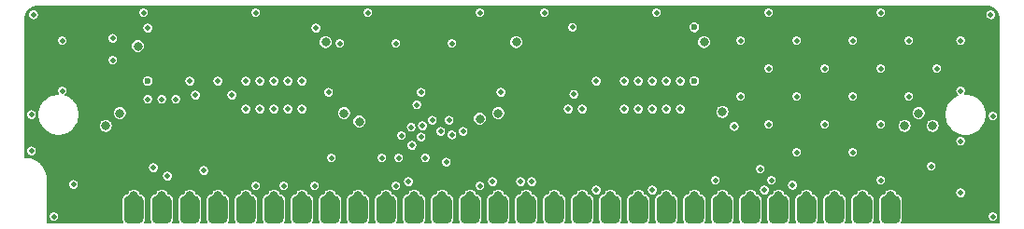
<source format=gbl>
G04 #@! TF.GenerationSoftware,KiCad,Pcbnew,(5.1.10-1-10_14)*
G04 #@! TF.CreationDate,2021-06-21T04:48:21-04:00*
G04 #@! TF.ProjectId,GW4190-SOP,47573431-3930-42d5-934f-502e6b696361,2.0-SOP*
G04 #@! TF.SameCoordinates,Original*
G04 #@! TF.FileFunction,Copper,L4,Bot*
G04 #@! TF.FilePolarity,Positive*
%FSLAX46Y46*%
G04 Gerber Fmt 4.6, Leading zero omitted, Abs format (unit mm)*
G04 Created by KiCad (PCBNEW (5.1.10-1-10_14)) date 2021-06-21 04:48:21*
%MOMM*%
%LPD*%
G01*
G04 APERTURE LIST*
G04 #@! TA.AperFunction,ComponentPad*
%ADD10C,0.800000*%
G04 #@! TD*
G04 #@! TA.AperFunction,ViaPad*
%ADD11C,0.800000*%
G04 #@! TD*
G04 #@! TA.AperFunction,ViaPad*
%ADD12C,0.508000*%
G04 #@! TD*
G04 #@! TA.AperFunction,ViaPad*
%ADD13C,1.000000*%
G04 #@! TD*
G04 #@! TA.AperFunction,ViaPad*
%ADD14C,0.600000*%
G04 #@! TD*
G04 #@! TA.AperFunction,Conductor*
%ADD15C,0.152400*%
G04 #@! TD*
G04 #@! TA.AperFunction,Conductor*
%ADD16C,0.100000*%
G04 #@! TD*
G04 APERTURE END LIST*
G04 #@! TA.AperFunction,SMDPad,CuDef*
G36*
G01*
X82931000Y-100901500D02*
X82931000Y-99250500D01*
G75*
G02*
X83375500Y-98806000I444500J0D01*
G01*
X84264500Y-98806000D01*
G75*
G02*
X84709000Y-99250500I0J-444500D01*
G01*
X84709000Y-100901500D01*
G75*
G02*
X84264500Y-101346000I-444500J0D01*
G01*
X83375500Y-101346000D01*
G75*
G02*
X82931000Y-100901500I0J444500D01*
G01*
G37*
G04 #@! TD.AperFunction*
G04 #@! TA.AperFunction,SMDPad,CuDef*
G36*
G01*
X85471000Y-100901500D02*
X85471000Y-99250500D01*
G75*
G02*
X85915500Y-98806000I444500J0D01*
G01*
X86804500Y-98806000D01*
G75*
G02*
X87249000Y-99250500I0J-444500D01*
G01*
X87249000Y-100901500D01*
G75*
G02*
X86804500Y-101346000I-444500J0D01*
G01*
X85915500Y-101346000D01*
G75*
G02*
X85471000Y-100901500I0J444500D01*
G01*
G37*
G04 #@! TD.AperFunction*
G04 #@! TA.AperFunction,SMDPad,CuDef*
G36*
G01*
X88011000Y-100901500D02*
X88011000Y-99250500D01*
G75*
G02*
X88455500Y-98806000I444500J0D01*
G01*
X89344500Y-98806000D01*
G75*
G02*
X89789000Y-99250500I0J-444500D01*
G01*
X89789000Y-100901500D01*
G75*
G02*
X89344500Y-101346000I-444500J0D01*
G01*
X88455500Y-101346000D01*
G75*
G02*
X88011000Y-100901500I0J444500D01*
G01*
G37*
G04 #@! TD.AperFunction*
G04 #@! TA.AperFunction,SMDPad,CuDef*
G36*
G01*
X90551000Y-100901500D02*
X90551000Y-99250500D01*
G75*
G02*
X90995500Y-98806000I444500J0D01*
G01*
X91884500Y-98806000D01*
G75*
G02*
X92329000Y-99250500I0J-444500D01*
G01*
X92329000Y-100901500D01*
G75*
G02*
X91884500Y-101346000I-444500J0D01*
G01*
X90995500Y-101346000D01*
G75*
G02*
X90551000Y-100901500I0J444500D01*
G01*
G37*
G04 #@! TD.AperFunction*
G04 #@! TA.AperFunction,SMDPad,CuDef*
G36*
G01*
X93091000Y-100901500D02*
X93091000Y-99250500D01*
G75*
G02*
X93535500Y-98806000I444500J0D01*
G01*
X94424500Y-98806000D01*
G75*
G02*
X94869000Y-99250500I0J-444500D01*
G01*
X94869000Y-100901500D01*
G75*
G02*
X94424500Y-101346000I-444500J0D01*
G01*
X93535500Y-101346000D01*
G75*
G02*
X93091000Y-100901500I0J444500D01*
G01*
G37*
G04 #@! TD.AperFunction*
G04 #@! TA.AperFunction,SMDPad,CuDef*
G36*
G01*
X95631000Y-100901500D02*
X95631000Y-99250500D01*
G75*
G02*
X96075500Y-98806000I444500J0D01*
G01*
X96964500Y-98806000D01*
G75*
G02*
X97409000Y-99250500I0J-444500D01*
G01*
X97409000Y-100901500D01*
G75*
G02*
X96964500Y-101346000I-444500J0D01*
G01*
X96075500Y-101346000D01*
G75*
G02*
X95631000Y-100901500I0J444500D01*
G01*
G37*
G04 #@! TD.AperFunction*
G04 #@! TA.AperFunction,SMDPad,CuDef*
G36*
G01*
X98171000Y-100901500D02*
X98171000Y-99250500D01*
G75*
G02*
X98615500Y-98806000I444500J0D01*
G01*
X99504500Y-98806000D01*
G75*
G02*
X99949000Y-99250500I0J-444500D01*
G01*
X99949000Y-100901500D01*
G75*
G02*
X99504500Y-101346000I-444500J0D01*
G01*
X98615500Y-101346000D01*
G75*
G02*
X98171000Y-100901500I0J444500D01*
G01*
G37*
G04 #@! TD.AperFunction*
G04 #@! TA.AperFunction,SMDPad,CuDef*
G36*
G01*
X100711000Y-100901500D02*
X100711000Y-99250500D01*
G75*
G02*
X101155500Y-98806000I444500J0D01*
G01*
X102044500Y-98806000D01*
G75*
G02*
X102489000Y-99250500I0J-444500D01*
G01*
X102489000Y-100901500D01*
G75*
G02*
X102044500Y-101346000I-444500J0D01*
G01*
X101155500Y-101346000D01*
G75*
G02*
X100711000Y-100901500I0J444500D01*
G01*
G37*
G04 #@! TD.AperFunction*
G04 #@! TA.AperFunction,SMDPad,CuDef*
G36*
G01*
X103251000Y-100901500D02*
X103251000Y-99250500D01*
G75*
G02*
X103695500Y-98806000I444500J0D01*
G01*
X104584500Y-98806000D01*
G75*
G02*
X105029000Y-99250500I0J-444500D01*
G01*
X105029000Y-100901500D01*
G75*
G02*
X104584500Y-101346000I-444500J0D01*
G01*
X103695500Y-101346000D01*
G75*
G02*
X103251000Y-100901500I0J444500D01*
G01*
G37*
G04 #@! TD.AperFunction*
G04 #@! TA.AperFunction,SMDPad,CuDef*
G36*
G01*
X105791000Y-100901500D02*
X105791000Y-99250500D01*
G75*
G02*
X106235500Y-98806000I444500J0D01*
G01*
X107124500Y-98806000D01*
G75*
G02*
X107569000Y-99250500I0J-444500D01*
G01*
X107569000Y-100901500D01*
G75*
G02*
X107124500Y-101346000I-444500J0D01*
G01*
X106235500Y-101346000D01*
G75*
G02*
X105791000Y-100901500I0J444500D01*
G01*
G37*
G04 #@! TD.AperFunction*
G04 #@! TA.AperFunction,SMDPad,CuDef*
G36*
G01*
X108331000Y-100901500D02*
X108331000Y-99250500D01*
G75*
G02*
X108775500Y-98806000I444500J0D01*
G01*
X109664500Y-98806000D01*
G75*
G02*
X110109000Y-99250500I0J-444500D01*
G01*
X110109000Y-100901500D01*
G75*
G02*
X109664500Y-101346000I-444500J0D01*
G01*
X108775500Y-101346000D01*
G75*
G02*
X108331000Y-100901500I0J444500D01*
G01*
G37*
G04 #@! TD.AperFunction*
G04 #@! TA.AperFunction,SMDPad,CuDef*
G36*
G01*
X110871000Y-100901500D02*
X110871000Y-99250500D01*
G75*
G02*
X111315500Y-98806000I444500J0D01*
G01*
X112204500Y-98806000D01*
G75*
G02*
X112649000Y-99250500I0J-444500D01*
G01*
X112649000Y-100901500D01*
G75*
G02*
X112204500Y-101346000I-444500J0D01*
G01*
X111315500Y-101346000D01*
G75*
G02*
X110871000Y-100901500I0J444500D01*
G01*
G37*
G04 #@! TD.AperFunction*
G04 #@! TA.AperFunction,SMDPad,CuDef*
G36*
G01*
X113411000Y-100901500D02*
X113411000Y-99250500D01*
G75*
G02*
X113855500Y-98806000I444500J0D01*
G01*
X114744500Y-98806000D01*
G75*
G02*
X115189000Y-99250500I0J-444500D01*
G01*
X115189000Y-100901500D01*
G75*
G02*
X114744500Y-101346000I-444500J0D01*
G01*
X113855500Y-101346000D01*
G75*
G02*
X113411000Y-100901500I0J444500D01*
G01*
G37*
G04 #@! TD.AperFunction*
G04 #@! TA.AperFunction,SMDPad,CuDef*
G36*
G01*
X115951000Y-100901500D02*
X115951000Y-99250500D01*
G75*
G02*
X116395500Y-98806000I444500J0D01*
G01*
X117284500Y-98806000D01*
G75*
G02*
X117729000Y-99250500I0J-444500D01*
G01*
X117729000Y-100901500D01*
G75*
G02*
X117284500Y-101346000I-444500J0D01*
G01*
X116395500Y-101346000D01*
G75*
G02*
X115951000Y-100901500I0J444500D01*
G01*
G37*
G04 #@! TD.AperFunction*
G04 #@! TA.AperFunction,SMDPad,CuDef*
G36*
G01*
X118491000Y-100901500D02*
X118491000Y-99250500D01*
G75*
G02*
X118935500Y-98806000I444500J0D01*
G01*
X119824500Y-98806000D01*
G75*
G02*
X120269000Y-99250500I0J-444500D01*
G01*
X120269000Y-100901500D01*
G75*
G02*
X119824500Y-101346000I-444500J0D01*
G01*
X118935500Y-101346000D01*
G75*
G02*
X118491000Y-100901500I0J444500D01*
G01*
G37*
G04 #@! TD.AperFunction*
G04 #@! TA.AperFunction,SMDPad,CuDef*
G36*
G01*
X121031000Y-100901500D02*
X121031000Y-99250500D01*
G75*
G02*
X121475500Y-98806000I444500J0D01*
G01*
X122364500Y-98806000D01*
G75*
G02*
X122809000Y-99250500I0J-444500D01*
G01*
X122809000Y-100901500D01*
G75*
G02*
X122364500Y-101346000I-444500J0D01*
G01*
X121475500Y-101346000D01*
G75*
G02*
X121031000Y-100901500I0J444500D01*
G01*
G37*
G04 #@! TD.AperFunction*
G04 #@! TA.AperFunction,SMDPad,CuDef*
G36*
G01*
X123571000Y-100901500D02*
X123571000Y-99250500D01*
G75*
G02*
X124015500Y-98806000I444500J0D01*
G01*
X124904500Y-98806000D01*
G75*
G02*
X125349000Y-99250500I0J-444500D01*
G01*
X125349000Y-100901500D01*
G75*
G02*
X124904500Y-101346000I-444500J0D01*
G01*
X124015500Y-101346000D01*
G75*
G02*
X123571000Y-100901500I0J444500D01*
G01*
G37*
G04 #@! TD.AperFunction*
G04 #@! TA.AperFunction,SMDPad,CuDef*
G36*
G01*
X126111000Y-100901500D02*
X126111000Y-99250500D01*
G75*
G02*
X126555500Y-98806000I444500J0D01*
G01*
X127444500Y-98806000D01*
G75*
G02*
X127889000Y-99250500I0J-444500D01*
G01*
X127889000Y-100901500D01*
G75*
G02*
X127444500Y-101346000I-444500J0D01*
G01*
X126555500Y-101346000D01*
G75*
G02*
X126111000Y-100901500I0J444500D01*
G01*
G37*
G04 #@! TD.AperFunction*
G04 #@! TA.AperFunction,SMDPad,CuDef*
G36*
G01*
X128651000Y-100901500D02*
X128651000Y-99250500D01*
G75*
G02*
X129095500Y-98806000I444500J0D01*
G01*
X129984500Y-98806000D01*
G75*
G02*
X130429000Y-99250500I0J-444500D01*
G01*
X130429000Y-100901500D01*
G75*
G02*
X129984500Y-101346000I-444500J0D01*
G01*
X129095500Y-101346000D01*
G75*
G02*
X128651000Y-100901500I0J444500D01*
G01*
G37*
G04 #@! TD.AperFunction*
G04 #@! TA.AperFunction,SMDPad,CuDef*
G36*
G01*
X131191000Y-100901500D02*
X131191000Y-99250500D01*
G75*
G02*
X131635500Y-98806000I444500J0D01*
G01*
X132524500Y-98806000D01*
G75*
G02*
X132969000Y-99250500I0J-444500D01*
G01*
X132969000Y-100901500D01*
G75*
G02*
X132524500Y-101346000I-444500J0D01*
G01*
X131635500Y-101346000D01*
G75*
G02*
X131191000Y-100901500I0J444500D01*
G01*
G37*
G04 #@! TD.AperFunction*
G04 #@! TA.AperFunction,SMDPad,CuDef*
G36*
G01*
X133731000Y-100901500D02*
X133731000Y-99250500D01*
G75*
G02*
X134175500Y-98806000I444500J0D01*
G01*
X135064500Y-98806000D01*
G75*
G02*
X135509000Y-99250500I0J-444500D01*
G01*
X135509000Y-100901500D01*
G75*
G02*
X135064500Y-101346000I-444500J0D01*
G01*
X134175500Y-101346000D01*
G75*
G02*
X133731000Y-100901500I0J444500D01*
G01*
G37*
G04 #@! TD.AperFunction*
G04 #@! TA.AperFunction,SMDPad,CuDef*
G36*
G01*
X136271000Y-100901500D02*
X136271000Y-99250500D01*
G75*
G02*
X136715500Y-98806000I444500J0D01*
G01*
X137604500Y-98806000D01*
G75*
G02*
X138049000Y-99250500I0J-444500D01*
G01*
X138049000Y-100901500D01*
G75*
G02*
X137604500Y-101346000I-444500J0D01*
G01*
X136715500Y-101346000D01*
G75*
G02*
X136271000Y-100901500I0J444500D01*
G01*
G37*
G04 #@! TD.AperFunction*
G04 #@! TA.AperFunction,SMDPad,CuDef*
G36*
G01*
X138811000Y-100901500D02*
X138811000Y-99250500D01*
G75*
G02*
X139255500Y-98806000I444500J0D01*
G01*
X140144500Y-98806000D01*
G75*
G02*
X140589000Y-99250500I0J-444500D01*
G01*
X140589000Y-100901500D01*
G75*
G02*
X140144500Y-101346000I-444500J0D01*
G01*
X139255500Y-101346000D01*
G75*
G02*
X138811000Y-100901500I0J444500D01*
G01*
G37*
G04 #@! TD.AperFunction*
G04 #@! TA.AperFunction,SMDPad,CuDef*
G36*
G01*
X141351000Y-100901500D02*
X141351000Y-99250500D01*
G75*
G02*
X141795500Y-98806000I444500J0D01*
G01*
X142684500Y-98806000D01*
G75*
G02*
X143129000Y-99250500I0J-444500D01*
G01*
X143129000Y-100901500D01*
G75*
G02*
X142684500Y-101346000I-444500J0D01*
G01*
X141795500Y-101346000D01*
G75*
G02*
X141351000Y-100901500I0J444500D01*
G01*
G37*
G04 #@! TD.AperFunction*
G04 #@! TA.AperFunction,SMDPad,CuDef*
G36*
G01*
X143891000Y-100901500D02*
X143891000Y-99250500D01*
G75*
G02*
X144335500Y-98806000I444500J0D01*
G01*
X145224500Y-98806000D01*
G75*
G02*
X145669000Y-99250500I0J-444500D01*
G01*
X145669000Y-100901500D01*
G75*
G02*
X145224500Y-101346000I-444500J0D01*
G01*
X144335500Y-101346000D01*
G75*
G02*
X143891000Y-100901500I0J444500D01*
G01*
G37*
G04 #@! TD.AperFunction*
G04 #@! TA.AperFunction,SMDPad,CuDef*
G36*
G01*
X146431000Y-100901500D02*
X146431000Y-99250500D01*
G75*
G02*
X146875500Y-98806000I444500J0D01*
G01*
X147764500Y-98806000D01*
G75*
G02*
X148209000Y-99250500I0J-444500D01*
G01*
X148209000Y-100901500D01*
G75*
G02*
X147764500Y-101346000I-444500J0D01*
G01*
X146875500Y-101346000D01*
G75*
G02*
X146431000Y-100901500I0J444500D01*
G01*
G37*
G04 #@! TD.AperFunction*
G04 #@! TA.AperFunction,SMDPad,CuDef*
G36*
G01*
X148971000Y-100901500D02*
X148971000Y-99250500D01*
G75*
G02*
X149415500Y-98806000I444500J0D01*
G01*
X150304500Y-98806000D01*
G75*
G02*
X150749000Y-99250500I0J-444500D01*
G01*
X150749000Y-100901500D01*
G75*
G02*
X150304500Y-101346000I-444500J0D01*
G01*
X149415500Y-101346000D01*
G75*
G02*
X148971000Y-100901500I0J444500D01*
G01*
G37*
G04 #@! TD.AperFunction*
G04 #@! TA.AperFunction,SMDPad,CuDef*
G36*
G01*
X151511000Y-100901500D02*
X151511000Y-99250500D01*
G75*
G02*
X151955500Y-98806000I444500J0D01*
G01*
X152844500Y-98806000D01*
G75*
G02*
X153289000Y-99250500I0J-444500D01*
G01*
X153289000Y-100901500D01*
G75*
G02*
X152844500Y-101346000I-444500J0D01*
G01*
X151955500Y-101346000D01*
G75*
G02*
X151511000Y-100901500I0J444500D01*
G01*
G37*
G04 #@! TD.AperFunction*
G04 #@! TA.AperFunction,SMDPad,CuDef*
G36*
G01*
X154051000Y-100901500D02*
X154051000Y-99250500D01*
G75*
G02*
X154495500Y-98806000I444500J0D01*
G01*
X155384500Y-98806000D01*
G75*
G02*
X155829000Y-99250500I0J-444500D01*
G01*
X155829000Y-100901500D01*
G75*
G02*
X155384500Y-101346000I-444500J0D01*
G01*
X154495500Y-101346000D01*
G75*
G02*
X154051000Y-100901500I0J444500D01*
G01*
G37*
G04 #@! TD.AperFunction*
G04 #@! TA.AperFunction,SMDPad,CuDef*
G36*
G01*
X156591000Y-100901500D02*
X156591000Y-99250500D01*
G75*
G02*
X157035500Y-98806000I444500J0D01*
G01*
X157924500Y-98806000D01*
G75*
G02*
X158369000Y-99250500I0J-444500D01*
G01*
X158369000Y-100901500D01*
G75*
G02*
X157924500Y-101346000I-444500J0D01*
G01*
X157035500Y-101346000D01*
G75*
G02*
X156591000Y-100901500I0J444500D01*
G01*
G37*
G04 #@! TD.AperFunction*
D10*
X88900000Y-98806000D03*
X86360000Y-98806000D03*
X83820000Y-98806000D03*
X93980000Y-98806000D03*
X91440000Y-98806000D03*
X96520000Y-98806000D03*
X99060000Y-98806000D03*
X104140000Y-98806000D03*
X101600000Y-98806000D03*
X109220000Y-98806000D03*
X106680000Y-98806000D03*
X111760000Y-98806000D03*
X116840000Y-98806000D03*
X114300000Y-98806000D03*
X119380000Y-98806000D03*
X124460000Y-98806000D03*
X121920000Y-98806000D03*
X127000000Y-98806000D03*
X149860000Y-98806000D03*
X147320000Y-98806000D03*
X152400000Y-98806000D03*
X134620000Y-98806000D03*
X132080000Y-98806000D03*
X137160000Y-98806000D03*
X142240000Y-98806000D03*
X139700000Y-98806000D03*
X144780000Y-98806000D03*
X129540000Y-98806000D03*
X154940000Y-98806000D03*
X157480000Y-98806000D03*
D11*
X86741000Y-94107000D03*
X121031000Y-94107000D03*
X138049000Y-94107000D03*
X83820000Y-94107000D03*
X85090000Y-95250000D03*
X103759000Y-94107000D03*
X106680000Y-94107000D03*
X118110000Y-94107000D03*
X119380000Y-95250000D03*
D12*
X105410000Y-94996000D03*
D11*
X139700000Y-95250000D03*
X156210000Y-94107000D03*
X158750000Y-94107000D03*
D13*
X157480000Y-95377000D03*
D12*
X140779500Y-93980000D03*
D14*
X121920000Y-90932000D03*
X137160000Y-90932000D03*
D12*
X121920000Y-95758000D03*
D14*
X102870000Y-90932000D03*
X87630000Y-90932000D03*
X87630000Y-95758000D03*
D12*
X159131000Y-82169000D03*
X148971000Y-82169000D03*
X92329000Y-82169000D03*
X102489000Y-82169000D03*
X138811000Y-82169000D03*
X128651000Y-82169000D03*
X112649000Y-82169000D03*
X82169000Y-82169000D03*
X77089000Y-86995000D03*
X164211000Y-86995000D03*
X164211000Y-96139000D03*
X78994000Y-94742000D03*
X146050000Y-97853500D03*
X125730000Y-90932000D03*
X115189000Y-93281500D03*
X127000000Y-90932000D03*
X112522000Y-92456000D03*
X91440000Y-88392000D03*
X84450000Y-86500000D03*
X164211000Y-91567000D03*
X77089000Y-91440000D03*
X161290000Y-84709000D03*
D11*
X121031000Y-84836000D03*
X103759000Y-84836000D03*
X86741000Y-85217000D03*
D12*
X108839000Y-95377000D03*
X104267000Y-95377000D03*
X95250000Y-89662000D03*
X112395000Y-89408000D03*
X119634000Y-89408000D03*
X92710000Y-96520000D03*
X111252000Y-97536000D03*
X117729000Y-97917000D03*
X118872000Y-97536000D03*
X139065000Y-97409000D03*
X89408000Y-97028000D03*
X88138000Y-96266000D03*
X143510000Y-98298000D03*
X114681000Y-95758000D03*
X144145000Y-97409000D03*
X143129000Y-96393000D03*
X112014000Y-90551000D03*
X88900000Y-90043000D03*
X87630000Y-90043000D03*
X90170000Y-90043000D03*
X91948000Y-89662000D03*
X126238000Y-89598500D03*
X121412000Y-97536000D03*
X122428000Y-97536000D03*
X77279500Y-82359500D03*
X164020500Y-82359500D03*
X164211000Y-100711000D03*
X79121000Y-100711000D03*
X77089000Y-94742000D03*
X79883000Y-84709000D03*
X161290000Y-89281000D03*
X161290000Y-93853000D03*
X161290000Y-98552000D03*
X80899000Y-97790000D03*
X79883000Y-89281000D03*
X133350000Y-98298000D03*
X110109000Y-97917000D03*
X102743000Y-97917000D03*
X99949000Y-97917000D03*
X97409000Y-97917000D03*
X128270000Y-98298000D03*
X158623000Y-96139000D03*
X113411000Y-91948000D03*
X116205000Y-92964000D03*
X114935000Y-91948000D03*
X114173000Y-92964000D03*
X112395000Y-93472000D03*
X112776000Y-95377000D03*
X110363000Y-95377000D03*
X111506000Y-92583000D03*
X110617000Y-93345000D03*
X111569500Y-94234000D03*
D11*
X83820000Y-92456000D03*
X85090000Y-91313000D03*
D12*
X104013000Y-89408000D03*
D11*
X105410000Y-91313000D03*
X119380000Y-91313000D03*
X117729000Y-91821000D03*
X106807000Y-92075000D03*
X139700000Y-91186000D03*
X156210000Y-92456000D03*
X158750000Y-92456000D03*
D12*
X84450000Y-84500000D03*
X140779500Y-92519500D03*
D14*
X87630000Y-88392000D03*
X137160000Y-88392000D03*
D11*
X157480000Y-91313000D03*
D14*
X137160000Y-83502500D03*
D12*
X154051000Y-82169000D03*
X87249000Y-82169000D03*
X97409000Y-82169000D03*
X143891000Y-82169000D03*
X133731000Y-82169000D03*
X107569000Y-82169000D03*
X117729000Y-82169000D03*
X123571000Y-82169000D03*
X110109000Y-84963000D03*
X105029000Y-84963000D03*
X115189000Y-84963000D03*
X126111000Y-83502500D03*
X102870000Y-83566000D03*
X87630000Y-83566000D03*
D11*
X138049000Y-84836000D03*
D12*
X141351000Y-84709000D03*
X146431000Y-84709000D03*
X151511000Y-84709000D03*
X156591000Y-84709000D03*
X143891000Y-87249000D03*
X154051000Y-87249000D03*
X148971000Y-87249000D03*
X159131000Y-87249000D03*
X143891000Y-92329000D03*
X154051000Y-92329000D03*
X148971000Y-92329000D03*
X141351000Y-89789000D03*
X151511000Y-89789000D03*
X146431000Y-89789000D03*
X156591000Y-89789000D03*
X151511000Y-94869000D03*
X146431000Y-94869000D03*
X154051000Y-97409000D03*
X132080000Y-90932000D03*
X100330000Y-90932000D03*
X133350000Y-90932000D03*
X99060000Y-90932000D03*
X134620000Y-90932000D03*
X97790000Y-90932000D03*
X135890000Y-90932000D03*
X96520000Y-90932000D03*
X93980000Y-88392000D03*
X135890000Y-88392000D03*
X134620000Y-88392000D03*
X96520000Y-88392000D03*
X97790000Y-88392000D03*
X133350000Y-88392000D03*
X99060000Y-88392000D03*
X132080000Y-88392000D03*
X100330000Y-88392000D03*
X130810000Y-88392000D03*
X130810000Y-90932000D03*
X101600000Y-90932000D03*
X101600000Y-88392000D03*
X128270000Y-88392000D03*
D15*
X163807884Y-81632912D02*
X164030929Y-81700254D01*
X164236653Y-81809639D01*
X164417209Y-81956896D01*
X164565723Y-82136420D01*
X164676544Y-82341378D01*
X164745441Y-82563947D01*
X164771400Y-82810934D01*
X164771401Y-101271400D01*
X155947578Y-101271400D01*
X156007385Y-101159507D01*
X156045751Y-101033031D01*
X156058706Y-100901500D01*
X156058706Y-100663468D01*
X163728400Y-100663468D01*
X163728400Y-100758532D01*
X163746946Y-100851769D01*
X163783326Y-100939597D01*
X163836140Y-101018640D01*
X163903360Y-101085860D01*
X163982403Y-101138674D01*
X164070231Y-101175054D01*
X164163468Y-101193600D01*
X164258532Y-101193600D01*
X164351769Y-101175054D01*
X164439597Y-101138674D01*
X164518640Y-101085860D01*
X164585860Y-101018640D01*
X164638674Y-100939597D01*
X164675054Y-100851769D01*
X164693600Y-100758532D01*
X164693600Y-100663468D01*
X164675054Y-100570231D01*
X164638674Y-100482403D01*
X164585860Y-100403360D01*
X164518640Y-100336140D01*
X164439597Y-100283326D01*
X164351769Y-100246946D01*
X164258532Y-100228400D01*
X164163468Y-100228400D01*
X164070231Y-100246946D01*
X163982403Y-100283326D01*
X163903360Y-100336140D01*
X163836140Y-100403360D01*
X163783326Y-100482403D01*
X163746946Y-100570231D01*
X163728400Y-100663468D01*
X156058706Y-100663468D01*
X156058706Y-99250500D01*
X156045751Y-99118969D01*
X156007385Y-98992493D01*
X155945082Y-98875931D01*
X155861236Y-98773764D01*
X155759069Y-98689918D01*
X155642507Y-98627615D01*
X155532707Y-98594308D01*
X155497059Y-98508246D01*
X155494535Y-98504468D01*
X160807400Y-98504468D01*
X160807400Y-98599532D01*
X160825946Y-98692769D01*
X160862326Y-98780597D01*
X160915140Y-98859640D01*
X160982360Y-98926860D01*
X161061403Y-98979674D01*
X161149231Y-99016054D01*
X161242468Y-99034600D01*
X161337532Y-99034600D01*
X161430769Y-99016054D01*
X161518597Y-98979674D01*
X161597640Y-98926860D01*
X161664860Y-98859640D01*
X161717674Y-98780597D01*
X161754054Y-98692769D01*
X161772600Y-98599532D01*
X161772600Y-98504468D01*
X161754054Y-98411231D01*
X161717674Y-98323403D01*
X161664860Y-98244360D01*
X161597640Y-98177140D01*
X161518597Y-98124326D01*
X161430769Y-98087946D01*
X161337532Y-98069400D01*
X161242468Y-98069400D01*
X161149231Y-98087946D01*
X161061403Y-98124326D01*
X160982360Y-98177140D01*
X160915140Y-98244360D01*
X160862326Y-98323403D01*
X160825946Y-98411231D01*
X160807400Y-98504468D01*
X155494535Y-98504468D01*
X155428266Y-98405291D01*
X155340709Y-98317734D01*
X155237754Y-98248941D01*
X155123356Y-98201556D01*
X155001912Y-98177400D01*
X154878088Y-98177400D01*
X154756644Y-98201556D01*
X154642246Y-98248941D01*
X154539291Y-98317734D01*
X154451734Y-98405291D01*
X154382941Y-98508246D01*
X154347293Y-98594308D01*
X154237493Y-98627615D01*
X154120931Y-98689918D01*
X154018764Y-98773764D01*
X153934918Y-98875931D01*
X153872615Y-98992493D01*
X153834249Y-99118969D01*
X153821294Y-99250500D01*
X153821294Y-100901500D01*
X153834249Y-101033031D01*
X153872615Y-101159507D01*
X153932422Y-101271400D01*
X153407578Y-101271400D01*
X153467385Y-101159507D01*
X153505751Y-101033031D01*
X153518706Y-100901500D01*
X153518706Y-99250500D01*
X153505751Y-99118969D01*
X153467385Y-98992493D01*
X153405082Y-98875931D01*
X153321236Y-98773764D01*
X153219069Y-98689918D01*
X153102507Y-98627615D01*
X152992707Y-98594308D01*
X152957059Y-98508246D01*
X152888266Y-98405291D01*
X152800709Y-98317734D01*
X152697754Y-98248941D01*
X152583356Y-98201556D01*
X152461912Y-98177400D01*
X152338088Y-98177400D01*
X152216644Y-98201556D01*
X152102246Y-98248941D01*
X151999291Y-98317734D01*
X151911734Y-98405291D01*
X151842941Y-98508246D01*
X151807293Y-98594308D01*
X151697493Y-98627615D01*
X151580931Y-98689918D01*
X151478764Y-98773764D01*
X151394918Y-98875931D01*
X151332615Y-98992493D01*
X151294249Y-99118969D01*
X151281294Y-99250500D01*
X151281294Y-100901500D01*
X151294249Y-101033031D01*
X151332615Y-101159507D01*
X151392422Y-101271400D01*
X150867578Y-101271400D01*
X150927385Y-101159507D01*
X150965751Y-101033031D01*
X150978706Y-100901500D01*
X150978706Y-99250500D01*
X150965751Y-99118969D01*
X150927385Y-98992493D01*
X150865082Y-98875931D01*
X150781236Y-98773764D01*
X150679069Y-98689918D01*
X150562507Y-98627615D01*
X150452707Y-98594308D01*
X150417059Y-98508246D01*
X150348266Y-98405291D01*
X150260709Y-98317734D01*
X150157754Y-98248941D01*
X150043356Y-98201556D01*
X149921912Y-98177400D01*
X149798088Y-98177400D01*
X149676644Y-98201556D01*
X149562246Y-98248941D01*
X149459291Y-98317734D01*
X149371734Y-98405291D01*
X149302941Y-98508246D01*
X149267293Y-98594308D01*
X149157493Y-98627615D01*
X149040931Y-98689918D01*
X148938764Y-98773764D01*
X148854918Y-98875931D01*
X148792615Y-98992493D01*
X148754249Y-99118969D01*
X148741294Y-99250500D01*
X148741294Y-100901500D01*
X148754249Y-101033031D01*
X148792615Y-101159507D01*
X148852422Y-101271400D01*
X148327578Y-101271400D01*
X148387385Y-101159507D01*
X148425751Y-101033031D01*
X148438706Y-100901500D01*
X148438706Y-99250500D01*
X148425751Y-99118969D01*
X148387385Y-98992493D01*
X148325082Y-98875931D01*
X148241236Y-98773764D01*
X148139069Y-98689918D01*
X148022507Y-98627615D01*
X147912707Y-98594308D01*
X147877059Y-98508246D01*
X147808266Y-98405291D01*
X147720709Y-98317734D01*
X147617754Y-98248941D01*
X147503356Y-98201556D01*
X147381912Y-98177400D01*
X147258088Y-98177400D01*
X147136644Y-98201556D01*
X147022246Y-98248941D01*
X146919291Y-98317734D01*
X146831734Y-98405291D01*
X146762941Y-98508246D01*
X146727293Y-98594308D01*
X146617493Y-98627615D01*
X146500931Y-98689918D01*
X146398764Y-98773764D01*
X146314918Y-98875931D01*
X146252615Y-98992493D01*
X146214249Y-99118969D01*
X146201294Y-99250500D01*
X146201294Y-100901500D01*
X146214249Y-101033031D01*
X146252615Y-101159507D01*
X146312422Y-101271400D01*
X145787578Y-101271400D01*
X145847385Y-101159507D01*
X145885751Y-101033031D01*
X145898706Y-100901500D01*
X145898706Y-99250500D01*
X145885751Y-99118969D01*
X145847385Y-98992493D01*
X145785082Y-98875931D01*
X145701236Y-98773764D01*
X145599069Y-98689918D01*
X145482507Y-98627615D01*
X145372707Y-98594308D01*
X145337059Y-98508246D01*
X145268266Y-98405291D01*
X145180709Y-98317734D01*
X145077754Y-98248941D01*
X144963356Y-98201556D01*
X144841912Y-98177400D01*
X144718088Y-98177400D01*
X144596644Y-98201556D01*
X144482246Y-98248941D01*
X144379291Y-98317734D01*
X144291734Y-98405291D01*
X144222941Y-98508246D01*
X144187293Y-98594308D01*
X144077493Y-98627615D01*
X143960931Y-98689918D01*
X143858764Y-98773764D01*
X143774918Y-98875931D01*
X143712615Y-98992493D01*
X143674249Y-99118969D01*
X143661294Y-99250500D01*
X143661294Y-100901500D01*
X143674249Y-101033031D01*
X143712615Y-101159507D01*
X143772422Y-101271400D01*
X143247578Y-101271400D01*
X143307385Y-101159507D01*
X143345751Y-101033031D01*
X143358706Y-100901500D01*
X143358706Y-99250500D01*
X143345751Y-99118969D01*
X143307385Y-98992493D01*
X143245082Y-98875931D01*
X143161236Y-98773764D01*
X143059069Y-98689918D01*
X142942507Y-98627615D01*
X142832707Y-98594308D01*
X142797059Y-98508246D01*
X142728266Y-98405291D01*
X142640709Y-98317734D01*
X142540040Y-98250468D01*
X143027400Y-98250468D01*
X143027400Y-98345532D01*
X143045946Y-98438769D01*
X143082326Y-98526597D01*
X143135140Y-98605640D01*
X143202360Y-98672860D01*
X143281403Y-98725674D01*
X143369231Y-98762054D01*
X143462468Y-98780600D01*
X143557532Y-98780600D01*
X143650769Y-98762054D01*
X143738597Y-98725674D01*
X143817640Y-98672860D01*
X143884860Y-98605640D01*
X143937674Y-98526597D01*
X143974054Y-98438769D01*
X143992600Y-98345532D01*
X143992600Y-98250468D01*
X143974054Y-98157231D01*
X143937674Y-98069403D01*
X143884860Y-97990360D01*
X143817640Y-97923140D01*
X143738597Y-97870326D01*
X143650769Y-97833946D01*
X143557532Y-97815400D01*
X143462468Y-97815400D01*
X143369231Y-97833946D01*
X143281403Y-97870326D01*
X143202360Y-97923140D01*
X143135140Y-97990360D01*
X143082326Y-98069403D01*
X143045946Y-98157231D01*
X143027400Y-98250468D01*
X142540040Y-98250468D01*
X142537754Y-98248941D01*
X142423356Y-98201556D01*
X142301912Y-98177400D01*
X142178088Y-98177400D01*
X142056644Y-98201556D01*
X141942246Y-98248941D01*
X141839291Y-98317734D01*
X141751734Y-98405291D01*
X141682941Y-98508246D01*
X141647293Y-98594308D01*
X141537493Y-98627615D01*
X141420931Y-98689918D01*
X141318764Y-98773764D01*
X141234918Y-98875931D01*
X141172615Y-98992493D01*
X141134249Y-99118969D01*
X141121294Y-99250500D01*
X141121294Y-100901500D01*
X141134249Y-101033031D01*
X141172615Y-101159507D01*
X141232422Y-101271400D01*
X140707578Y-101271400D01*
X140767385Y-101159507D01*
X140805751Y-101033031D01*
X140818706Y-100901500D01*
X140818706Y-99250500D01*
X140805751Y-99118969D01*
X140767385Y-98992493D01*
X140705082Y-98875931D01*
X140621236Y-98773764D01*
X140519069Y-98689918D01*
X140402507Y-98627615D01*
X140292707Y-98594308D01*
X140257059Y-98508246D01*
X140188266Y-98405291D01*
X140100709Y-98317734D01*
X139997754Y-98248941D01*
X139883356Y-98201556D01*
X139761912Y-98177400D01*
X139638088Y-98177400D01*
X139516644Y-98201556D01*
X139402246Y-98248941D01*
X139299291Y-98317734D01*
X139211734Y-98405291D01*
X139142941Y-98508246D01*
X139107293Y-98594308D01*
X138997493Y-98627615D01*
X138880931Y-98689918D01*
X138778764Y-98773764D01*
X138694918Y-98875931D01*
X138632615Y-98992493D01*
X138594249Y-99118969D01*
X138581294Y-99250500D01*
X138581294Y-100901500D01*
X138594249Y-101033031D01*
X138632615Y-101159507D01*
X138692422Y-101271400D01*
X138167578Y-101271400D01*
X138227385Y-101159507D01*
X138265751Y-101033031D01*
X138278706Y-100901500D01*
X138278706Y-99250500D01*
X138265751Y-99118969D01*
X138227385Y-98992493D01*
X138165082Y-98875931D01*
X138081236Y-98773764D01*
X137979069Y-98689918D01*
X137862507Y-98627615D01*
X137752707Y-98594308D01*
X137717059Y-98508246D01*
X137648266Y-98405291D01*
X137560709Y-98317734D01*
X137457754Y-98248941D01*
X137343356Y-98201556D01*
X137221912Y-98177400D01*
X137098088Y-98177400D01*
X136976644Y-98201556D01*
X136862246Y-98248941D01*
X136759291Y-98317734D01*
X136671734Y-98405291D01*
X136602941Y-98508246D01*
X136567293Y-98594308D01*
X136457493Y-98627615D01*
X136340931Y-98689918D01*
X136238764Y-98773764D01*
X136154918Y-98875931D01*
X136092615Y-98992493D01*
X136054249Y-99118969D01*
X136041294Y-99250500D01*
X136041294Y-100901500D01*
X136054249Y-101033031D01*
X136092615Y-101159507D01*
X136152422Y-101271400D01*
X135627578Y-101271400D01*
X135687385Y-101159507D01*
X135725751Y-101033031D01*
X135738706Y-100901500D01*
X135738706Y-99250500D01*
X135725751Y-99118969D01*
X135687385Y-98992493D01*
X135625082Y-98875931D01*
X135541236Y-98773764D01*
X135439069Y-98689918D01*
X135322507Y-98627615D01*
X135212707Y-98594308D01*
X135177059Y-98508246D01*
X135108266Y-98405291D01*
X135020709Y-98317734D01*
X134917754Y-98248941D01*
X134803356Y-98201556D01*
X134681912Y-98177400D01*
X134558088Y-98177400D01*
X134436644Y-98201556D01*
X134322246Y-98248941D01*
X134219291Y-98317734D01*
X134131734Y-98405291D01*
X134062941Y-98508246D01*
X134027293Y-98594308D01*
X133917493Y-98627615D01*
X133800931Y-98689918D01*
X133698764Y-98773764D01*
X133614918Y-98875931D01*
X133552615Y-98992493D01*
X133514249Y-99118969D01*
X133501294Y-99250500D01*
X133501294Y-100901500D01*
X133514249Y-101033031D01*
X133552615Y-101159507D01*
X133612422Y-101271400D01*
X133087578Y-101271400D01*
X133147385Y-101159507D01*
X133185751Y-101033031D01*
X133198706Y-100901500D01*
X133198706Y-99250500D01*
X133185751Y-99118969D01*
X133147385Y-98992493D01*
X133085082Y-98875931D01*
X133001236Y-98773764D01*
X132899069Y-98689918D01*
X132782507Y-98627615D01*
X132672707Y-98594308D01*
X132637059Y-98508246D01*
X132568266Y-98405291D01*
X132480709Y-98317734D01*
X132380040Y-98250468D01*
X132867400Y-98250468D01*
X132867400Y-98345532D01*
X132885946Y-98438769D01*
X132922326Y-98526597D01*
X132975140Y-98605640D01*
X133042360Y-98672860D01*
X133121403Y-98725674D01*
X133209231Y-98762054D01*
X133302468Y-98780600D01*
X133397532Y-98780600D01*
X133490769Y-98762054D01*
X133578597Y-98725674D01*
X133657640Y-98672860D01*
X133724860Y-98605640D01*
X133777674Y-98526597D01*
X133814054Y-98438769D01*
X133832600Y-98345532D01*
X133832600Y-98250468D01*
X133814054Y-98157231D01*
X133777674Y-98069403D01*
X133724860Y-97990360D01*
X133657640Y-97923140D01*
X133578597Y-97870326D01*
X133490769Y-97833946D01*
X133397532Y-97815400D01*
X133302468Y-97815400D01*
X133209231Y-97833946D01*
X133121403Y-97870326D01*
X133042360Y-97923140D01*
X132975140Y-97990360D01*
X132922326Y-98069403D01*
X132885946Y-98157231D01*
X132867400Y-98250468D01*
X132380040Y-98250468D01*
X132377754Y-98248941D01*
X132263356Y-98201556D01*
X132141912Y-98177400D01*
X132018088Y-98177400D01*
X131896644Y-98201556D01*
X131782246Y-98248941D01*
X131679291Y-98317734D01*
X131591734Y-98405291D01*
X131522941Y-98508246D01*
X131487293Y-98594308D01*
X131377493Y-98627615D01*
X131260931Y-98689918D01*
X131158764Y-98773764D01*
X131074918Y-98875931D01*
X131012615Y-98992493D01*
X130974249Y-99118969D01*
X130961294Y-99250500D01*
X130961294Y-100901500D01*
X130974249Y-101033031D01*
X131012615Y-101159507D01*
X131072422Y-101271400D01*
X130547578Y-101271400D01*
X130607385Y-101159507D01*
X130645751Y-101033031D01*
X130658706Y-100901500D01*
X130658706Y-99250500D01*
X130645751Y-99118969D01*
X130607385Y-98992493D01*
X130545082Y-98875931D01*
X130461236Y-98773764D01*
X130359069Y-98689918D01*
X130242507Y-98627615D01*
X130132707Y-98594308D01*
X130097059Y-98508246D01*
X130028266Y-98405291D01*
X129940709Y-98317734D01*
X129837754Y-98248941D01*
X129723356Y-98201556D01*
X129601912Y-98177400D01*
X129478088Y-98177400D01*
X129356644Y-98201556D01*
X129242246Y-98248941D01*
X129139291Y-98317734D01*
X129051734Y-98405291D01*
X128982941Y-98508246D01*
X128947293Y-98594308D01*
X128837493Y-98627615D01*
X128720931Y-98689918D01*
X128618764Y-98773764D01*
X128534918Y-98875931D01*
X128472615Y-98992493D01*
X128434249Y-99118969D01*
X128421294Y-99250500D01*
X128421294Y-100901500D01*
X128434249Y-101033031D01*
X128472615Y-101159507D01*
X128532422Y-101271400D01*
X128007578Y-101271400D01*
X128067385Y-101159507D01*
X128105751Y-101033031D01*
X128118706Y-100901500D01*
X128118706Y-99250500D01*
X128105751Y-99118969D01*
X128067385Y-98992493D01*
X128005082Y-98875931D01*
X127921236Y-98773764D01*
X127819069Y-98689918D01*
X127702507Y-98627615D01*
X127592707Y-98594308D01*
X127557059Y-98508246D01*
X127488266Y-98405291D01*
X127400709Y-98317734D01*
X127300040Y-98250468D01*
X127787400Y-98250468D01*
X127787400Y-98345532D01*
X127805946Y-98438769D01*
X127842326Y-98526597D01*
X127895140Y-98605640D01*
X127962360Y-98672860D01*
X128041403Y-98725674D01*
X128129231Y-98762054D01*
X128222468Y-98780600D01*
X128317532Y-98780600D01*
X128410769Y-98762054D01*
X128498597Y-98725674D01*
X128577640Y-98672860D01*
X128644860Y-98605640D01*
X128697674Y-98526597D01*
X128734054Y-98438769D01*
X128752600Y-98345532D01*
X128752600Y-98250468D01*
X128734054Y-98157231D01*
X128697674Y-98069403D01*
X128644860Y-97990360D01*
X128577640Y-97923140D01*
X128498597Y-97870326D01*
X128410769Y-97833946D01*
X128317532Y-97815400D01*
X128222468Y-97815400D01*
X128129231Y-97833946D01*
X128041403Y-97870326D01*
X127962360Y-97923140D01*
X127895140Y-97990360D01*
X127842326Y-98069403D01*
X127805946Y-98157231D01*
X127787400Y-98250468D01*
X127300040Y-98250468D01*
X127297754Y-98248941D01*
X127183356Y-98201556D01*
X127061912Y-98177400D01*
X126938088Y-98177400D01*
X126816644Y-98201556D01*
X126702246Y-98248941D01*
X126599291Y-98317734D01*
X126511734Y-98405291D01*
X126442941Y-98508246D01*
X126407293Y-98594308D01*
X126297493Y-98627615D01*
X126180931Y-98689918D01*
X126078764Y-98773764D01*
X125994918Y-98875931D01*
X125932615Y-98992493D01*
X125894249Y-99118969D01*
X125881294Y-99250500D01*
X125881294Y-100901500D01*
X125894249Y-101033031D01*
X125932615Y-101159507D01*
X125992422Y-101271400D01*
X125467578Y-101271400D01*
X125527385Y-101159507D01*
X125565751Y-101033031D01*
X125578706Y-100901500D01*
X125578706Y-99250500D01*
X125565751Y-99118969D01*
X125527385Y-98992493D01*
X125465082Y-98875931D01*
X125381236Y-98773764D01*
X125279069Y-98689918D01*
X125162507Y-98627615D01*
X125052707Y-98594308D01*
X125017059Y-98508246D01*
X124948266Y-98405291D01*
X124860709Y-98317734D01*
X124757754Y-98248941D01*
X124643356Y-98201556D01*
X124521912Y-98177400D01*
X124398088Y-98177400D01*
X124276644Y-98201556D01*
X124162246Y-98248941D01*
X124059291Y-98317734D01*
X123971734Y-98405291D01*
X123902941Y-98508246D01*
X123867293Y-98594308D01*
X123757493Y-98627615D01*
X123640931Y-98689918D01*
X123538764Y-98773764D01*
X123454918Y-98875931D01*
X123392615Y-98992493D01*
X123354249Y-99118969D01*
X123341294Y-99250500D01*
X123341294Y-100901500D01*
X123354249Y-101033031D01*
X123392615Y-101159507D01*
X123452422Y-101271400D01*
X122927578Y-101271400D01*
X122987385Y-101159507D01*
X123025751Y-101033031D01*
X123038706Y-100901500D01*
X123038706Y-99250500D01*
X123025751Y-99118969D01*
X122987385Y-98992493D01*
X122925082Y-98875931D01*
X122841236Y-98773764D01*
X122739069Y-98689918D01*
X122622507Y-98627615D01*
X122512707Y-98594308D01*
X122477059Y-98508246D01*
X122408266Y-98405291D01*
X122320709Y-98317734D01*
X122217754Y-98248941D01*
X122103356Y-98201556D01*
X121981912Y-98177400D01*
X121858088Y-98177400D01*
X121736644Y-98201556D01*
X121622246Y-98248941D01*
X121519291Y-98317734D01*
X121431734Y-98405291D01*
X121362941Y-98508246D01*
X121327293Y-98594308D01*
X121217493Y-98627615D01*
X121100931Y-98689918D01*
X120998764Y-98773764D01*
X120914918Y-98875931D01*
X120852615Y-98992493D01*
X120814249Y-99118969D01*
X120801294Y-99250500D01*
X120801294Y-100901500D01*
X120814249Y-101033031D01*
X120852615Y-101159507D01*
X120912422Y-101271400D01*
X120387578Y-101271400D01*
X120447385Y-101159507D01*
X120485751Y-101033031D01*
X120498706Y-100901500D01*
X120498706Y-99250500D01*
X120485751Y-99118969D01*
X120447385Y-98992493D01*
X120385082Y-98875931D01*
X120301236Y-98773764D01*
X120199069Y-98689918D01*
X120082507Y-98627615D01*
X119972707Y-98594308D01*
X119937059Y-98508246D01*
X119868266Y-98405291D01*
X119780709Y-98317734D01*
X119677754Y-98248941D01*
X119563356Y-98201556D01*
X119441912Y-98177400D01*
X119318088Y-98177400D01*
X119196644Y-98201556D01*
X119082246Y-98248941D01*
X118979291Y-98317734D01*
X118891734Y-98405291D01*
X118822941Y-98508246D01*
X118787293Y-98594308D01*
X118677493Y-98627615D01*
X118560931Y-98689918D01*
X118458764Y-98773764D01*
X118374918Y-98875931D01*
X118312615Y-98992493D01*
X118274249Y-99118969D01*
X118261294Y-99250500D01*
X118261294Y-100901500D01*
X118274249Y-101033031D01*
X118312615Y-101159507D01*
X118372422Y-101271400D01*
X117847578Y-101271400D01*
X117907385Y-101159507D01*
X117945751Y-101033031D01*
X117958706Y-100901500D01*
X117958706Y-99250500D01*
X117945751Y-99118969D01*
X117907385Y-98992493D01*
X117845082Y-98875931D01*
X117761236Y-98773764D01*
X117659069Y-98689918D01*
X117542507Y-98627615D01*
X117432707Y-98594308D01*
X117397059Y-98508246D01*
X117328266Y-98405291D01*
X117240709Y-98317734D01*
X117137754Y-98248941D01*
X117023356Y-98201556D01*
X116901912Y-98177400D01*
X116778088Y-98177400D01*
X116656644Y-98201556D01*
X116542246Y-98248941D01*
X116439291Y-98317734D01*
X116351734Y-98405291D01*
X116282941Y-98508246D01*
X116247293Y-98594308D01*
X116137493Y-98627615D01*
X116020931Y-98689918D01*
X115918764Y-98773764D01*
X115834918Y-98875931D01*
X115772615Y-98992493D01*
X115734249Y-99118969D01*
X115721294Y-99250500D01*
X115721294Y-100901500D01*
X115734249Y-101033031D01*
X115772615Y-101159507D01*
X115832422Y-101271400D01*
X115307578Y-101271400D01*
X115367385Y-101159507D01*
X115405751Y-101033031D01*
X115418706Y-100901500D01*
X115418706Y-99250500D01*
X115405751Y-99118969D01*
X115367385Y-98992493D01*
X115305082Y-98875931D01*
X115221236Y-98773764D01*
X115119069Y-98689918D01*
X115002507Y-98627615D01*
X114892707Y-98594308D01*
X114857059Y-98508246D01*
X114788266Y-98405291D01*
X114700709Y-98317734D01*
X114597754Y-98248941D01*
X114483356Y-98201556D01*
X114361912Y-98177400D01*
X114238088Y-98177400D01*
X114116644Y-98201556D01*
X114002246Y-98248941D01*
X113899291Y-98317734D01*
X113811734Y-98405291D01*
X113742941Y-98508246D01*
X113707293Y-98594308D01*
X113597493Y-98627615D01*
X113480931Y-98689918D01*
X113378764Y-98773764D01*
X113294918Y-98875931D01*
X113232615Y-98992493D01*
X113194249Y-99118969D01*
X113181294Y-99250500D01*
X113181294Y-100901500D01*
X113194249Y-101033031D01*
X113232615Y-101159507D01*
X113292422Y-101271400D01*
X112767578Y-101271400D01*
X112827385Y-101159507D01*
X112865751Y-101033031D01*
X112878706Y-100901500D01*
X112878706Y-99250500D01*
X112865751Y-99118969D01*
X112827385Y-98992493D01*
X112765082Y-98875931D01*
X112681236Y-98773764D01*
X112579069Y-98689918D01*
X112462507Y-98627615D01*
X112352707Y-98594308D01*
X112317059Y-98508246D01*
X112248266Y-98405291D01*
X112160709Y-98317734D01*
X112057754Y-98248941D01*
X111943356Y-98201556D01*
X111821912Y-98177400D01*
X111698088Y-98177400D01*
X111576644Y-98201556D01*
X111462246Y-98248941D01*
X111359291Y-98317734D01*
X111271734Y-98405291D01*
X111202941Y-98508246D01*
X111167293Y-98594308D01*
X111057493Y-98627615D01*
X110940931Y-98689918D01*
X110838764Y-98773764D01*
X110754918Y-98875931D01*
X110692615Y-98992493D01*
X110654249Y-99118969D01*
X110641294Y-99250500D01*
X110641294Y-100901500D01*
X110654249Y-101033031D01*
X110692615Y-101159507D01*
X110752422Y-101271400D01*
X110227578Y-101271400D01*
X110287385Y-101159507D01*
X110325751Y-101033031D01*
X110338706Y-100901500D01*
X110338706Y-99250500D01*
X110325751Y-99118969D01*
X110287385Y-98992493D01*
X110225082Y-98875931D01*
X110141236Y-98773764D01*
X110039069Y-98689918D01*
X109922507Y-98627615D01*
X109812707Y-98594308D01*
X109777059Y-98508246D01*
X109708266Y-98405291D01*
X109620709Y-98317734D01*
X109517754Y-98248941D01*
X109403356Y-98201556D01*
X109281912Y-98177400D01*
X109158088Y-98177400D01*
X109036644Y-98201556D01*
X108922246Y-98248941D01*
X108819291Y-98317734D01*
X108731734Y-98405291D01*
X108662941Y-98508246D01*
X108627293Y-98594308D01*
X108517493Y-98627615D01*
X108400931Y-98689918D01*
X108298764Y-98773764D01*
X108214918Y-98875931D01*
X108152615Y-98992493D01*
X108114249Y-99118969D01*
X108101294Y-99250500D01*
X108101294Y-100901500D01*
X108114249Y-101033031D01*
X108152615Y-101159507D01*
X108212422Y-101271400D01*
X107687578Y-101271400D01*
X107747385Y-101159507D01*
X107785751Y-101033031D01*
X107798706Y-100901500D01*
X107798706Y-99250500D01*
X107785751Y-99118969D01*
X107747385Y-98992493D01*
X107685082Y-98875931D01*
X107601236Y-98773764D01*
X107499069Y-98689918D01*
X107382507Y-98627615D01*
X107272707Y-98594308D01*
X107237059Y-98508246D01*
X107168266Y-98405291D01*
X107080709Y-98317734D01*
X106977754Y-98248941D01*
X106863356Y-98201556D01*
X106741912Y-98177400D01*
X106618088Y-98177400D01*
X106496644Y-98201556D01*
X106382246Y-98248941D01*
X106279291Y-98317734D01*
X106191734Y-98405291D01*
X106122941Y-98508246D01*
X106087293Y-98594308D01*
X105977493Y-98627615D01*
X105860931Y-98689918D01*
X105758764Y-98773764D01*
X105674918Y-98875931D01*
X105612615Y-98992493D01*
X105574249Y-99118969D01*
X105561294Y-99250500D01*
X105561294Y-100901500D01*
X105574249Y-101033031D01*
X105612615Y-101159507D01*
X105672422Y-101271400D01*
X105147578Y-101271400D01*
X105207385Y-101159507D01*
X105245751Y-101033031D01*
X105258706Y-100901500D01*
X105258706Y-99250500D01*
X105245751Y-99118969D01*
X105207385Y-98992493D01*
X105145082Y-98875931D01*
X105061236Y-98773764D01*
X104959069Y-98689918D01*
X104842507Y-98627615D01*
X104732707Y-98594308D01*
X104697059Y-98508246D01*
X104628266Y-98405291D01*
X104540709Y-98317734D01*
X104437754Y-98248941D01*
X104323356Y-98201556D01*
X104201912Y-98177400D01*
X104078088Y-98177400D01*
X103956644Y-98201556D01*
X103842246Y-98248941D01*
X103739291Y-98317734D01*
X103651734Y-98405291D01*
X103582941Y-98508246D01*
X103547293Y-98594308D01*
X103437493Y-98627615D01*
X103320931Y-98689918D01*
X103218764Y-98773764D01*
X103134918Y-98875931D01*
X103072615Y-98992493D01*
X103034249Y-99118969D01*
X103021294Y-99250500D01*
X103021294Y-100901500D01*
X103034249Y-101033031D01*
X103072615Y-101159507D01*
X103132422Y-101271400D01*
X102607578Y-101271400D01*
X102667385Y-101159507D01*
X102705751Y-101033031D01*
X102718706Y-100901500D01*
X102718706Y-99250500D01*
X102705751Y-99118969D01*
X102667385Y-98992493D01*
X102605082Y-98875931D01*
X102521236Y-98773764D01*
X102419069Y-98689918D01*
X102302507Y-98627615D01*
X102192707Y-98594308D01*
X102157059Y-98508246D01*
X102088266Y-98405291D01*
X102000709Y-98317734D01*
X101897754Y-98248941D01*
X101783356Y-98201556D01*
X101661912Y-98177400D01*
X101538088Y-98177400D01*
X101416644Y-98201556D01*
X101302246Y-98248941D01*
X101199291Y-98317734D01*
X101111734Y-98405291D01*
X101042941Y-98508246D01*
X101007293Y-98594308D01*
X100897493Y-98627615D01*
X100780931Y-98689918D01*
X100678764Y-98773764D01*
X100594918Y-98875931D01*
X100532615Y-98992493D01*
X100494249Y-99118969D01*
X100481294Y-99250500D01*
X100481294Y-100901500D01*
X100494249Y-101033031D01*
X100532615Y-101159507D01*
X100592422Y-101271400D01*
X100067578Y-101271400D01*
X100127385Y-101159507D01*
X100165751Y-101033031D01*
X100178706Y-100901500D01*
X100178706Y-99250500D01*
X100165751Y-99118969D01*
X100127385Y-98992493D01*
X100065082Y-98875931D01*
X99981236Y-98773764D01*
X99879069Y-98689918D01*
X99762507Y-98627615D01*
X99652707Y-98594308D01*
X99617059Y-98508246D01*
X99548266Y-98405291D01*
X99460709Y-98317734D01*
X99357754Y-98248941D01*
X99243356Y-98201556D01*
X99121912Y-98177400D01*
X98998088Y-98177400D01*
X98876644Y-98201556D01*
X98762246Y-98248941D01*
X98659291Y-98317734D01*
X98571734Y-98405291D01*
X98502941Y-98508246D01*
X98467293Y-98594308D01*
X98357493Y-98627615D01*
X98240931Y-98689918D01*
X98138764Y-98773764D01*
X98054918Y-98875931D01*
X97992615Y-98992493D01*
X97954249Y-99118969D01*
X97941294Y-99250500D01*
X97941294Y-100901500D01*
X97954249Y-101033031D01*
X97992615Y-101159507D01*
X98052422Y-101271400D01*
X97527578Y-101271400D01*
X97587385Y-101159507D01*
X97625751Y-101033031D01*
X97638706Y-100901500D01*
X97638706Y-99250500D01*
X97625751Y-99118969D01*
X97587385Y-98992493D01*
X97525082Y-98875931D01*
X97441236Y-98773764D01*
X97339069Y-98689918D01*
X97222507Y-98627615D01*
X97112707Y-98594308D01*
X97077059Y-98508246D01*
X97008266Y-98405291D01*
X96920709Y-98317734D01*
X96817754Y-98248941D01*
X96703356Y-98201556D01*
X96581912Y-98177400D01*
X96458088Y-98177400D01*
X96336644Y-98201556D01*
X96222246Y-98248941D01*
X96119291Y-98317734D01*
X96031734Y-98405291D01*
X95962941Y-98508246D01*
X95927293Y-98594308D01*
X95817493Y-98627615D01*
X95700931Y-98689918D01*
X95598764Y-98773764D01*
X95514918Y-98875931D01*
X95452615Y-98992493D01*
X95414249Y-99118969D01*
X95401294Y-99250500D01*
X95401294Y-100901500D01*
X95414249Y-101033031D01*
X95452615Y-101159507D01*
X95512422Y-101271400D01*
X94987578Y-101271400D01*
X95047385Y-101159507D01*
X95085751Y-101033031D01*
X95098706Y-100901500D01*
X95098706Y-99250500D01*
X95085751Y-99118969D01*
X95047385Y-98992493D01*
X94985082Y-98875931D01*
X94901236Y-98773764D01*
X94799069Y-98689918D01*
X94682507Y-98627615D01*
X94572707Y-98594308D01*
X94537059Y-98508246D01*
X94468266Y-98405291D01*
X94380709Y-98317734D01*
X94277754Y-98248941D01*
X94163356Y-98201556D01*
X94041912Y-98177400D01*
X93918088Y-98177400D01*
X93796644Y-98201556D01*
X93682246Y-98248941D01*
X93579291Y-98317734D01*
X93491734Y-98405291D01*
X93422941Y-98508246D01*
X93387293Y-98594308D01*
X93277493Y-98627615D01*
X93160931Y-98689918D01*
X93058764Y-98773764D01*
X92974918Y-98875931D01*
X92912615Y-98992493D01*
X92874249Y-99118969D01*
X92861294Y-99250500D01*
X92861294Y-100901500D01*
X92874249Y-101033031D01*
X92912615Y-101159507D01*
X92972422Y-101271400D01*
X92447578Y-101271400D01*
X92507385Y-101159507D01*
X92545751Y-101033031D01*
X92558706Y-100901500D01*
X92558706Y-99250500D01*
X92545751Y-99118969D01*
X92507385Y-98992493D01*
X92445082Y-98875931D01*
X92361236Y-98773764D01*
X92259069Y-98689918D01*
X92142507Y-98627615D01*
X92032707Y-98594308D01*
X91997059Y-98508246D01*
X91928266Y-98405291D01*
X91840709Y-98317734D01*
X91737754Y-98248941D01*
X91623356Y-98201556D01*
X91501912Y-98177400D01*
X91378088Y-98177400D01*
X91256644Y-98201556D01*
X91142246Y-98248941D01*
X91039291Y-98317734D01*
X90951734Y-98405291D01*
X90882941Y-98508246D01*
X90847293Y-98594308D01*
X90737493Y-98627615D01*
X90620931Y-98689918D01*
X90518764Y-98773764D01*
X90434918Y-98875931D01*
X90372615Y-98992493D01*
X90334249Y-99118969D01*
X90321294Y-99250500D01*
X90321294Y-100901500D01*
X90334249Y-101033031D01*
X90372615Y-101159507D01*
X90432422Y-101271400D01*
X89907578Y-101271400D01*
X89967385Y-101159507D01*
X90005751Y-101033031D01*
X90018706Y-100901500D01*
X90018706Y-99250500D01*
X90005751Y-99118969D01*
X89967385Y-98992493D01*
X89905082Y-98875931D01*
X89821236Y-98773764D01*
X89719069Y-98689918D01*
X89602507Y-98627615D01*
X89492707Y-98594308D01*
X89457059Y-98508246D01*
X89388266Y-98405291D01*
X89300709Y-98317734D01*
X89197754Y-98248941D01*
X89083356Y-98201556D01*
X88961912Y-98177400D01*
X88838088Y-98177400D01*
X88716644Y-98201556D01*
X88602246Y-98248941D01*
X88499291Y-98317734D01*
X88411734Y-98405291D01*
X88342941Y-98508246D01*
X88307293Y-98594308D01*
X88197493Y-98627615D01*
X88080931Y-98689918D01*
X87978764Y-98773764D01*
X87894918Y-98875931D01*
X87832615Y-98992493D01*
X87794249Y-99118969D01*
X87781294Y-99250500D01*
X87781294Y-100901500D01*
X87794249Y-101033031D01*
X87832615Y-101159507D01*
X87892422Y-101271400D01*
X87367578Y-101271400D01*
X87427385Y-101159507D01*
X87465751Y-101033031D01*
X87478706Y-100901500D01*
X87478706Y-99250500D01*
X87465751Y-99118969D01*
X87427385Y-98992493D01*
X87365082Y-98875931D01*
X87281236Y-98773764D01*
X87179069Y-98689918D01*
X87062507Y-98627615D01*
X86952707Y-98594308D01*
X86917059Y-98508246D01*
X86848266Y-98405291D01*
X86760709Y-98317734D01*
X86657754Y-98248941D01*
X86543356Y-98201556D01*
X86421912Y-98177400D01*
X86298088Y-98177400D01*
X86176644Y-98201556D01*
X86062246Y-98248941D01*
X85959291Y-98317734D01*
X85871734Y-98405291D01*
X85802941Y-98508246D01*
X85767293Y-98594308D01*
X85657493Y-98627615D01*
X85540931Y-98689918D01*
X85438764Y-98773764D01*
X85354918Y-98875931D01*
X85292615Y-98992493D01*
X85254249Y-99118969D01*
X85241294Y-99250500D01*
X85241294Y-100901500D01*
X85254249Y-101033031D01*
X85292615Y-101159507D01*
X85352422Y-101271400D01*
X78560600Y-101271400D01*
X78560600Y-100663468D01*
X78638400Y-100663468D01*
X78638400Y-100758532D01*
X78656946Y-100851769D01*
X78693326Y-100939597D01*
X78746140Y-101018640D01*
X78813360Y-101085860D01*
X78892403Y-101138674D01*
X78980231Y-101175054D01*
X79073468Y-101193600D01*
X79168532Y-101193600D01*
X79261769Y-101175054D01*
X79349597Y-101138674D01*
X79428640Y-101085860D01*
X79495860Y-101018640D01*
X79548674Y-100939597D01*
X79585054Y-100851769D01*
X79603600Y-100758532D01*
X79603600Y-100663468D01*
X79585054Y-100570231D01*
X79548674Y-100482403D01*
X79495860Y-100403360D01*
X79428640Y-100336140D01*
X79349597Y-100283326D01*
X79261769Y-100246946D01*
X79168532Y-100228400D01*
X79073468Y-100228400D01*
X78980231Y-100246946D01*
X78892403Y-100283326D01*
X78813360Y-100336140D01*
X78746140Y-100403360D01*
X78693326Y-100482403D01*
X78656946Y-100570231D01*
X78638400Y-100663468D01*
X78560600Y-100663468D01*
X78560600Y-97742468D01*
X80416400Y-97742468D01*
X80416400Y-97837532D01*
X80434946Y-97930769D01*
X80471326Y-98018597D01*
X80524140Y-98097640D01*
X80591360Y-98164860D01*
X80670403Y-98217674D01*
X80758231Y-98254054D01*
X80851468Y-98272600D01*
X80946532Y-98272600D01*
X81039769Y-98254054D01*
X81127597Y-98217674D01*
X81206640Y-98164860D01*
X81273860Y-98097640D01*
X81326674Y-98018597D01*
X81363054Y-97930769D01*
X81375247Y-97869468D01*
X96926400Y-97869468D01*
X96926400Y-97964532D01*
X96944946Y-98057769D01*
X96981326Y-98145597D01*
X97034140Y-98224640D01*
X97101360Y-98291860D01*
X97180403Y-98344674D01*
X97268231Y-98381054D01*
X97361468Y-98399600D01*
X97456532Y-98399600D01*
X97549769Y-98381054D01*
X97637597Y-98344674D01*
X97716640Y-98291860D01*
X97783860Y-98224640D01*
X97836674Y-98145597D01*
X97873054Y-98057769D01*
X97891600Y-97964532D01*
X97891600Y-97869468D01*
X99466400Y-97869468D01*
X99466400Y-97964532D01*
X99484946Y-98057769D01*
X99521326Y-98145597D01*
X99574140Y-98224640D01*
X99641360Y-98291860D01*
X99720403Y-98344674D01*
X99808231Y-98381054D01*
X99901468Y-98399600D01*
X99996532Y-98399600D01*
X100089769Y-98381054D01*
X100177597Y-98344674D01*
X100256640Y-98291860D01*
X100323860Y-98224640D01*
X100376674Y-98145597D01*
X100413054Y-98057769D01*
X100431600Y-97964532D01*
X100431600Y-97869468D01*
X102260400Y-97869468D01*
X102260400Y-97964532D01*
X102278946Y-98057769D01*
X102315326Y-98145597D01*
X102368140Y-98224640D01*
X102435360Y-98291860D01*
X102514403Y-98344674D01*
X102602231Y-98381054D01*
X102695468Y-98399600D01*
X102790532Y-98399600D01*
X102883769Y-98381054D01*
X102971597Y-98344674D01*
X103050640Y-98291860D01*
X103117860Y-98224640D01*
X103170674Y-98145597D01*
X103207054Y-98057769D01*
X103225600Y-97964532D01*
X103225600Y-97869468D01*
X109626400Y-97869468D01*
X109626400Y-97964532D01*
X109644946Y-98057769D01*
X109681326Y-98145597D01*
X109734140Y-98224640D01*
X109801360Y-98291860D01*
X109880403Y-98344674D01*
X109968231Y-98381054D01*
X110061468Y-98399600D01*
X110156532Y-98399600D01*
X110249769Y-98381054D01*
X110337597Y-98344674D01*
X110416640Y-98291860D01*
X110483860Y-98224640D01*
X110536674Y-98145597D01*
X110573054Y-98057769D01*
X110591600Y-97964532D01*
X110591600Y-97869468D01*
X110573054Y-97776231D01*
X110536674Y-97688403D01*
X110483860Y-97609360D01*
X110416640Y-97542140D01*
X110337597Y-97489326D01*
X110335526Y-97488468D01*
X110769400Y-97488468D01*
X110769400Y-97583532D01*
X110787946Y-97676769D01*
X110824326Y-97764597D01*
X110877140Y-97843640D01*
X110944360Y-97910860D01*
X111023403Y-97963674D01*
X111111231Y-98000054D01*
X111204468Y-98018600D01*
X111299532Y-98018600D01*
X111392769Y-98000054D01*
X111480597Y-97963674D01*
X111559640Y-97910860D01*
X111601032Y-97869468D01*
X117246400Y-97869468D01*
X117246400Y-97964532D01*
X117264946Y-98057769D01*
X117301326Y-98145597D01*
X117354140Y-98224640D01*
X117421360Y-98291860D01*
X117500403Y-98344674D01*
X117588231Y-98381054D01*
X117681468Y-98399600D01*
X117776532Y-98399600D01*
X117869769Y-98381054D01*
X117957597Y-98344674D01*
X118036640Y-98291860D01*
X118103860Y-98224640D01*
X118156674Y-98145597D01*
X118193054Y-98057769D01*
X118211600Y-97964532D01*
X118211600Y-97869468D01*
X118193054Y-97776231D01*
X118156674Y-97688403D01*
X118103860Y-97609360D01*
X118036640Y-97542140D01*
X117957597Y-97489326D01*
X117955526Y-97488468D01*
X118389400Y-97488468D01*
X118389400Y-97583532D01*
X118407946Y-97676769D01*
X118444326Y-97764597D01*
X118497140Y-97843640D01*
X118564360Y-97910860D01*
X118643403Y-97963674D01*
X118731231Y-98000054D01*
X118824468Y-98018600D01*
X118919532Y-98018600D01*
X119012769Y-98000054D01*
X119100597Y-97963674D01*
X119179640Y-97910860D01*
X119246860Y-97843640D01*
X119299674Y-97764597D01*
X119336054Y-97676769D01*
X119354600Y-97583532D01*
X119354600Y-97488468D01*
X120929400Y-97488468D01*
X120929400Y-97583532D01*
X120947946Y-97676769D01*
X120984326Y-97764597D01*
X121037140Y-97843640D01*
X121104360Y-97910860D01*
X121183403Y-97963674D01*
X121271231Y-98000054D01*
X121364468Y-98018600D01*
X121459532Y-98018600D01*
X121552769Y-98000054D01*
X121640597Y-97963674D01*
X121719640Y-97910860D01*
X121786860Y-97843640D01*
X121839674Y-97764597D01*
X121876054Y-97676769D01*
X121894600Y-97583532D01*
X121894600Y-97488468D01*
X121945400Y-97488468D01*
X121945400Y-97583532D01*
X121963946Y-97676769D01*
X122000326Y-97764597D01*
X122053140Y-97843640D01*
X122120360Y-97910860D01*
X122199403Y-97963674D01*
X122287231Y-98000054D01*
X122380468Y-98018600D01*
X122475532Y-98018600D01*
X122568769Y-98000054D01*
X122656597Y-97963674D01*
X122735640Y-97910860D01*
X122802860Y-97843640D01*
X122855674Y-97764597D01*
X122892054Y-97676769D01*
X122910600Y-97583532D01*
X122910600Y-97488468D01*
X122892054Y-97395231D01*
X122878069Y-97361468D01*
X138582400Y-97361468D01*
X138582400Y-97456532D01*
X138600946Y-97549769D01*
X138637326Y-97637597D01*
X138690140Y-97716640D01*
X138757360Y-97783860D01*
X138836403Y-97836674D01*
X138924231Y-97873054D01*
X139017468Y-97891600D01*
X139112532Y-97891600D01*
X139205769Y-97873054D01*
X139293597Y-97836674D01*
X139372640Y-97783860D01*
X139439860Y-97716640D01*
X139492674Y-97637597D01*
X139529054Y-97549769D01*
X139547600Y-97456532D01*
X139547600Y-97361468D01*
X143662400Y-97361468D01*
X143662400Y-97456532D01*
X143680946Y-97549769D01*
X143717326Y-97637597D01*
X143770140Y-97716640D01*
X143837360Y-97783860D01*
X143916403Y-97836674D01*
X144004231Y-97873054D01*
X144097468Y-97891600D01*
X144192532Y-97891600D01*
X144285769Y-97873054D01*
X144373597Y-97836674D01*
X144419552Y-97805968D01*
X145567400Y-97805968D01*
X145567400Y-97901032D01*
X145585946Y-97994269D01*
X145622326Y-98082097D01*
X145675140Y-98161140D01*
X145742360Y-98228360D01*
X145821403Y-98281174D01*
X145909231Y-98317554D01*
X146002468Y-98336100D01*
X146097532Y-98336100D01*
X146190769Y-98317554D01*
X146278597Y-98281174D01*
X146357640Y-98228360D01*
X146424860Y-98161140D01*
X146477674Y-98082097D01*
X146514054Y-97994269D01*
X146532600Y-97901032D01*
X146532600Y-97805968D01*
X146514054Y-97712731D01*
X146477674Y-97624903D01*
X146424860Y-97545860D01*
X146357640Y-97478640D01*
X146278597Y-97425826D01*
X146190769Y-97389446D01*
X146097532Y-97370900D01*
X146002468Y-97370900D01*
X145909231Y-97389446D01*
X145821403Y-97425826D01*
X145742360Y-97478640D01*
X145675140Y-97545860D01*
X145622326Y-97624903D01*
X145585946Y-97712731D01*
X145567400Y-97805968D01*
X144419552Y-97805968D01*
X144452640Y-97783860D01*
X144519860Y-97716640D01*
X144572674Y-97637597D01*
X144609054Y-97549769D01*
X144627600Y-97456532D01*
X144627600Y-97361468D01*
X153568400Y-97361468D01*
X153568400Y-97456532D01*
X153586946Y-97549769D01*
X153623326Y-97637597D01*
X153676140Y-97716640D01*
X153743360Y-97783860D01*
X153822403Y-97836674D01*
X153910231Y-97873054D01*
X154003468Y-97891600D01*
X154098532Y-97891600D01*
X154191769Y-97873054D01*
X154279597Y-97836674D01*
X154358640Y-97783860D01*
X154425860Y-97716640D01*
X154478674Y-97637597D01*
X154515054Y-97549769D01*
X154533600Y-97456532D01*
X154533600Y-97361468D01*
X154515054Y-97268231D01*
X154478674Y-97180403D01*
X154425860Y-97101360D01*
X154358640Y-97034140D01*
X154279597Y-96981326D01*
X154191769Y-96944946D01*
X154098532Y-96926400D01*
X154003468Y-96926400D01*
X153910231Y-96944946D01*
X153822403Y-96981326D01*
X153743360Y-97034140D01*
X153676140Y-97101360D01*
X153623326Y-97180403D01*
X153586946Y-97268231D01*
X153568400Y-97361468D01*
X144627600Y-97361468D01*
X144609054Y-97268231D01*
X144572674Y-97180403D01*
X144519860Y-97101360D01*
X144452640Y-97034140D01*
X144373597Y-96981326D01*
X144285769Y-96944946D01*
X144192532Y-96926400D01*
X144097468Y-96926400D01*
X144004231Y-96944946D01*
X143916403Y-96981326D01*
X143837360Y-97034140D01*
X143770140Y-97101360D01*
X143717326Y-97180403D01*
X143680946Y-97268231D01*
X143662400Y-97361468D01*
X139547600Y-97361468D01*
X139529054Y-97268231D01*
X139492674Y-97180403D01*
X139439860Y-97101360D01*
X139372640Y-97034140D01*
X139293597Y-96981326D01*
X139205769Y-96944946D01*
X139112532Y-96926400D01*
X139017468Y-96926400D01*
X138924231Y-96944946D01*
X138836403Y-96981326D01*
X138757360Y-97034140D01*
X138690140Y-97101360D01*
X138637326Y-97180403D01*
X138600946Y-97268231D01*
X138582400Y-97361468D01*
X122878069Y-97361468D01*
X122855674Y-97307403D01*
X122802860Y-97228360D01*
X122735640Y-97161140D01*
X122656597Y-97108326D01*
X122568769Y-97071946D01*
X122475532Y-97053400D01*
X122380468Y-97053400D01*
X122287231Y-97071946D01*
X122199403Y-97108326D01*
X122120360Y-97161140D01*
X122053140Y-97228360D01*
X122000326Y-97307403D01*
X121963946Y-97395231D01*
X121945400Y-97488468D01*
X121894600Y-97488468D01*
X121876054Y-97395231D01*
X121839674Y-97307403D01*
X121786860Y-97228360D01*
X121719640Y-97161140D01*
X121640597Y-97108326D01*
X121552769Y-97071946D01*
X121459532Y-97053400D01*
X121364468Y-97053400D01*
X121271231Y-97071946D01*
X121183403Y-97108326D01*
X121104360Y-97161140D01*
X121037140Y-97228360D01*
X120984326Y-97307403D01*
X120947946Y-97395231D01*
X120929400Y-97488468D01*
X119354600Y-97488468D01*
X119336054Y-97395231D01*
X119299674Y-97307403D01*
X119246860Y-97228360D01*
X119179640Y-97161140D01*
X119100597Y-97108326D01*
X119012769Y-97071946D01*
X118919532Y-97053400D01*
X118824468Y-97053400D01*
X118731231Y-97071946D01*
X118643403Y-97108326D01*
X118564360Y-97161140D01*
X118497140Y-97228360D01*
X118444326Y-97307403D01*
X118407946Y-97395231D01*
X118389400Y-97488468D01*
X117955526Y-97488468D01*
X117869769Y-97452946D01*
X117776532Y-97434400D01*
X117681468Y-97434400D01*
X117588231Y-97452946D01*
X117500403Y-97489326D01*
X117421360Y-97542140D01*
X117354140Y-97609360D01*
X117301326Y-97688403D01*
X117264946Y-97776231D01*
X117246400Y-97869468D01*
X111601032Y-97869468D01*
X111626860Y-97843640D01*
X111679674Y-97764597D01*
X111716054Y-97676769D01*
X111734600Y-97583532D01*
X111734600Y-97488468D01*
X111716054Y-97395231D01*
X111679674Y-97307403D01*
X111626860Y-97228360D01*
X111559640Y-97161140D01*
X111480597Y-97108326D01*
X111392769Y-97071946D01*
X111299532Y-97053400D01*
X111204468Y-97053400D01*
X111111231Y-97071946D01*
X111023403Y-97108326D01*
X110944360Y-97161140D01*
X110877140Y-97228360D01*
X110824326Y-97307403D01*
X110787946Y-97395231D01*
X110769400Y-97488468D01*
X110335526Y-97488468D01*
X110249769Y-97452946D01*
X110156532Y-97434400D01*
X110061468Y-97434400D01*
X109968231Y-97452946D01*
X109880403Y-97489326D01*
X109801360Y-97542140D01*
X109734140Y-97609360D01*
X109681326Y-97688403D01*
X109644946Y-97776231D01*
X109626400Y-97869468D01*
X103225600Y-97869468D01*
X103207054Y-97776231D01*
X103170674Y-97688403D01*
X103117860Y-97609360D01*
X103050640Y-97542140D01*
X102971597Y-97489326D01*
X102883769Y-97452946D01*
X102790532Y-97434400D01*
X102695468Y-97434400D01*
X102602231Y-97452946D01*
X102514403Y-97489326D01*
X102435360Y-97542140D01*
X102368140Y-97609360D01*
X102315326Y-97688403D01*
X102278946Y-97776231D01*
X102260400Y-97869468D01*
X100431600Y-97869468D01*
X100413054Y-97776231D01*
X100376674Y-97688403D01*
X100323860Y-97609360D01*
X100256640Y-97542140D01*
X100177597Y-97489326D01*
X100089769Y-97452946D01*
X99996532Y-97434400D01*
X99901468Y-97434400D01*
X99808231Y-97452946D01*
X99720403Y-97489326D01*
X99641360Y-97542140D01*
X99574140Y-97609360D01*
X99521326Y-97688403D01*
X99484946Y-97776231D01*
X99466400Y-97869468D01*
X97891600Y-97869468D01*
X97873054Y-97776231D01*
X97836674Y-97688403D01*
X97783860Y-97609360D01*
X97716640Y-97542140D01*
X97637597Y-97489326D01*
X97549769Y-97452946D01*
X97456532Y-97434400D01*
X97361468Y-97434400D01*
X97268231Y-97452946D01*
X97180403Y-97489326D01*
X97101360Y-97542140D01*
X97034140Y-97609360D01*
X96981326Y-97688403D01*
X96944946Y-97776231D01*
X96926400Y-97869468D01*
X81375247Y-97869468D01*
X81381600Y-97837532D01*
X81381600Y-97742468D01*
X81363054Y-97649231D01*
X81326674Y-97561403D01*
X81273860Y-97482360D01*
X81206640Y-97415140D01*
X81127597Y-97362326D01*
X81039769Y-97325946D01*
X80946532Y-97307400D01*
X80851468Y-97307400D01*
X80758231Y-97325946D01*
X80670403Y-97362326D01*
X80591360Y-97415140D01*
X80524140Y-97482360D01*
X80471326Y-97561403D01*
X80434946Y-97649231D01*
X80416400Y-97742468D01*
X78560600Y-97742468D01*
X78560600Y-97265865D01*
X78559136Y-97251000D01*
X78559208Y-97240692D01*
X78558760Y-97236126D01*
X78531890Y-96980468D01*
X88925400Y-96980468D01*
X88925400Y-97075532D01*
X88943946Y-97168769D01*
X88980326Y-97256597D01*
X89033140Y-97335640D01*
X89100360Y-97402860D01*
X89179403Y-97455674D01*
X89267231Y-97492054D01*
X89360468Y-97510600D01*
X89455532Y-97510600D01*
X89548769Y-97492054D01*
X89636597Y-97455674D01*
X89715640Y-97402860D01*
X89782860Y-97335640D01*
X89835674Y-97256597D01*
X89872054Y-97168769D01*
X89890600Y-97075532D01*
X89890600Y-96980468D01*
X89872054Y-96887231D01*
X89835674Y-96799403D01*
X89782860Y-96720360D01*
X89715640Y-96653140D01*
X89636597Y-96600326D01*
X89548769Y-96563946D01*
X89455532Y-96545400D01*
X89360468Y-96545400D01*
X89267231Y-96563946D01*
X89179403Y-96600326D01*
X89100360Y-96653140D01*
X89033140Y-96720360D01*
X88980326Y-96799403D01*
X88943946Y-96887231D01*
X88925400Y-96980468D01*
X78531890Y-96980468D01*
X78525079Y-96915672D01*
X78519080Y-96886446D01*
X78513509Y-96857242D01*
X78512185Y-96852858D01*
X78512184Y-96852851D01*
X78512181Y-96852845D01*
X78416900Y-96545042D01*
X78405368Y-96517608D01*
X78394203Y-96489973D01*
X78392049Y-96485922D01*
X78247437Y-96218468D01*
X87655400Y-96218468D01*
X87655400Y-96313532D01*
X87673946Y-96406769D01*
X87710326Y-96494597D01*
X87763140Y-96573640D01*
X87830360Y-96640860D01*
X87909403Y-96693674D01*
X87997231Y-96730054D01*
X88090468Y-96748600D01*
X88185532Y-96748600D01*
X88278769Y-96730054D01*
X88366597Y-96693674D01*
X88445640Y-96640860D01*
X88512860Y-96573640D01*
X88565674Y-96494597D01*
X88574840Y-96472468D01*
X92227400Y-96472468D01*
X92227400Y-96567532D01*
X92245946Y-96660769D01*
X92282326Y-96748597D01*
X92335140Y-96827640D01*
X92402360Y-96894860D01*
X92481403Y-96947674D01*
X92569231Y-96984054D01*
X92662468Y-97002600D01*
X92757532Y-97002600D01*
X92850769Y-96984054D01*
X92938597Y-96947674D01*
X93017640Y-96894860D01*
X93084860Y-96827640D01*
X93137674Y-96748597D01*
X93174054Y-96660769D01*
X93192600Y-96567532D01*
X93192600Y-96472468D01*
X93174054Y-96379231D01*
X93160069Y-96345468D01*
X142646400Y-96345468D01*
X142646400Y-96440532D01*
X142664946Y-96533769D01*
X142701326Y-96621597D01*
X142754140Y-96700640D01*
X142821360Y-96767860D01*
X142900403Y-96820674D01*
X142988231Y-96857054D01*
X143081468Y-96875600D01*
X143176532Y-96875600D01*
X143269769Y-96857054D01*
X143357597Y-96820674D01*
X143436640Y-96767860D01*
X143503860Y-96700640D01*
X143556674Y-96621597D01*
X143593054Y-96533769D01*
X143611600Y-96440532D01*
X143611600Y-96345468D01*
X143593054Y-96252231D01*
X143556674Y-96164403D01*
X143507942Y-96091468D01*
X158140400Y-96091468D01*
X158140400Y-96186532D01*
X158158946Y-96279769D01*
X158195326Y-96367597D01*
X158248140Y-96446640D01*
X158315360Y-96513860D01*
X158394403Y-96566674D01*
X158482231Y-96603054D01*
X158575468Y-96621600D01*
X158670532Y-96621600D01*
X158763769Y-96603054D01*
X158851597Y-96566674D01*
X158930640Y-96513860D01*
X158997860Y-96446640D01*
X159050674Y-96367597D01*
X159087054Y-96279769D01*
X159105600Y-96186532D01*
X159105600Y-96091468D01*
X159087054Y-95998231D01*
X159050674Y-95910403D01*
X158997860Y-95831360D01*
X158930640Y-95764140D01*
X158851597Y-95711326D01*
X158763769Y-95674946D01*
X158670532Y-95656400D01*
X158575468Y-95656400D01*
X158482231Y-95674946D01*
X158394403Y-95711326D01*
X158315360Y-95764140D01*
X158248140Y-95831360D01*
X158195326Y-95910403D01*
X158158946Y-95998231D01*
X158140400Y-96091468D01*
X143507942Y-96091468D01*
X143503860Y-96085360D01*
X143436640Y-96018140D01*
X143357597Y-95965326D01*
X143269769Y-95928946D01*
X143176532Y-95910400D01*
X143081468Y-95910400D01*
X142988231Y-95928946D01*
X142900403Y-95965326D01*
X142821360Y-96018140D01*
X142754140Y-96085360D01*
X142701326Y-96164403D01*
X142664946Y-96252231D01*
X142646400Y-96345468D01*
X93160069Y-96345468D01*
X93137674Y-96291403D01*
X93084860Y-96212360D01*
X93017640Y-96145140D01*
X92938597Y-96092326D01*
X92850769Y-96055946D01*
X92757532Y-96037400D01*
X92662468Y-96037400D01*
X92569231Y-96055946D01*
X92481403Y-96092326D01*
X92402360Y-96145140D01*
X92335140Y-96212360D01*
X92282326Y-96291403D01*
X92245946Y-96379231D01*
X92227400Y-96472468D01*
X88574840Y-96472468D01*
X88602054Y-96406769D01*
X88620600Y-96313532D01*
X88620600Y-96218468D01*
X88602054Y-96125231D01*
X88565674Y-96037403D01*
X88512860Y-95958360D01*
X88445640Y-95891140D01*
X88366597Y-95838326D01*
X88278769Y-95801946D01*
X88185532Y-95783400D01*
X88090468Y-95783400D01*
X87997231Y-95801946D01*
X87909403Y-95838326D01*
X87830360Y-95891140D01*
X87763140Y-95958360D01*
X87710326Y-96037403D01*
X87673946Y-96125231D01*
X87655400Y-96218468D01*
X78247437Y-96218468D01*
X78238793Y-96202483D01*
X78222151Y-96177810D01*
X78205832Y-96152871D01*
X78202932Y-96149316D01*
X77997542Y-95901042D01*
X77976410Y-95880057D01*
X77955571Y-95858777D01*
X77952036Y-95855852D01*
X77702334Y-95652200D01*
X77677513Y-95635709D01*
X77652954Y-95618893D01*
X77648918Y-95616711D01*
X77364416Y-95465438D01*
X77336876Y-95454086D01*
X77309505Y-95442355D01*
X77305130Y-95441001D01*
X77305124Y-95440999D01*
X77305118Y-95440998D01*
X76996656Y-95347868D01*
X76967429Y-95342081D01*
X76938310Y-95335891D01*
X76933747Y-95335411D01*
X76873136Y-95329468D01*
X103784400Y-95329468D01*
X103784400Y-95424532D01*
X103802946Y-95517769D01*
X103839326Y-95605597D01*
X103892140Y-95684640D01*
X103959360Y-95751860D01*
X104038403Y-95804674D01*
X104126231Y-95841054D01*
X104219468Y-95859600D01*
X104314532Y-95859600D01*
X104407769Y-95841054D01*
X104495597Y-95804674D01*
X104574640Y-95751860D01*
X104641860Y-95684640D01*
X104694674Y-95605597D01*
X104731054Y-95517769D01*
X104749600Y-95424532D01*
X104749600Y-95329468D01*
X108356400Y-95329468D01*
X108356400Y-95424532D01*
X108374946Y-95517769D01*
X108411326Y-95605597D01*
X108464140Y-95684640D01*
X108531360Y-95751860D01*
X108610403Y-95804674D01*
X108698231Y-95841054D01*
X108791468Y-95859600D01*
X108886532Y-95859600D01*
X108979769Y-95841054D01*
X109067597Y-95804674D01*
X109146640Y-95751860D01*
X109213860Y-95684640D01*
X109266674Y-95605597D01*
X109303054Y-95517769D01*
X109321600Y-95424532D01*
X109321600Y-95329468D01*
X109880400Y-95329468D01*
X109880400Y-95424532D01*
X109898946Y-95517769D01*
X109935326Y-95605597D01*
X109988140Y-95684640D01*
X110055360Y-95751860D01*
X110134403Y-95804674D01*
X110222231Y-95841054D01*
X110315468Y-95859600D01*
X110410532Y-95859600D01*
X110503769Y-95841054D01*
X110591597Y-95804674D01*
X110670640Y-95751860D01*
X110737860Y-95684640D01*
X110790674Y-95605597D01*
X110827054Y-95517769D01*
X110845600Y-95424532D01*
X110845600Y-95329468D01*
X112293400Y-95329468D01*
X112293400Y-95424532D01*
X112311946Y-95517769D01*
X112348326Y-95605597D01*
X112401140Y-95684640D01*
X112468360Y-95751860D01*
X112547403Y-95804674D01*
X112635231Y-95841054D01*
X112728468Y-95859600D01*
X112823532Y-95859600D01*
X112916769Y-95841054D01*
X113004597Y-95804674D01*
X113083640Y-95751860D01*
X113125032Y-95710468D01*
X114198400Y-95710468D01*
X114198400Y-95805532D01*
X114216946Y-95898769D01*
X114253326Y-95986597D01*
X114306140Y-96065640D01*
X114373360Y-96132860D01*
X114452403Y-96185674D01*
X114540231Y-96222054D01*
X114633468Y-96240600D01*
X114728532Y-96240600D01*
X114821769Y-96222054D01*
X114909597Y-96185674D01*
X114988640Y-96132860D01*
X115055860Y-96065640D01*
X115108674Y-95986597D01*
X115145054Y-95898769D01*
X115163600Y-95805532D01*
X115163600Y-95710468D01*
X115145054Y-95617231D01*
X115108674Y-95529403D01*
X115055860Y-95450360D01*
X114988640Y-95383140D01*
X114909597Y-95330326D01*
X114821769Y-95293946D01*
X114728532Y-95275400D01*
X114633468Y-95275400D01*
X114540231Y-95293946D01*
X114452403Y-95330326D01*
X114373360Y-95383140D01*
X114306140Y-95450360D01*
X114253326Y-95529403D01*
X114216946Y-95617231D01*
X114198400Y-95710468D01*
X113125032Y-95710468D01*
X113150860Y-95684640D01*
X113203674Y-95605597D01*
X113240054Y-95517769D01*
X113258600Y-95424532D01*
X113258600Y-95329468D01*
X113240054Y-95236231D01*
X113203674Y-95148403D01*
X113150860Y-95069360D01*
X113083640Y-95002140D01*
X113004597Y-94949326D01*
X112916769Y-94912946D01*
X112823532Y-94894400D01*
X112728468Y-94894400D01*
X112635231Y-94912946D01*
X112547403Y-94949326D01*
X112468360Y-95002140D01*
X112401140Y-95069360D01*
X112348326Y-95148403D01*
X112311946Y-95236231D01*
X112293400Y-95329468D01*
X110845600Y-95329468D01*
X110827054Y-95236231D01*
X110790674Y-95148403D01*
X110737860Y-95069360D01*
X110670640Y-95002140D01*
X110591597Y-94949326D01*
X110503769Y-94912946D01*
X110410532Y-94894400D01*
X110315468Y-94894400D01*
X110222231Y-94912946D01*
X110134403Y-94949326D01*
X110055360Y-95002140D01*
X109988140Y-95069360D01*
X109935326Y-95148403D01*
X109898946Y-95236231D01*
X109880400Y-95329468D01*
X109321600Y-95329468D01*
X109303054Y-95236231D01*
X109266674Y-95148403D01*
X109213860Y-95069360D01*
X109146640Y-95002140D01*
X109067597Y-94949326D01*
X108979769Y-94912946D01*
X108886532Y-94894400D01*
X108791468Y-94894400D01*
X108698231Y-94912946D01*
X108610403Y-94949326D01*
X108531360Y-95002140D01*
X108464140Y-95069360D01*
X108411326Y-95148403D01*
X108374946Y-95236231D01*
X108356400Y-95329468D01*
X104749600Y-95329468D01*
X104731054Y-95236231D01*
X104694674Y-95148403D01*
X104641860Y-95069360D01*
X104574640Y-95002140D01*
X104495597Y-94949326D01*
X104407769Y-94912946D01*
X104314532Y-94894400D01*
X104219468Y-94894400D01*
X104126231Y-94912946D01*
X104038403Y-94949326D01*
X103959360Y-95002140D01*
X103892140Y-95069360D01*
X103839326Y-95148403D01*
X103802946Y-95236231D01*
X103784400Y-95329468D01*
X76873136Y-95329468D01*
X76613066Y-95303968D01*
X76613056Y-95303968D01*
X76597135Y-95302400D01*
X76528600Y-95302400D01*
X76528600Y-94694468D01*
X76606400Y-94694468D01*
X76606400Y-94789532D01*
X76624946Y-94882769D01*
X76661326Y-94970597D01*
X76714140Y-95049640D01*
X76781360Y-95116860D01*
X76860403Y-95169674D01*
X76948231Y-95206054D01*
X77041468Y-95224600D01*
X77136532Y-95224600D01*
X77229769Y-95206054D01*
X77317597Y-95169674D01*
X77396640Y-95116860D01*
X77463860Y-95049640D01*
X77516674Y-94970597D01*
X77553054Y-94882769D01*
X77565247Y-94821468D01*
X145948400Y-94821468D01*
X145948400Y-94916532D01*
X145966946Y-95009769D01*
X146003326Y-95097597D01*
X146056140Y-95176640D01*
X146123360Y-95243860D01*
X146202403Y-95296674D01*
X146290231Y-95333054D01*
X146383468Y-95351600D01*
X146478532Y-95351600D01*
X146571769Y-95333054D01*
X146659597Y-95296674D01*
X146738640Y-95243860D01*
X146805860Y-95176640D01*
X146858674Y-95097597D01*
X146895054Y-95009769D01*
X146913600Y-94916532D01*
X146913600Y-94821468D01*
X151028400Y-94821468D01*
X151028400Y-94916532D01*
X151046946Y-95009769D01*
X151083326Y-95097597D01*
X151136140Y-95176640D01*
X151203360Y-95243860D01*
X151282403Y-95296674D01*
X151370231Y-95333054D01*
X151463468Y-95351600D01*
X151558532Y-95351600D01*
X151651769Y-95333054D01*
X151739597Y-95296674D01*
X151818640Y-95243860D01*
X151885860Y-95176640D01*
X151938674Y-95097597D01*
X151975054Y-95009769D01*
X151993600Y-94916532D01*
X151993600Y-94821468D01*
X151975054Y-94728231D01*
X151938674Y-94640403D01*
X151885860Y-94561360D01*
X151818640Y-94494140D01*
X151739597Y-94441326D01*
X151651769Y-94404946D01*
X151558532Y-94386400D01*
X151463468Y-94386400D01*
X151370231Y-94404946D01*
X151282403Y-94441326D01*
X151203360Y-94494140D01*
X151136140Y-94561360D01*
X151083326Y-94640403D01*
X151046946Y-94728231D01*
X151028400Y-94821468D01*
X146913600Y-94821468D01*
X146895054Y-94728231D01*
X146858674Y-94640403D01*
X146805860Y-94561360D01*
X146738640Y-94494140D01*
X146659597Y-94441326D01*
X146571769Y-94404946D01*
X146478532Y-94386400D01*
X146383468Y-94386400D01*
X146290231Y-94404946D01*
X146202403Y-94441326D01*
X146123360Y-94494140D01*
X146056140Y-94561360D01*
X146003326Y-94640403D01*
X145966946Y-94728231D01*
X145948400Y-94821468D01*
X77565247Y-94821468D01*
X77571600Y-94789532D01*
X77571600Y-94694468D01*
X77553054Y-94601231D01*
X77516674Y-94513403D01*
X77463860Y-94434360D01*
X77396640Y-94367140D01*
X77317597Y-94314326D01*
X77229769Y-94277946D01*
X77136532Y-94259400D01*
X77041468Y-94259400D01*
X76948231Y-94277946D01*
X76860403Y-94314326D01*
X76781360Y-94367140D01*
X76714140Y-94434360D01*
X76661326Y-94513403D01*
X76624946Y-94601231D01*
X76606400Y-94694468D01*
X76528600Y-94694468D01*
X76528600Y-94186468D01*
X111086900Y-94186468D01*
X111086900Y-94281532D01*
X111105446Y-94374769D01*
X111141826Y-94462597D01*
X111194640Y-94541640D01*
X111261860Y-94608860D01*
X111340903Y-94661674D01*
X111428731Y-94698054D01*
X111521968Y-94716600D01*
X111617032Y-94716600D01*
X111710269Y-94698054D01*
X111798097Y-94661674D01*
X111877140Y-94608860D01*
X111944360Y-94541640D01*
X111997174Y-94462597D01*
X112033554Y-94374769D01*
X112052100Y-94281532D01*
X112052100Y-94186468D01*
X112033554Y-94093231D01*
X111997174Y-94005403D01*
X111944360Y-93926360D01*
X111877140Y-93859140D01*
X111798097Y-93806326D01*
X111710269Y-93769946D01*
X111617032Y-93751400D01*
X111521968Y-93751400D01*
X111428731Y-93769946D01*
X111340903Y-93806326D01*
X111261860Y-93859140D01*
X111194640Y-93926360D01*
X111141826Y-94005403D01*
X111105446Y-94093231D01*
X111086900Y-94186468D01*
X76528600Y-94186468D01*
X76528600Y-91392468D01*
X76606400Y-91392468D01*
X76606400Y-91487532D01*
X76624946Y-91580769D01*
X76661326Y-91668597D01*
X76714140Y-91747640D01*
X76781360Y-91814860D01*
X76860403Y-91867674D01*
X76948231Y-91904054D01*
X77041468Y-91922600D01*
X77136532Y-91922600D01*
X77229769Y-91904054D01*
X77317597Y-91867674D01*
X77396640Y-91814860D01*
X77463860Y-91747640D01*
X77516674Y-91668597D01*
X77553054Y-91580769D01*
X77571600Y-91487532D01*
X77571600Y-91392468D01*
X77553054Y-91299231D01*
X77533772Y-91252679D01*
X77663602Y-91252679D01*
X77663602Y-91627321D01*
X77736691Y-91994763D01*
X77880060Y-92340886D01*
X78088200Y-92652389D01*
X78353111Y-92917300D01*
X78664614Y-93125440D01*
X79010737Y-93268809D01*
X79378179Y-93341898D01*
X79752821Y-93341898D01*
X79976184Y-93297468D01*
X110134400Y-93297468D01*
X110134400Y-93392532D01*
X110152946Y-93485769D01*
X110189326Y-93573597D01*
X110242140Y-93652640D01*
X110309360Y-93719860D01*
X110388403Y-93772674D01*
X110476231Y-93809054D01*
X110569468Y-93827600D01*
X110664532Y-93827600D01*
X110757769Y-93809054D01*
X110845597Y-93772674D01*
X110924640Y-93719860D01*
X110991860Y-93652640D01*
X111044674Y-93573597D01*
X111081054Y-93485769D01*
X111093247Y-93424468D01*
X111912400Y-93424468D01*
X111912400Y-93519532D01*
X111930946Y-93612769D01*
X111967326Y-93700597D01*
X112020140Y-93779640D01*
X112087360Y-93846860D01*
X112166403Y-93899674D01*
X112254231Y-93936054D01*
X112347468Y-93954600D01*
X112442532Y-93954600D01*
X112535769Y-93936054D01*
X112623597Y-93899674D01*
X112702640Y-93846860D01*
X112744032Y-93805468D01*
X160807400Y-93805468D01*
X160807400Y-93900532D01*
X160825946Y-93993769D01*
X160862326Y-94081597D01*
X160915140Y-94160640D01*
X160982360Y-94227860D01*
X161061403Y-94280674D01*
X161149231Y-94317054D01*
X161242468Y-94335600D01*
X161337532Y-94335600D01*
X161430769Y-94317054D01*
X161518597Y-94280674D01*
X161597640Y-94227860D01*
X161664860Y-94160640D01*
X161717674Y-94081597D01*
X161754054Y-93993769D01*
X161772600Y-93900532D01*
X161772600Y-93805468D01*
X161754054Y-93712231D01*
X161717674Y-93624403D01*
X161664860Y-93545360D01*
X161597640Y-93478140D01*
X161518597Y-93425326D01*
X161430769Y-93388946D01*
X161337532Y-93370400D01*
X161242468Y-93370400D01*
X161149231Y-93388946D01*
X161061403Y-93425326D01*
X160982360Y-93478140D01*
X160915140Y-93545360D01*
X160862326Y-93624403D01*
X160825946Y-93712231D01*
X160807400Y-93805468D01*
X112744032Y-93805468D01*
X112769860Y-93779640D01*
X112822674Y-93700597D01*
X112859054Y-93612769D01*
X112877600Y-93519532D01*
X112877600Y-93424468D01*
X112859054Y-93331231D01*
X112822674Y-93243403D01*
X112769860Y-93164360D01*
X112702640Y-93097140D01*
X112623597Y-93044326D01*
X112535769Y-93007946D01*
X112442532Y-92989400D01*
X112347468Y-92989400D01*
X112254231Y-93007946D01*
X112166403Y-93044326D01*
X112087360Y-93097140D01*
X112020140Y-93164360D01*
X111967326Y-93243403D01*
X111930946Y-93331231D01*
X111912400Y-93424468D01*
X111093247Y-93424468D01*
X111099600Y-93392532D01*
X111099600Y-93297468D01*
X111081054Y-93204231D01*
X111044674Y-93116403D01*
X110991860Y-93037360D01*
X110924640Y-92970140D01*
X110845597Y-92917326D01*
X110757769Y-92880946D01*
X110664532Y-92862400D01*
X110569468Y-92862400D01*
X110476231Y-92880946D01*
X110388403Y-92917326D01*
X110309360Y-92970140D01*
X110242140Y-93037360D01*
X110189326Y-93116403D01*
X110152946Y-93204231D01*
X110134400Y-93297468D01*
X79976184Y-93297468D01*
X80120263Y-93268809D01*
X80466386Y-93125440D01*
X80777889Y-92917300D01*
X81042800Y-92652389D01*
X81215391Y-92394088D01*
X83191400Y-92394088D01*
X83191400Y-92517912D01*
X83215556Y-92639356D01*
X83262941Y-92753754D01*
X83331734Y-92856709D01*
X83419291Y-92944266D01*
X83522246Y-93013059D01*
X83636644Y-93060444D01*
X83758088Y-93084600D01*
X83881912Y-93084600D01*
X84003356Y-93060444D01*
X84117754Y-93013059D01*
X84220709Y-92944266D01*
X84308266Y-92856709D01*
X84377059Y-92753754D01*
X84424444Y-92639356D01*
X84448600Y-92517912D01*
X84448600Y-92394088D01*
X84424444Y-92272644D01*
X84377059Y-92158246D01*
X84308266Y-92055291D01*
X84266063Y-92013088D01*
X106178400Y-92013088D01*
X106178400Y-92136912D01*
X106202556Y-92258356D01*
X106249941Y-92372754D01*
X106318734Y-92475709D01*
X106406291Y-92563266D01*
X106509246Y-92632059D01*
X106623644Y-92679444D01*
X106745088Y-92703600D01*
X106868912Y-92703600D01*
X106990356Y-92679444D01*
X107104754Y-92632059D01*
X107207709Y-92563266D01*
X107235507Y-92535468D01*
X111023400Y-92535468D01*
X111023400Y-92630532D01*
X111041946Y-92723769D01*
X111078326Y-92811597D01*
X111131140Y-92890640D01*
X111198360Y-92957860D01*
X111277403Y-93010674D01*
X111365231Y-93047054D01*
X111458468Y-93065600D01*
X111553532Y-93065600D01*
X111646769Y-93047054D01*
X111734597Y-93010674D01*
X111813640Y-92957860D01*
X111880860Y-92890640D01*
X111933674Y-92811597D01*
X111970054Y-92723769D01*
X111988600Y-92630532D01*
X111988600Y-92535468D01*
X111970054Y-92442231D01*
X111956069Y-92408468D01*
X112039400Y-92408468D01*
X112039400Y-92503532D01*
X112057946Y-92596769D01*
X112094326Y-92684597D01*
X112147140Y-92763640D01*
X112214360Y-92830860D01*
X112293403Y-92883674D01*
X112381231Y-92920054D01*
X112474468Y-92938600D01*
X112569532Y-92938600D01*
X112662769Y-92920054D01*
X112671426Y-92916468D01*
X113690400Y-92916468D01*
X113690400Y-93011532D01*
X113708946Y-93104769D01*
X113745326Y-93192597D01*
X113798140Y-93271640D01*
X113865360Y-93338860D01*
X113944403Y-93391674D01*
X114032231Y-93428054D01*
X114125468Y-93446600D01*
X114220532Y-93446600D01*
X114313769Y-93428054D01*
X114401597Y-93391674D01*
X114480640Y-93338860D01*
X114547860Y-93271640D01*
X114573031Y-93233968D01*
X114706400Y-93233968D01*
X114706400Y-93329032D01*
X114724946Y-93422269D01*
X114761326Y-93510097D01*
X114814140Y-93589140D01*
X114881360Y-93656360D01*
X114960403Y-93709174D01*
X115048231Y-93745554D01*
X115141468Y-93764100D01*
X115236532Y-93764100D01*
X115329769Y-93745554D01*
X115417597Y-93709174D01*
X115496640Y-93656360D01*
X115563860Y-93589140D01*
X115616674Y-93510097D01*
X115653054Y-93422269D01*
X115671600Y-93329032D01*
X115671600Y-93233968D01*
X115653054Y-93140731D01*
X115616674Y-93052903D01*
X115563860Y-92973860D01*
X115506468Y-92916468D01*
X115722400Y-92916468D01*
X115722400Y-93011532D01*
X115740946Y-93104769D01*
X115777326Y-93192597D01*
X115830140Y-93271640D01*
X115897360Y-93338860D01*
X115976403Y-93391674D01*
X116064231Y-93428054D01*
X116157468Y-93446600D01*
X116252532Y-93446600D01*
X116345769Y-93428054D01*
X116433597Y-93391674D01*
X116512640Y-93338860D01*
X116579860Y-93271640D01*
X116632674Y-93192597D01*
X116669054Y-93104769D01*
X116687600Y-93011532D01*
X116687600Y-92916468D01*
X116669054Y-92823231D01*
X116632674Y-92735403D01*
X116579860Y-92656360D01*
X116512640Y-92589140D01*
X116433597Y-92536326D01*
X116345769Y-92499946D01*
X116252532Y-92481400D01*
X116157468Y-92481400D01*
X116064231Y-92499946D01*
X115976403Y-92536326D01*
X115897360Y-92589140D01*
X115830140Y-92656360D01*
X115777326Y-92735403D01*
X115740946Y-92823231D01*
X115722400Y-92916468D01*
X115506468Y-92916468D01*
X115496640Y-92906640D01*
X115417597Y-92853826D01*
X115329769Y-92817446D01*
X115236532Y-92798900D01*
X115141468Y-92798900D01*
X115048231Y-92817446D01*
X114960403Y-92853826D01*
X114881360Y-92906640D01*
X114814140Y-92973860D01*
X114761326Y-93052903D01*
X114724946Y-93140731D01*
X114706400Y-93233968D01*
X114573031Y-93233968D01*
X114600674Y-93192597D01*
X114637054Y-93104769D01*
X114655600Y-93011532D01*
X114655600Y-92916468D01*
X114637054Y-92823231D01*
X114600674Y-92735403D01*
X114547860Y-92656360D01*
X114480640Y-92589140D01*
X114401597Y-92536326D01*
X114313769Y-92499946D01*
X114220532Y-92481400D01*
X114125468Y-92481400D01*
X114032231Y-92499946D01*
X113944403Y-92536326D01*
X113865360Y-92589140D01*
X113798140Y-92656360D01*
X113745326Y-92735403D01*
X113708946Y-92823231D01*
X113690400Y-92916468D01*
X112671426Y-92916468D01*
X112750597Y-92883674D01*
X112829640Y-92830860D01*
X112896860Y-92763640D01*
X112949674Y-92684597D01*
X112986054Y-92596769D01*
X113004600Y-92503532D01*
X113004600Y-92471968D01*
X140296900Y-92471968D01*
X140296900Y-92567032D01*
X140315446Y-92660269D01*
X140351826Y-92748097D01*
X140404640Y-92827140D01*
X140471860Y-92894360D01*
X140550903Y-92947174D01*
X140638731Y-92983554D01*
X140731968Y-93002100D01*
X140827032Y-93002100D01*
X140920269Y-92983554D01*
X141008097Y-92947174D01*
X141087140Y-92894360D01*
X141154360Y-92827140D01*
X141207174Y-92748097D01*
X141243554Y-92660269D01*
X141262100Y-92567032D01*
X141262100Y-92471968D01*
X141243554Y-92378731D01*
X141207174Y-92290903D01*
X141200870Y-92281468D01*
X143408400Y-92281468D01*
X143408400Y-92376532D01*
X143426946Y-92469769D01*
X143463326Y-92557597D01*
X143516140Y-92636640D01*
X143583360Y-92703860D01*
X143662403Y-92756674D01*
X143750231Y-92793054D01*
X143843468Y-92811600D01*
X143938532Y-92811600D01*
X144031769Y-92793054D01*
X144119597Y-92756674D01*
X144198640Y-92703860D01*
X144265860Y-92636640D01*
X144318674Y-92557597D01*
X144355054Y-92469769D01*
X144373600Y-92376532D01*
X144373600Y-92281468D01*
X148488400Y-92281468D01*
X148488400Y-92376532D01*
X148506946Y-92469769D01*
X148543326Y-92557597D01*
X148596140Y-92636640D01*
X148663360Y-92703860D01*
X148742403Y-92756674D01*
X148830231Y-92793054D01*
X148923468Y-92811600D01*
X149018532Y-92811600D01*
X149111769Y-92793054D01*
X149199597Y-92756674D01*
X149278640Y-92703860D01*
X149345860Y-92636640D01*
X149398674Y-92557597D01*
X149435054Y-92469769D01*
X149453600Y-92376532D01*
X149453600Y-92281468D01*
X153568400Y-92281468D01*
X153568400Y-92376532D01*
X153586946Y-92469769D01*
X153623326Y-92557597D01*
X153676140Y-92636640D01*
X153743360Y-92703860D01*
X153822403Y-92756674D01*
X153910231Y-92793054D01*
X154003468Y-92811600D01*
X154098532Y-92811600D01*
X154191769Y-92793054D01*
X154279597Y-92756674D01*
X154358640Y-92703860D01*
X154425860Y-92636640D01*
X154478674Y-92557597D01*
X154515054Y-92469769D01*
X154530107Y-92394088D01*
X155581400Y-92394088D01*
X155581400Y-92517912D01*
X155605556Y-92639356D01*
X155652941Y-92753754D01*
X155721734Y-92856709D01*
X155809291Y-92944266D01*
X155912246Y-93013059D01*
X156026644Y-93060444D01*
X156148088Y-93084600D01*
X156271912Y-93084600D01*
X156393356Y-93060444D01*
X156507754Y-93013059D01*
X156610709Y-92944266D01*
X156698266Y-92856709D01*
X156767059Y-92753754D01*
X156814444Y-92639356D01*
X156838600Y-92517912D01*
X156838600Y-92394088D01*
X158121400Y-92394088D01*
X158121400Y-92517912D01*
X158145556Y-92639356D01*
X158192941Y-92753754D01*
X158261734Y-92856709D01*
X158349291Y-92944266D01*
X158452246Y-93013059D01*
X158566644Y-93060444D01*
X158688088Y-93084600D01*
X158811912Y-93084600D01*
X158933356Y-93060444D01*
X159047754Y-93013059D01*
X159150709Y-92944266D01*
X159238266Y-92856709D01*
X159307059Y-92753754D01*
X159354444Y-92639356D01*
X159378600Y-92517912D01*
X159378600Y-92394088D01*
X159354444Y-92272644D01*
X159307059Y-92158246D01*
X159238266Y-92055291D01*
X159150709Y-91967734D01*
X159047754Y-91898941D01*
X158933356Y-91851556D01*
X158811912Y-91827400D01*
X158688088Y-91827400D01*
X158566644Y-91851556D01*
X158452246Y-91898941D01*
X158349291Y-91967734D01*
X158261734Y-92055291D01*
X158192941Y-92158246D01*
X158145556Y-92272644D01*
X158121400Y-92394088D01*
X156838600Y-92394088D01*
X156814444Y-92272644D01*
X156767059Y-92158246D01*
X156698266Y-92055291D01*
X156610709Y-91967734D01*
X156507754Y-91898941D01*
X156393356Y-91851556D01*
X156271912Y-91827400D01*
X156148088Y-91827400D01*
X156026644Y-91851556D01*
X155912246Y-91898941D01*
X155809291Y-91967734D01*
X155721734Y-92055291D01*
X155652941Y-92158246D01*
X155605556Y-92272644D01*
X155581400Y-92394088D01*
X154530107Y-92394088D01*
X154533600Y-92376532D01*
X154533600Y-92281468D01*
X154515054Y-92188231D01*
X154478674Y-92100403D01*
X154425860Y-92021360D01*
X154358640Y-91954140D01*
X154279597Y-91901326D01*
X154191769Y-91864946D01*
X154098532Y-91846400D01*
X154003468Y-91846400D01*
X153910231Y-91864946D01*
X153822403Y-91901326D01*
X153743360Y-91954140D01*
X153676140Y-92021360D01*
X153623326Y-92100403D01*
X153586946Y-92188231D01*
X153568400Y-92281468D01*
X149453600Y-92281468D01*
X149435054Y-92188231D01*
X149398674Y-92100403D01*
X149345860Y-92021360D01*
X149278640Y-91954140D01*
X149199597Y-91901326D01*
X149111769Y-91864946D01*
X149018532Y-91846400D01*
X148923468Y-91846400D01*
X148830231Y-91864946D01*
X148742403Y-91901326D01*
X148663360Y-91954140D01*
X148596140Y-92021360D01*
X148543326Y-92100403D01*
X148506946Y-92188231D01*
X148488400Y-92281468D01*
X144373600Y-92281468D01*
X144355054Y-92188231D01*
X144318674Y-92100403D01*
X144265860Y-92021360D01*
X144198640Y-91954140D01*
X144119597Y-91901326D01*
X144031769Y-91864946D01*
X143938532Y-91846400D01*
X143843468Y-91846400D01*
X143750231Y-91864946D01*
X143662403Y-91901326D01*
X143583360Y-91954140D01*
X143516140Y-92021360D01*
X143463326Y-92100403D01*
X143426946Y-92188231D01*
X143408400Y-92281468D01*
X141200870Y-92281468D01*
X141154360Y-92211860D01*
X141087140Y-92144640D01*
X141008097Y-92091826D01*
X140920269Y-92055446D01*
X140827032Y-92036900D01*
X140731968Y-92036900D01*
X140638731Y-92055446D01*
X140550903Y-92091826D01*
X140471860Y-92144640D01*
X140404640Y-92211860D01*
X140351826Y-92290903D01*
X140315446Y-92378731D01*
X140296900Y-92471968D01*
X113004600Y-92471968D01*
X113004600Y-92408468D01*
X112986054Y-92315231D01*
X112949674Y-92227403D01*
X112896860Y-92148360D01*
X112829640Y-92081140D01*
X112750597Y-92028326D01*
X112662769Y-91991946D01*
X112569532Y-91973400D01*
X112474468Y-91973400D01*
X112381231Y-91991946D01*
X112293403Y-92028326D01*
X112214360Y-92081140D01*
X112147140Y-92148360D01*
X112094326Y-92227403D01*
X112057946Y-92315231D01*
X112039400Y-92408468D01*
X111956069Y-92408468D01*
X111933674Y-92354403D01*
X111880860Y-92275360D01*
X111813640Y-92208140D01*
X111734597Y-92155326D01*
X111646769Y-92118946D01*
X111553532Y-92100400D01*
X111458468Y-92100400D01*
X111365231Y-92118946D01*
X111277403Y-92155326D01*
X111198360Y-92208140D01*
X111131140Y-92275360D01*
X111078326Y-92354403D01*
X111041946Y-92442231D01*
X111023400Y-92535468D01*
X107235507Y-92535468D01*
X107295266Y-92475709D01*
X107364059Y-92372754D01*
X107411444Y-92258356D01*
X107435600Y-92136912D01*
X107435600Y-92013088D01*
X107413200Y-91900468D01*
X112928400Y-91900468D01*
X112928400Y-91995532D01*
X112946946Y-92088769D01*
X112983326Y-92176597D01*
X113036140Y-92255640D01*
X113103360Y-92322860D01*
X113182403Y-92375674D01*
X113270231Y-92412054D01*
X113363468Y-92430600D01*
X113458532Y-92430600D01*
X113551769Y-92412054D01*
X113639597Y-92375674D01*
X113718640Y-92322860D01*
X113785860Y-92255640D01*
X113838674Y-92176597D01*
X113875054Y-92088769D01*
X113893600Y-91995532D01*
X113893600Y-91900468D01*
X114452400Y-91900468D01*
X114452400Y-91995532D01*
X114470946Y-92088769D01*
X114507326Y-92176597D01*
X114560140Y-92255640D01*
X114627360Y-92322860D01*
X114706403Y-92375674D01*
X114794231Y-92412054D01*
X114887468Y-92430600D01*
X114982532Y-92430600D01*
X115075769Y-92412054D01*
X115163597Y-92375674D01*
X115242640Y-92322860D01*
X115309860Y-92255640D01*
X115362674Y-92176597D01*
X115399054Y-92088769D01*
X115417600Y-91995532D01*
X115417600Y-91900468D01*
X115399054Y-91807231D01*
X115379113Y-91759088D01*
X117100400Y-91759088D01*
X117100400Y-91882912D01*
X117124556Y-92004356D01*
X117171941Y-92118754D01*
X117240734Y-92221709D01*
X117328291Y-92309266D01*
X117431246Y-92378059D01*
X117545644Y-92425444D01*
X117667088Y-92449600D01*
X117790912Y-92449600D01*
X117912356Y-92425444D01*
X118026754Y-92378059D01*
X118129709Y-92309266D01*
X118217266Y-92221709D01*
X118286059Y-92118754D01*
X118333444Y-92004356D01*
X118357600Y-91882912D01*
X118357600Y-91759088D01*
X118333444Y-91637644D01*
X118286059Y-91523246D01*
X118217266Y-91420291D01*
X118129709Y-91332734D01*
X118026754Y-91263941D01*
X117995724Y-91251088D01*
X118751400Y-91251088D01*
X118751400Y-91374912D01*
X118775556Y-91496356D01*
X118822941Y-91610754D01*
X118891734Y-91713709D01*
X118979291Y-91801266D01*
X119082246Y-91870059D01*
X119196644Y-91917444D01*
X119318088Y-91941600D01*
X119441912Y-91941600D01*
X119563356Y-91917444D01*
X119677754Y-91870059D01*
X119780709Y-91801266D01*
X119868266Y-91713709D01*
X119937059Y-91610754D01*
X119984444Y-91496356D01*
X120008600Y-91374912D01*
X120008600Y-91251088D01*
X119984444Y-91129644D01*
X119937059Y-91015246D01*
X119868266Y-90912291D01*
X119840443Y-90884468D01*
X125247400Y-90884468D01*
X125247400Y-90979532D01*
X125265946Y-91072769D01*
X125302326Y-91160597D01*
X125355140Y-91239640D01*
X125422360Y-91306860D01*
X125501403Y-91359674D01*
X125589231Y-91396054D01*
X125682468Y-91414600D01*
X125777532Y-91414600D01*
X125870769Y-91396054D01*
X125958597Y-91359674D01*
X126037640Y-91306860D01*
X126104860Y-91239640D01*
X126157674Y-91160597D01*
X126194054Y-91072769D01*
X126212600Y-90979532D01*
X126212600Y-90884468D01*
X126517400Y-90884468D01*
X126517400Y-90979532D01*
X126535946Y-91072769D01*
X126572326Y-91160597D01*
X126625140Y-91239640D01*
X126692360Y-91306860D01*
X126771403Y-91359674D01*
X126859231Y-91396054D01*
X126952468Y-91414600D01*
X127047532Y-91414600D01*
X127140769Y-91396054D01*
X127228597Y-91359674D01*
X127307640Y-91306860D01*
X127374860Y-91239640D01*
X127427674Y-91160597D01*
X127464054Y-91072769D01*
X127482600Y-90979532D01*
X127482600Y-90884468D01*
X130327400Y-90884468D01*
X130327400Y-90979532D01*
X130345946Y-91072769D01*
X130382326Y-91160597D01*
X130435140Y-91239640D01*
X130502360Y-91306860D01*
X130581403Y-91359674D01*
X130669231Y-91396054D01*
X130762468Y-91414600D01*
X130857532Y-91414600D01*
X130950769Y-91396054D01*
X131038597Y-91359674D01*
X131117640Y-91306860D01*
X131184860Y-91239640D01*
X131237674Y-91160597D01*
X131274054Y-91072769D01*
X131292600Y-90979532D01*
X131292600Y-90884468D01*
X131597400Y-90884468D01*
X131597400Y-90979532D01*
X131615946Y-91072769D01*
X131652326Y-91160597D01*
X131705140Y-91239640D01*
X131772360Y-91306860D01*
X131851403Y-91359674D01*
X131939231Y-91396054D01*
X132032468Y-91414600D01*
X132127532Y-91414600D01*
X132220769Y-91396054D01*
X132308597Y-91359674D01*
X132387640Y-91306860D01*
X132454860Y-91239640D01*
X132507674Y-91160597D01*
X132544054Y-91072769D01*
X132562600Y-90979532D01*
X132562600Y-90884468D01*
X132867400Y-90884468D01*
X132867400Y-90979532D01*
X132885946Y-91072769D01*
X132922326Y-91160597D01*
X132975140Y-91239640D01*
X133042360Y-91306860D01*
X133121403Y-91359674D01*
X133209231Y-91396054D01*
X133302468Y-91414600D01*
X133397532Y-91414600D01*
X133490769Y-91396054D01*
X133578597Y-91359674D01*
X133657640Y-91306860D01*
X133724860Y-91239640D01*
X133777674Y-91160597D01*
X133814054Y-91072769D01*
X133832600Y-90979532D01*
X133832600Y-90884468D01*
X134137400Y-90884468D01*
X134137400Y-90979532D01*
X134155946Y-91072769D01*
X134192326Y-91160597D01*
X134245140Y-91239640D01*
X134312360Y-91306860D01*
X134391403Y-91359674D01*
X134479231Y-91396054D01*
X134572468Y-91414600D01*
X134667532Y-91414600D01*
X134760769Y-91396054D01*
X134848597Y-91359674D01*
X134927640Y-91306860D01*
X134994860Y-91239640D01*
X135047674Y-91160597D01*
X135084054Y-91072769D01*
X135102600Y-90979532D01*
X135102600Y-90884468D01*
X135407400Y-90884468D01*
X135407400Y-90979532D01*
X135425946Y-91072769D01*
X135462326Y-91160597D01*
X135515140Y-91239640D01*
X135582360Y-91306860D01*
X135661403Y-91359674D01*
X135749231Y-91396054D01*
X135842468Y-91414600D01*
X135937532Y-91414600D01*
X136030769Y-91396054D01*
X136118597Y-91359674D01*
X136197640Y-91306860D01*
X136264860Y-91239640D01*
X136317674Y-91160597D01*
X136332796Y-91124088D01*
X139071400Y-91124088D01*
X139071400Y-91247912D01*
X139095556Y-91369356D01*
X139142941Y-91483754D01*
X139211734Y-91586709D01*
X139299291Y-91674266D01*
X139402246Y-91743059D01*
X139516644Y-91790444D01*
X139638088Y-91814600D01*
X139761912Y-91814600D01*
X139883356Y-91790444D01*
X139997754Y-91743059D01*
X140100709Y-91674266D01*
X140188266Y-91586709D01*
X140257059Y-91483754D01*
X140304444Y-91369356D01*
X140327968Y-91251088D01*
X156851400Y-91251088D01*
X156851400Y-91374912D01*
X156875556Y-91496356D01*
X156922941Y-91610754D01*
X156991734Y-91713709D01*
X157079291Y-91801266D01*
X157182246Y-91870059D01*
X157296644Y-91917444D01*
X157418088Y-91941600D01*
X157541912Y-91941600D01*
X157663356Y-91917444D01*
X157777754Y-91870059D01*
X157880709Y-91801266D01*
X157968266Y-91713709D01*
X158037059Y-91610754D01*
X158084444Y-91496356D01*
X158108600Y-91374912D01*
X158108600Y-91252679D01*
X159832602Y-91252679D01*
X159832602Y-91627321D01*
X159905691Y-91994763D01*
X160049060Y-92340886D01*
X160257200Y-92652389D01*
X160522111Y-92917300D01*
X160833614Y-93125440D01*
X161179737Y-93268809D01*
X161547179Y-93341898D01*
X161921821Y-93341898D01*
X162289263Y-93268809D01*
X162635386Y-93125440D01*
X162946889Y-92917300D01*
X163211800Y-92652389D01*
X163419940Y-92340886D01*
X163563309Y-91994763D01*
X163636398Y-91627321D01*
X163636398Y-91519468D01*
X163728400Y-91519468D01*
X163728400Y-91614532D01*
X163746946Y-91707769D01*
X163783326Y-91795597D01*
X163836140Y-91874640D01*
X163903360Y-91941860D01*
X163982403Y-91994674D01*
X164070231Y-92031054D01*
X164163468Y-92049600D01*
X164258532Y-92049600D01*
X164351769Y-92031054D01*
X164439597Y-91994674D01*
X164518640Y-91941860D01*
X164585860Y-91874640D01*
X164638674Y-91795597D01*
X164675054Y-91707769D01*
X164693600Y-91614532D01*
X164693600Y-91519468D01*
X164675054Y-91426231D01*
X164638674Y-91338403D01*
X164585860Y-91259360D01*
X164518640Y-91192140D01*
X164439597Y-91139326D01*
X164351769Y-91102946D01*
X164258532Y-91084400D01*
X164163468Y-91084400D01*
X164070231Y-91102946D01*
X163982403Y-91139326D01*
X163903360Y-91192140D01*
X163836140Y-91259360D01*
X163783326Y-91338403D01*
X163746946Y-91426231D01*
X163728400Y-91519468D01*
X163636398Y-91519468D01*
X163636398Y-91252679D01*
X163563309Y-90885237D01*
X163419940Y-90539114D01*
X163211800Y-90227611D01*
X162946889Y-89962700D01*
X162635386Y-89754560D01*
X162289263Y-89611191D01*
X161921821Y-89538102D01*
X161698628Y-89538102D01*
X161717674Y-89509597D01*
X161754054Y-89421769D01*
X161772600Y-89328532D01*
X161772600Y-89233468D01*
X161754054Y-89140231D01*
X161717674Y-89052403D01*
X161664860Y-88973360D01*
X161597640Y-88906140D01*
X161518597Y-88853326D01*
X161430769Y-88816946D01*
X161337532Y-88798400D01*
X161242468Y-88798400D01*
X161149231Y-88816946D01*
X161061403Y-88853326D01*
X160982360Y-88906140D01*
X160915140Y-88973360D01*
X160862326Y-89052403D01*
X160825946Y-89140231D01*
X160807400Y-89233468D01*
X160807400Y-89328532D01*
X160825946Y-89421769D01*
X160862326Y-89509597D01*
X160915140Y-89588640D01*
X160982360Y-89655860D01*
X161016625Y-89678754D01*
X160833614Y-89754560D01*
X160522111Y-89962700D01*
X160257200Y-90227611D01*
X160049060Y-90539114D01*
X159905691Y-90885237D01*
X159832602Y-91252679D01*
X158108600Y-91252679D01*
X158108600Y-91251088D01*
X158084444Y-91129644D01*
X158037059Y-91015246D01*
X157968266Y-90912291D01*
X157880709Y-90824734D01*
X157777754Y-90755941D01*
X157663356Y-90708556D01*
X157541912Y-90684400D01*
X157418088Y-90684400D01*
X157296644Y-90708556D01*
X157182246Y-90755941D01*
X157079291Y-90824734D01*
X156991734Y-90912291D01*
X156922941Y-91015246D01*
X156875556Y-91129644D01*
X156851400Y-91251088D01*
X140327968Y-91251088D01*
X140328600Y-91247912D01*
X140328600Y-91124088D01*
X140304444Y-91002644D01*
X140257059Y-90888246D01*
X140188266Y-90785291D01*
X140100709Y-90697734D01*
X139997754Y-90628941D01*
X139883356Y-90581556D01*
X139761912Y-90557400D01*
X139638088Y-90557400D01*
X139516644Y-90581556D01*
X139402246Y-90628941D01*
X139299291Y-90697734D01*
X139211734Y-90785291D01*
X139142941Y-90888246D01*
X139095556Y-91002644D01*
X139071400Y-91124088D01*
X136332796Y-91124088D01*
X136354054Y-91072769D01*
X136372600Y-90979532D01*
X136372600Y-90884468D01*
X136354054Y-90791231D01*
X136317674Y-90703403D01*
X136264860Y-90624360D01*
X136197640Y-90557140D01*
X136118597Y-90504326D01*
X136030769Y-90467946D01*
X135937532Y-90449400D01*
X135842468Y-90449400D01*
X135749231Y-90467946D01*
X135661403Y-90504326D01*
X135582360Y-90557140D01*
X135515140Y-90624360D01*
X135462326Y-90703403D01*
X135425946Y-90791231D01*
X135407400Y-90884468D01*
X135102600Y-90884468D01*
X135084054Y-90791231D01*
X135047674Y-90703403D01*
X134994860Y-90624360D01*
X134927640Y-90557140D01*
X134848597Y-90504326D01*
X134760769Y-90467946D01*
X134667532Y-90449400D01*
X134572468Y-90449400D01*
X134479231Y-90467946D01*
X134391403Y-90504326D01*
X134312360Y-90557140D01*
X134245140Y-90624360D01*
X134192326Y-90703403D01*
X134155946Y-90791231D01*
X134137400Y-90884468D01*
X133832600Y-90884468D01*
X133814054Y-90791231D01*
X133777674Y-90703403D01*
X133724860Y-90624360D01*
X133657640Y-90557140D01*
X133578597Y-90504326D01*
X133490769Y-90467946D01*
X133397532Y-90449400D01*
X133302468Y-90449400D01*
X133209231Y-90467946D01*
X133121403Y-90504326D01*
X133042360Y-90557140D01*
X132975140Y-90624360D01*
X132922326Y-90703403D01*
X132885946Y-90791231D01*
X132867400Y-90884468D01*
X132562600Y-90884468D01*
X132544054Y-90791231D01*
X132507674Y-90703403D01*
X132454860Y-90624360D01*
X132387640Y-90557140D01*
X132308597Y-90504326D01*
X132220769Y-90467946D01*
X132127532Y-90449400D01*
X132032468Y-90449400D01*
X131939231Y-90467946D01*
X131851403Y-90504326D01*
X131772360Y-90557140D01*
X131705140Y-90624360D01*
X131652326Y-90703403D01*
X131615946Y-90791231D01*
X131597400Y-90884468D01*
X131292600Y-90884468D01*
X131274054Y-90791231D01*
X131237674Y-90703403D01*
X131184860Y-90624360D01*
X131117640Y-90557140D01*
X131038597Y-90504326D01*
X130950769Y-90467946D01*
X130857532Y-90449400D01*
X130762468Y-90449400D01*
X130669231Y-90467946D01*
X130581403Y-90504326D01*
X130502360Y-90557140D01*
X130435140Y-90624360D01*
X130382326Y-90703403D01*
X130345946Y-90791231D01*
X130327400Y-90884468D01*
X127482600Y-90884468D01*
X127464054Y-90791231D01*
X127427674Y-90703403D01*
X127374860Y-90624360D01*
X127307640Y-90557140D01*
X127228597Y-90504326D01*
X127140769Y-90467946D01*
X127047532Y-90449400D01*
X126952468Y-90449400D01*
X126859231Y-90467946D01*
X126771403Y-90504326D01*
X126692360Y-90557140D01*
X126625140Y-90624360D01*
X126572326Y-90703403D01*
X126535946Y-90791231D01*
X126517400Y-90884468D01*
X126212600Y-90884468D01*
X126194054Y-90791231D01*
X126157674Y-90703403D01*
X126104860Y-90624360D01*
X126037640Y-90557140D01*
X125958597Y-90504326D01*
X125870769Y-90467946D01*
X125777532Y-90449400D01*
X125682468Y-90449400D01*
X125589231Y-90467946D01*
X125501403Y-90504326D01*
X125422360Y-90557140D01*
X125355140Y-90624360D01*
X125302326Y-90703403D01*
X125265946Y-90791231D01*
X125247400Y-90884468D01*
X119840443Y-90884468D01*
X119780709Y-90824734D01*
X119677754Y-90755941D01*
X119563356Y-90708556D01*
X119441912Y-90684400D01*
X119318088Y-90684400D01*
X119196644Y-90708556D01*
X119082246Y-90755941D01*
X118979291Y-90824734D01*
X118891734Y-90912291D01*
X118822941Y-91015246D01*
X118775556Y-91129644D01*
X118751400Y-91251088D01*
X117995724Y-91251088D01*
X117912356Y-91216556D01*
X117790912Y-91192400D01*
X117667088Y-91192400D01*
X117545644Y-91216556D01*
X117431246Y-91263941D01*
X117328291Y-91332734D01*
X117240734Y-91420291D01*
X117171941Y-91523246D01*
X117124556Y-91637644D01*
X117100400Y-91759088D01*
X115379113Y-91759088D01*
X115362674Y-91719403D01*
X115309860Y-91640360D01*
X115242640Y-91573140D01*
X115163597Y-91520326D01*
X115075769Y-91483946D01*
X114982532Y-91465400D01*
X114887468Y-91465400D01*
X114794231Y-91483946D01*
X114706403Y-91520326D01*
X114627360Y-91573140D01*
X114560140Y-91640360D01*
X114507326Y-91719403D01*
X114470946Y-91807231D01*
X114452400Y-91900468D01*
X113893600Y-91900468D01*
X113875054Y-91807231D01*
X113838674Y-91719403D01*
X113785860Y-91640360D01*
X113718640Y-91573140D01*
X113639597Y-91520326D01*
X113551769Y-91483946D01*
X113458532Y-91465400D01*
X113363468Y-91465400D01*
X113270231Y-91483946D01*
X113182403Y-91520326D01*
X113103360Y-91573140D01*
X113036140Y-91640360D01*
X112983326Y-91719403D01*
X112946946Y-91807231D01*
X112928400Y-91900468D01*
X107413200Y-91900468D01*
X107411444Y-91891644D01*
X107364059Y-91777246D01*
X107295266Y-91674291D01*
X107207709Y-91586734D01*
X107104754Y-91517941D01*
X106990356Y-91470556D01*
X106868912Y-91446400D01*
X106745088Y-91446400D01*
X106623644Y-91470556D01*
X106509246Y-91517941D01*
X106406291Y-91586734D01*
X106318734Y-91674291D01*
X106249941Y-91777246D01*
X106202556Y-91891644D01*
X106178400Y-92013088D01*
X84266063Y-92013088D01*
X84220709Y-91967734D01*
X84117754Y-91898941D01*
X84003356Y-91851556D01*
X83881912Y-91827400D01*
X83758088Y-91827400D01*
X83636644Y-91851556D01*
X83522246Y-91898941D01*
X83419291Y-91967734D01*
X83331734Y-92055291D01*
X83262941Y-92158246D01*
X83215556Y-92272644D01*
X83191400Y-92394088D01*
X81215391Y-92394088D01*
X81250940Y-92340886D01*
X81394309Y-91994763D01*
X81467398Y-91627321D01*
X81467398Y-91252679D01*
X81467082Y-91251088D01*
X84461400Y-91251088D01*
X84461400Y-91374912D01*
X84485556Y-91496356D01*
X84532941Y-91610754D01*
X84601734Y-91713709D01*
X84689291Y-91801266D01*
X84792246Y-91870059D01*
X84906644Y-91917444D01*
X85028088Y-91941600D01*
X85151912Y-91941600D01*
X85273356Y-91917444D01*
X85387754Y-91870059D01*
X85490709Y-91801266D01*
X85578266Y-91713709D01*
X85647059Y-91610754D01*
X85694444Y-91496356D01*
X85718600Y-91374912D01*
X85718600Y-91251088D01*
X85694444Y-91129644D01*
X85647059Y-91015246D01*
X85578266Y-90912291D01*
X85550443Y-90884468D01*
X96037400Y-90884468D01*
X96037400Y-90979532D01*
X96055946Y-91072769D01*
X96092326Y-91160597D01*
X96145140Y-91239640D01*
X96212360Y-91306860D01*
X96291403Y-91359674D01*
X96379231Y-91396054D01*
X96472468Y-91414600D01*
X96567532Y-91414600D01*
X96660769Y-91396054D01*
X96748597Y-91359674D01*
X96827640Y-91306860D01*
X96894860Y-91239640D01*
X96947674Y-91160597D01*
X96984054Y-91072769D01*
X97002600Y-90979532D01*
X97002600Y-90884468D01*
X97307400Y-90884468D01*
X97307400Y-90979532D01*
X97325946Y-91072769D01*
X97362326Y-91160597D01*
X97415140Y-91239640D01*
X97482360Y-91306860D01*
X97561403Y-91359674D01*
X97649231Y-91396054D01*
X97742468Y-91414600D01*
X97837532Y-91414600D01*
X97930769Y-91396054D01*
X98018597Y-91359674D01*
X98097640Y-91306860D01*
X98164860Y-91239640D01*
X98217674Y-91160597D01*
X98254054Y-91072769D01*
X98272600Y-90979532D01*
X98272600Y-90884468D01*
X98577400Y-90884468D01*
X98577400Y-90979532D01*
X98595946Y-91072769D01*
X98632326Y-91160597D01*
X98685140Y-91239640D01*
X98752360Y-91306860D01*
X98831403Y-91359674D01*
X98919231Y-91396054D01*
X99012468Y-91414600D01*
X99107532Y-91414600D01*
X99200769Y-91396054D01*
X99288597Y-91359674D01*
X99367640Y-91306860D01*
X99434860Y-91239640D01*
X99487674Y-91160597D01*
X99524054Y-91072769D01*
X99542600Y-90979532D01*
X99542600Y-90884468D01*
X99847400Y-90884468D01*
X99847400Y-90979532D01*
X99865946Y-91072769D01*
X99902326Y-91160597D01*
X99955140Y-91239640D01*
X100022360Y-91306860D01*
X100101403Y-91359674D01*
X100189231Y-91396054D01*
X100282468Y-91414600D01*
X100377532Y-91414600D01*
X100470769Y-91396054D01*
X100558597Y-91359674D01*
X100637640Y-91306860D01*
X100704860Y-91239640D01*
X100757674Y-91160597D01*
X100794054Y-91072769D01*
X100812600Y-90979532D01*
X100812600Y-90884468D01*
X101117400Y-90884468D01*
X101117400Y-90979532D01*
X101135946Y-91072769D01*
X101172326Y-91160597D01*
X101225140Y-91239640D01*
X101292360Y-91306860D01*
X101371403Y-91359674D01*
X101459231Y-91396054D01*
X101552468Y-91414600D01*
X101647532Y-91414600D01*
X101740769Y-91396054D01*
X101828597Y-91359674D01*
X101907640Y-91306860D01*
X101963412Y-91251088D01*
X104781400Y-91251088D01*
X104781400Y-91374912D01*
X104805556Y-91496356D01*
X104852941Y-91610754D01*
X104921734Y-91713709D01*
X105009291Y-91801266D01*
X105112246Y-91870059D01*
X105226644Y-91917444D01*
X105348088Y-91941600D01*
X105471912Y-91941600D01*
X105593356Y-91917444D01*
X105707754Y-91870059D01*
X105810709Y-91801266D01*
X105898266Y-91713709D01*
X105967059Y-91610754D01*
X106014444Y-91496356D01*
X106038600Y-91374912D01*
X106038600Y-91251088D01*
X106014444Y-91129644D01*
X105967059Y-91015246D01*
X105898266Y-90912291D01*
X105810709Y-90824734D01*
X105707754Y-90755941D01*
X105593356Y-90708556D01*
X105471912Y-90684400D01*
X105348088Y-90684400D01*
X105226644Y-90708556D01*
X105112246Y-90755941D01*
X105009291Y-90824734D01*
X104921734Y-90912291D01*
X104852941Y-91015246D01*
X104805556Y-91129644D01*
X104781400Y-91251088D01*
X101963412Y-91251088D01*
X101974860Y-91239640D01*
X102027674Y-91160597D01*
X102064054Y-91072769D01*
X102082600Y-90979532D01*
X102082600Y-90884468D01*
X102064054Y-90791231D01*
X102027674Y-90703403D01*
X101974860Y-90624360D01*
X101907640Y-90557140D01*
X101828597Y-90504326D01*
X101826526Y-90503468D01*
X111531400Y-90503468D01*
X111531400Y-90598532D01*
X111549946Y-90691769D01*
X111586326Y-90779597D01*
X111639140Y-90858640D01*
X111706360Y-90925860D01*
X111785403Y-90978674D01*
X111873231Y-91015054D01*
X111966468Y-91033600D01*
X112061532Y-91033600D01*
X112154769Y-91015054D01*
X112242597Y-90978674D01*
X112321640Y-90925860D01*
X112388860Y-90858640D01*
X112441674Y-90779597D01*
X112478054Y-90691769D01*
X112496600Y-90598532D01*
X112496600Y-90503468D01*
X112478054Y-90410231D01*
X112441674Y-90322403D01*
X112388860Y-90243360D01*
X112321640Y-90176140D01*
X112242597Y-90123326D01*
X112154769Y-90086946D01*
X112061532Y-90068400D01*
X111966468Y-90068400D01*
X111873231Y-90086946D01*
X111785403Y-90123326D01*
X111706360Y-90176140D01*
X111639140Y-90243360D01*
X111586326Y-90322403D01*
X111549946Y-90410231D01*
X111531400Y-90503468D01*
X101826526Y-90503468D01*
X101740769Y-90467946D01*
X101647532Y-90449400D01*
X101552468Y-90449400D01*
X101459231Y-90467946D01*
X101371403Y-90504326D01*
X101292360Y-90557140D01*
X101225140Y-90624360D01*
X101172326Y-90703403D01*
X101135946Y-90791231D01*
X101117400Y-90884468D01*
X100812600Y-90884468D01*
X100794054Y-90791231D01*
X100757674Y-90703403D01*
X100704860Y-90624360D01*
X100637640Y-90557140D01*
X100558597Y-90504326D01*
X100470769Y-90467946D01*
X100377532Y-90449400D01*
X100282468Y-90449400D01*
X100189231Y-90467946D01*
X100101403Y-90504326D01*
X100022360Y-90557140D01*
X99955140Y-90624360D01*
X99902326Y-90703403D01*
X99865946Y-90791231D01*
X99847400Y-90884468D01*
X99542600Y-90884468D01*
X99524054Y-90791231D01*
X99487674Y-90703403D01*
X99434860Y-90624360D01*
X99367640Y-90557140D01*
X99288597Y-90504326D01*
X99200769Y-90467946D01*
X99107532Y-90449400D01*
X99012468Y-90449400D01*
X98919231Y-90467946D01*
X98831403Y-90504326D01*
X98752360Y-90557140D01*
X98685140Y-90624360D01*
X98632326Y-90703403D01*
X98595946Y-90791231D01*
X98577400Y-90884468D01*
X98272600Y-90884468D01*
X98254054Y-90791231D01*
X98217674Y-90703403D01*
X98164860Y-90624360D01*
X98097640Y-90557140D01*
X98018597Y-90504326D01*
X97930769Y-90467946D01*
X97837532Y-90449400D01*
X97742468Y-90449400D01*
X97649231Y-90467946D01*
X97561403Y-90504326D01*
X97482360Y-90557140D01*
X97415140Y-90624360D01*
X97362326Y-90703403D01*
X97325946Y-90791231D01*
X97307400Y-90884468D01*
X97002600Y-90884468D01*
X96984054Y-90791231D01*
X96947674Y-90703403D01*
X96894860Y-90624360D01*
X96827640Y-90557140D01*
X96748597Y-90504326D01*
X96660769Y-90467946D01*
X96567532Y-90449400D01*
X96472468Y-90449400D01*
X96379231Y-90467946D01*
X96291403Y-90504326D01*
X96212360Y-90557140D01*
X96145140Y-90624360D01*
X96092326Y-90703403D01*
X96055946Y-90791231D01*
X96037400Y-90884468D01*
X85550443Y-90884468D01*
X85490709Y-90824734D01*
X85387754Y-90755941D01*
X85273356Y-90708556D01*
X85151912Y-90684400D01*
X85028088Y-90684400D01*
X84906644Y-90708556D01*
X84792246Y-90755941D01*
X84689291Y-90824734D01*
X84601734Y-90912291D01*
X84532941Y-91015246D01*
X84485556Y-91129644D01*
X84461400Y-91251088D01*
X81467082Y-91251088D01*
X81394309Y-90885237D01*
X81250940Y-90539114D01*
X81042800Y-90227611D01*
X80810657Y-89995468D01*
X87147400Y-89995468D01*
X87147400Y-90090532D01*
X87165946Y-90183769D01*
X87202326Y-90271597D01*
X87255140Y-90350640D01*
X87322360Y-90417860D01*
X87401403Y-90470674D01*
X87489231Y-90507054D01*
X87582468Y-90525600D01*
X87677532Y-90525600D01*
X87770769Y-90507054D01*
X87858597Y-90470674D01*
X87937640Y-90417860D01*
X88004860Y-90350640D01*
X88057674Y-90271597D01*
X88094054Y-90183769D01*
X88112600Y-90090532D01*
X88112600Y-89995468D01*
X88417400Y-89995468D01*
X88417400Y-90090532D01*
X88435946Y-90183769D01*
X88472326Y-90271597D01*
X88525140Y-90350640D01*
X88592360Y-90417860D01*
X88671403Y-90470674D01*
X88759231Y-90507054D01*
X88852468Y-90525600D01*
X88947532Y-90525600D01*
X89040769Y-90507054D01*
X89128597Y-90470674D01*
X89207640Y-90417860D01*
X89274860Y-90350640D01*
X89327674Y-90271597D01*
X89364054Y-90183769D01*
X89382600Y-90090532D01*
X89382600Y-89995468D01*
X89687400Y-89995468D01*
X89687400Y-90090532D01*
X89705946Y-90183769D01*
X89742326Y-90271597D01*
X89795140Y-90350640D01*
X89862360Y-90417860D01*
X89941403Y-90470674D01*
X90029231Y-90507054D01*
X90122468Y-90525600D01*
X90217532Y-90525600D01*
X90310769Y-90507054D01*
X90398597Y-90470674D01*
X90477640Y-90417860D01*
X90544860Y-90350640D01*
X90597674Y-90271597D01*
X90634054Y-90183769D01*
X90652600Y-90090532D01*
X90652600Y-89995468D01*
X90634054Y-89902231D01*
X90597674Y-89814403D01*
X90544860Y-89735360D01*
X90477640Y-89668140D01*
X90398597Y-89615326D01*
X90396526Y-89614468D01*
X91465400Y-89614468D01*
X91465400Y-89709532D01*
X91483946Y-89802769D01*
X91520326Y-89890597D01*
X91573140Y-89969640D01*
X91640360Y-90036860D01*
X91719403Y-90089674D01*
X91807231Y-90126054D01*
X91900468Y-90144600D01*
X91995532Y-90144600D01*
X92088769Y-90126054D01*
X92176597Y-90089674D01*
X92255640Y-90036860D01*
X92322860Y-89969640D01*
X92375674Y-89890597D01*
X92412054Y-89802769D01*
X92430600Y-89709532D01*
X92430600Y-89614468D01*
X94767400Y-89614468D01*
X94767400Y-89709532D01*
X94785946Y-89802769D01*
X94822326Y-89890597D01*
X94875140Y-89969640D01*
X94942360Y-90036860D01*
X95021403Y-90089674D01*
X95109231Y-90126054D01*
X95202468Y-90144600D01*
X95297532Y-90144600D01*
X95390769Y-90126054D01*
X95478597Y-90089674D01*
X95557640Y-90036860D01*
X95624860Y-89969640D01*
X95677674Y-89890597D01*
X95714054Y-89802769D01*
X95732600Y-89709532D01*
X95732600Y-89614468D01*
X95714054Y-89521231D01*
X95677674Y-89433403D01*
X95628942Y-89360468D01*
X103530400Y-89360468D01*
X103530400Y-89455532D01*
X103548946Y-89548769D01*
X103585326Y-89636597D01*
X103638140Y-89715640D01*
X103705360Y-89782860D01*
X103784403Y-89835674D01*
X103872231Y-89872054D01*
X103965468Y-89890600D01*
X104060532Y-89890600D01*
X104153769Y-89872054D01*
X104241597Y-89835674D01*
X104320640Y-89782860D01*
X104387860Y-89715640D01*
X104440674Y-89636597D01*
X104477054Y-89548769D01*
X104495600Y-89455532D01*
X104495600Y-89360468D01*
X111912400Y-89360468D01*
X111912400Y-89455532D01*
X111930946Y-89548769D01*
X111967326Y-89636597D01*
X112020140Y-89715640D01*
X112087360Y-89782860D01*
X112166403Y-89835674D01*
X112254231Y-89872054D01*
X112347468Y-89890600D01*
X112442532Y-89890600D01*
X112535769Y-89872054D01*
X112623597Y-89835674D01*
X112702640Y-89782860D01*
X112769860Y-89715640D01*
X112822674Y-89636597D01*
X112859054Y-89548769D01*
X112877600Y-89455532D01*
X112877600Y-89360468D01*
X119151400Y-89360468D01*
X119151400Y-89455532D01*
X119169946Y-89548769D01*
X119206326Y-89636597D01*
X119259140Y-89715640D01*
X119326360Y-89782860D01*
X119405403Y-89835674D01*
X119493231Y-89872054D01*
X119586468Y-89890600D01*
X119681532Y-89890600D01*
X119774769Y-89872054D01*
X119862597Y-89835674D01*
X119941640Y-89782860D01*
X120008860Y-89715640D01*
X120061674Y-89636597D01*
X120097143Y-89550968D01*
X125755400Y-89550968D01*
X125755400Y-89646032D01*
X125773946Y-89739269D01*
X125810326Y-89827097D01*
X125863140Y-89906140D01*
X125930360Y-89973360D01*
X126009403Y-90026174D01*
X126097231Y-90062554D01*
X126190468Y-90081100D01*
X126285532Y-90081100D01*
X126378769Y-90062554D01*
X126466597Y-90026174D01*
X126545640Y-89973360D01*
X126612860Y-89906140D01*
X126665674Y-89827097D01*
X126701143Y-89741468D01*
X140868400Y-89741468D01*
X140868400Y-89836532D01*
X140886946Y-89929769D01*
X140923326Y-90017597D01*
X140976140Y-90096640D01*
X141043360Y-90163860D01*
X141122403Y-90216674D01*
X141210231Y-90253054D01*
X141303468Y-90271600D01*
X141398532Y-90271600D01*
X141491769Y-90253054D01*
X141579597Y-90216674D01*
X141658640Y-90163860D01*
X141725860Y-90096640D01*
X141778674Y-90017597D01*
X141815054Y-89929769D01*
X141833600Y-89836532D01*
X141833600Y-89741468D01*
X145948400Y-89741468D01*
X145948400Y-89836532D01*
X145966946Y-89929769D01*
X146003326Y-90017597D01*
X146056140Y-90096640D01*
X146123360Y-90163860D01*
X146202403Y-90216674D01*
X146290231Y-90253054D01*
X146383468Y-90271600D01*
X146478532Y-90271600D01*
X146571769Y-90253054D01*
X146659597Y-90216674D01*
X146738640Y-90163860D01*
X146805860Y-90096640D01*
X146858674Y-90017597D01*
X146895054Y-89929769D01*
X146913600Y-89836532D01*
X146913600Y-89741468D01*
X151028400Y-89741468D01*
X151028400Y-89836532D01*
X151046946Y-89929769D01*
X151083326Y-90017597D01*
X151136140Y-90096640D01*
X151203360Y-90163860D01*
X151282403Y-90216674D01*
X151370231Y-90253054D01*
X151463468Y-90271600D01*
X151558532Y-90271600D01*
X151651769Y-90253054D01*
X151739597Y-90216674D01*
X151818640Y-90163860D01*
X151885860Y-90096640D01*
X151938674Y-90017597D01*
X151975054Y-89929769D01*
X151993600Y-89836532D01*
X151993600Y-89741468D01*
X156108400Y-89741468D01*
X156108400Y-89836532D01*
X156126946Y-89929769D01*
X156163326Y-90017597D01*
X156216140Y-90096640D01*
X156283360Y-90163860D01*
X156362403Y-90216674D01*
X156450231Y-90253054D01*
X156543468Y-90271600D01*
X156638532Y-90271600D01*
X156731769Y-90253054D01*
X156819597Y-90216674D01*
X156898640Y-90163860D01*
X156965860Y-90096640D01*
X157018674Y-90017597D01*
X157055054Y-89929769D01*
X157073600Y-89836532D01*
X157073600Y-89741468D01*
X157055054Y-89648231D01*
X157018674Y-89560403D01*
X156965860Y-89481360D01*
X156898640Y-89414140D01*
X156819597Y-89361326D01*
X156731769Y-89324946D01*
X156638532Y-89306400D01*
X156543468Y-89306400D01*
X156450231Y-89324946D01*
X156362403Y-89361326D01*
X156283360Y-89414140D01*
X156216140Y-89481360D01*
X156163326Y-89560403D01*
X156126946Y-89648231D01*
X156108400Y-89741468D01*
X151993600Y-89741468D01*
X151975054Y-89648231D01*
X151938674Y-89560403D01*
X151885860Y-89481360D01*
X151818640Y-89414140D01*
X151739597Y-89361326D01*
X151651769Y-89324946D01*
X151558532Y-89306400D01*
X151463468Y-89306400D01*
X151370231Y-89324946D01*
X151282403Y-89361326D01*
X151203360Y-89414140D01*
X151136140Y-89481360D01*
X151083326Y-89560403D01*
X151046946Y-89648231D01*
X151028400Y-89741468D01*
X146913600Y-89741468D01*
X146895054Y-89648231D01*
X146858674Y-89560403D01*
X146805860Y-89481360D01*
X146738640Y-89414140D01*
X146659597Y-89361326D01*
X146571769Y-89324946D01*
X146478532Y-89306400D01*
X146383468Y-89306400D01*
X146290231Y-89324946D01*
X146202403Y-89361326D01*
X146123360Y-89414140D01*
X146056140Y-89481360D01*
X146003326Y-89560403D01*
X145966946Y-89648231D01*
X145948400Y-89741468D01*
X141833600Y-89741468D01*
X141815054Y-89648231D01*
X141778674Y-89560403D01*
X141725860Y-89481360D01*
X141658640Y-89414140D01*
X141579597Y-89361326D01*
X141491769Y-89324946D01*
X141398532Y-89306400D01*
X141303468Y-89306400D01*
X141210231Y-89324946D01*
X141122403Y-89361326D01*
X141043360Y-89414140D01*
X140976140Y-89481360D01*
X140923326Y-89560403D01*
X140886946Y-89648231D01*
X140868400Y-89741468D01*
X126701143Y-89741468D01*
X126702054Y-89739269D01*
X126720600Y-89646032D01*
X126720600Y-89550968D01*
X126702054Y-89457731D01*
X126665674Y-89369903D01*
X126612860Y-89290860D01*
X126545640Y-89223640D01*
X126466597Y-89170826D01*
X126378769Y-89134446D01*
X126285532Y-89115900D01*
X126190468Y-89115900D01*
X126097231Y-89134446D01*
X126009403Y-89170826D01*
X125930360Y-89223640D01*
X125863140Y-89290860D01*
X125810326Y-89369903D01*
X125773946Y-89457731D01*
X125755400Y-89550968D01*
X120097143Y-89550968D01*
X120098054Y-89548769D01*
X120116600Y-89455532D01*
X120116600Y-89360468D01*
X120098054Y-89267231D01*
X120061674Y-89179403D01*
X120008860Y-89100360D01*
X119941640Y-89033140D01*
X119862597Y-88980326D01*
X119774769Y-88943946D01*
X119681532Y-88925400D01*
X119586468Y-88925400D01*
X119493231Y-88943946D01*
X119405403Y-88980326D01*
X119326360Y-89033140D01*
X119259140Y-89100360D01*
X119206326Y-89179403D01*
X119169946Y-89267231D01*
X119151400Y-89360468D01*
X112877600Y-89360468D01*
X112859054Y-89267231D01*
X112822674Y-89179403D01*
X112769860Y-89100360D01*
X112702640Y-89033140D01*
X112623597Y-88980326D01*
X112535769Y-88943946D01*
X112442532Y-88925400D01*
X112347468Y-88925400D01*
X112254231Y-88943946D01*
X112166403Y-88980326D01*
X112087360Y-89033140D01*
X112020140Y-89100360D01*
X111967326Y-89179403D01*
X111930946Y-89267231D01*
X111912400Y-89360468D01*
X104495600Y-89360468D01*
X104477054Y-89267231D01*
X104440674Y-89179403D01*
X104387860Y-89100360D01*
X104320640Y-89033140D01*
X104241597Y-88980326D01*
X104153769Y-88943946D01*
X104060532Y-88925400D01*
X103965468Y-88925400D01*
X103872231Y-88943946D01*
X103784403Y-88980326D01*
X103705360Y-89033140D01*
X103638140Y-89100360D01*
X103585326Y-89179403D01*
X103548946Y-89267231D01*
X103530400Y-89360468D01*
X95628942Y-89360468D01*
X95624860Y-89354360D01*
X95557640Y-89287140D01*
X95478597Y-89234326D01*
X95390769Y-89197946D01*
X95297532Y-89179400D01*
X95202468Y-89179400D01*
X95109231Y-89197946D01*
X95021403Y-89234326D01*
X94942360Y-89287140D01*
X94875140Y-89354360D01*
X94822326Y-89433403D01*
X94785946Y-89521231D01*
X94767400Y-89614468D01*
X92430600Y-89614468D01*
X92412054Y-89521231D01*
X92375674Y-89433403D01*
X92322860Y-89354360D01*
X92255640Y-89287140D01*
X92176597Y-89234326D01*
X92088769Y-89197946D01*
X91995532Y-89179400D01*
X91900468Y-89179400D01*
X91807231Y-89197946D01*
X91719403Y-89234326D01*
X91640360Y-89287140D01*
X91573140Y-89354360D01*
X91520326Y-89433403D01*
X91483946Y-89521231D01*
X91465400Y-89614468D01*
X90396526Y-89614468D01*
X90310769Y-89578946D01*
X90217532Y-89560400D01*
X90122468Y-89560400D01*
X90029231Y-89578946D01*
X89941403Y-89615326D01*
X89862360Y-89668140D01*
X89795140Y-89735360D01*
X89742326Y-89814403D01*
X89705946Y-89902231D01*
X89687400Y-89995468D01*
X89382600Y-89995468D01*
X89364054Y-89902231D01*
X89327674Y-89814403D01*
X89274860Y-89735360D01*
X89207640Y-89668140D01*
X89128597Y-89615326D01*
X89040769Y-89578946D01*
X88947532Y-89560400D01*
X88852468Y-89560400D01*
X88759231Y-89578946D01*
X88671403Y-89615326D01*
X88592360Y-89668140D01*
X88525140Y-89735360D01*
X88472326Y-89814403D01*
X88435946Y-89902231D01*
X88417400Y-89995468D01*
X88112600Y-89995468D01*
X88094054Y-89902231D01*
X88057674Y-89814403D01*
X88004860Y-89735360D01*
X87937640Y-89668140D01*
X87858597Y-89615326D01*
X87770769Y-89578946D01*
X87677532Y-89560400D01*
X87582468Y-89560400D01*
X87489231Y-89578946D01*
X87401403Y-89615326D01*
X87322360Y-89668140D01*
X87255140Y-89735360D01*
X87202326Y-89814403D01*
X87165946Y-89902231D01*
X87147400Y-89995468D01*
X80810657Y-89995468D01*
X80777889Y-89962700D01*
X80466386Y-89754560D01*
X80201613Y-89644887D01*
X80257860Y-89588640D01*
X80310674Y-89509597D01*
X80347054Y-89421769D01*
X80365600Y-89328532D01*
X80365600Y-89233468D01*
X80347054Y-89140231D01*
X80310674Y-89052403D01*
X80257860Y-88973360D01*
X80190640Y-88906140D01*
X80111597Y-88853326D01*
X80023769Y-88816946D01*
X79930532Y-88798400D01*
X79835468Y-88798400D01*
X79742231Y-88816946D01*
X79654403Y-88853326D01*
X79575360Y-88906140D01*
X79508140Y-88973360D01*
X79455326Y-89052403D01*
X79418946Y-89140231D01*
X79400400Y-89233468D01*
X79400400Y-89328532D01*
X79418946Y-89421769D01*
X79455326Y-89509597D01*
X79474372Y-89538102D01*
X79378179Y-89538102D01*
X79010737Y-89611191D01*
X78664614Y-89754560D01*
X78353111Y-89962700D01*
X78088200Y-90227611D01*
X77880060Y-90539114D01*
X77736691Y-90885237D01*
X77663602Y-91252679D01*
X77533772Y-91252679D01*
X77516674Y-91211403D01*
X77463860Y-91132360D01*
X77396640Y-91065140D01*
X77317597Y-91012326D01*
X77229769Y-90975946D01*
X77136532Y-90957400D01*
X77041468Y-90957400D01*
X76948231Y-90975946D01*
X76860403Y-91012326D01*
X76781360Y-91065140D01*
X76714140Y-91132360D01*
X76661326Y-91211403D01*
X76624946Y-91299231D01*
X76606400Y-91392468D01*
X76528600Y-91392468D01*
X76528600Y-88339937D01*
X87101400Y-88339937D01*
X87101400Y-88444063D01*
X87121713Y-88546187D01*
X87161560Y-88642386D01*
X87219409Y-88728963D01*
X87293037Y-88802591D01*
X87379614Y-88860440D01*
X87475813Y-88900287D01*
X87577937Y-88920600D01*
X87682063Y-88920600D01*
X87784187Y-88900287D01*
X87880386Y-88860440D01*
X87966963Y-88802591D01*
X88040591Y-88728963D01*
X88098440Y-88642386D01*
X88138287Y-88546187D01*
X88158600Y-88444063D01*
X88158600Y-88344468D01*
X90957400Y-88344468D01*
X90957400Y-88439532D01*
X90975946Y-88532769D01*
X91012326Y-88620597D01*
X91065140Y-88699640D01*
X91132360Y-88766860D01*
X91211403Y-88819674D01*
X91299231Y-88856054D01*
X91392468Y-88874600D01*
X91487532Y-88874600D01*
X91580769Y-88856054D01*
X91668597Y-88819674D01*
X91747640Y-88766860D01*
X91814860Y-88699640D01*
X91867674Y-88620597D01*
X91904054Y-88532769D01*
X91922600Y-88439532D01*
X91922600Y-88344468D01*
X93497400Y-88344468D01*
X93497400Y-88439532D01*
X93515946Y-88532769D01*
X93552326Y-88620597D01*
X93605140Y-88699640D01*
X93672360Y-88766860D01*
X93751403Y-88819674D01*
X93839231Y-88856054D01*
X93932468Y-88874600D01*
X94027532Y-88874600D01*
X94120769Y-88856054D01*
X94208597Y-88819674D01*
X94287640Y-88766860D01*
X94354860Y-88699640D01*
X94407674Y-88620597D01*
X94444054Y-88532769D01*
X94462600Y-88439532D01*
X94462600Y-88344468D01*
X96037400Y-88344468D01*
X96037400Y-88439532D01*
X96055946Y-88532769D01*
X96092326Y-88620597D01*
X96145140Y-88699640D01*
X96212360Y-88766860D01*
X96291403Y-88819674D01*
X96379231Y-88856054D01*
X96472468Y-88874600D01*
X96567532Y-88874600D01*
X96660769Y-88856054D01*
X96748597Y-88819674D01*
X96827640Y-88766860D01*
X96894860Y-88699640D01*
X96947674Y-88620597D01*
X96984054Y-88532769D01*
X97002600Y-88439532D01*
X97002600Y-88344468D01*
X97307400Y-88344468D01*
X97307400Y-88439532D01*
X97325946Y-88532769D01*
X97362326Y-88620597D01*
X97415140Y-88699640D01*
X97482360Y-88766860D01*
X97561403Y-88819674D01*
X97649231Y-88856054D01*
X97742468Y-88874600D01*
X97837532Y-88874600D01*
X97930769Y-88856054D01*
X98018597Y-88819674D01*
X98097640Y-88766860D01*
X98164860Y-88699640D01*
X98217674Y-88620597D01*
X98254054Y-88532769D01*
X98272600Y-88439532D01*
X98272600Y-88344468D01*
X98577400Y-88344468D01*
X98577400Y-88439532D01*
X98595946Y-88532769D01*
X98632326Y-88620597D01*
X98685140Y-88699640D01*
X98752360Y-88766860D01*
X98831403Y-88819674D01*
X98919231Y-88856054D01*
X99012468Y-88874600D01*
X99107532Y-88874600D01*
X99200769Y-88856054D01*
X99288597Y-88819674D01*
X99367640Y-88766860D01*
X99434860Y-88699640D01*
X99487674Y-88620597D01*
X99524054Y-88532769D01*
X99542600Y-88439532D01*
X99542600Y-88344468D01*
X99847400Y-88344468D01*
X99847400Y-88439532D01*
X99865946Y-88532769D01*
X99902326Y-88620597D01*
X99955140Y-88699640D01*
X100022360Y-88766860D01*
X100101403Y-88819674D01*
X100189231Y-88856054D01*
X100282468Y-88874600D01*
X100377532Y-88874600D01*
X100470769Y-88856054D01*
X100558597Y-88819674D01*
X100637640Y-88766860D01*
X100704860Y-88699640D01*
X100757674Y-88620597D01*
X100794054Y-88532769D01*
X100812600Y-88439532D01*
X100812600Y-88344468D01*
X101117400Y-88344468D01*
X101117400Y-88439532D01*
X101135946Y-88532769D01*
X101172326Y-88620597D01*
X101225140Y-88699640D01*
X101292360Y-88766860D01*
X101371403Y-88819674D01*
X101459231Y-88856054D01*
X101552468Y-88874600D01*
X101647532Y-88874600D01*
X101740769Y-88856054D01*
X101828597Y-88819674D01*
X101907640Y-88766860D01*
X101974860Y-88699640D01*
X102027674Y-88620597D01*
X102064054Y-88532769D01*
X102082600Y-88439532D01*
X102082600Y-88344468D01*
X127787400Y-88344468D01*
X127787400Y-88439532D01*
X127805946Y-88532769D01*
X127842326Y-88620597D01*
X127895140Y-88699640D01*
X127962360Y-88766860D01*
X128041403Y-88819674D01*
X128129231Y-88856054D01*
X128222468Y-88874600D01*
X128317532Y-88874600D01*
X128410769Y-88856054D01*
X128498597Y-88819674D01*
X128577640Y-88766860D01*
X128644860Y-88699640D01*
X128697674Y-88620597D01*
X128734054Y-88532769D01*
X128752600Y-88439532D01*
X128752600Y-88344468D01*
X130327400Y-88344468D01*
X130327400Y-88439532D01*
X130345946Y-88532769D01*
X130382326Y-88620597D01*
X130435140Y-88699640D01*
X130502360Y-88766860D01*
X130581403Y-88819674D01*
X130669231Y-88856054D01*
X130762468Y-88874600D01*
X130857532Y-88874600D01*
X130950769Y-88856054D01*
X131038597Y-88819674D01*
X131117640Y-88766860D01*
X131184860Y-88699640D01*
X131237674Y-88620597D01*
X131274054Y-88532769D01*
X131292600Y-88439532D01*
X131292600Y-88344468D01*
X131597400Y-88344468D01*
X131597400Y-88439532D01*
X131615946Y-88532769D01*
X131652326Y-88620597D01*
X131705140Y-88699640D01*
X131772360Y-88766860D01*
X131851403Y-88819674D01*
X131939231Y-88856054D01*
X132032468Y-88874600D01*
X132127532Y-88874600D01*
X132220769Y-88856054D01*
X132308597Y-88819674D01*
X132387640Y-88766860D01*
X132454860Y-88699640D01*
X132507674Y-88620597D01*
X132544054Y-88532769D01*
X132562600Y-88439532D01*
X132562600Y-88344468D01*
X132867400Y-88344468D01*
X132867400Y-88439532D01*
X132885946Y-88532769D01*
X132922326Y-88620597D01*
X132975140Y-88699640D01*
X133042360Y-88766860D01*
X133121403Y-88819674D01*
X133209231Y-88856054D01*
X133302468Y-88874600D01*
X133397532Y-88874600D01*
X133490769Y-88856054D01*
X133578597Y-88819674D01*
X133657640Y-88766860D01*
X133724860Y-88699640D01*
X133777674Y-88620597D01*
X133814054Y-88532769D01*
X133832600Y-88439532D01*
X133832600Y-88344468D01*
X134137400Y-88344468D01*
X134137400Y-88439532D01*
X134155946Y-88532769D01*
X134192326Y-88620597D01*
X134245140Y-88699640D01*
X134312360Y-88766860D01*
X134391403Y-88819674D01*
X134479231Y-88856054D01*
X134572468Y-88874600D01*
X134667532Y-88874600D01*
X134760769Y-88856054D01*
X134848597Y-88819674D01*
X134927640Y-88766860D01*
X134994860Y-88699640D01*
X135047674Y-88620597D01*
X135084054Y-88532769D01*
X135102600Y-88439532D01*
X135102600Y-88344468D01*
X135407400Y-88344468D01*
X135407400Y-88439532D01*
X135425946Y-88532769D01*
X135462326Y-88620597D01*
X135515140Y-88699640D01*
X135582360Y-88766860D01*
X135661403Y-88819674D01*
X135749231Y-88856054D01*
X135842468Y-88874600D01*
X135937532Y-88874600D01*
X136030769Y-88856054D01*
X136118597Y-88819674D01*
X136197640Y-88766860D01*
X136264860Y-88699640D01*
X136317674Y-88620597D01*
X136354054Y-88532769D01*
X136372600Y-88439532D01*
X136372600Y-88344468D01*
X136371699Y-88339937D01*
X136631400Y-88339937D01*
X136631400Y-88444063D01*
X136651713Y-88546187D01*
X136691560Y-88642386D01*
X136749409Y-88728963D01*
X136823037Y-88802591D01*
X136909614Y-88860440D01*
X137005813Y-88900287D01*
X137107937Y-88920600D01*
X137212063Y-88920600D01*
X137314187Y-88900287D01*
X137410386Y-88860440D01*
X137496963Y-88802591D01*
X137570591Y-88728963D01*
X137628440Y-88642386D01*
X137668287Y-88546187D01*
X137688600Y-88444063D01*
X137688600Y-88339937D01*
X137668287Y-88237813D01*
X137628440Y-88141614D01*
X137570591Y-88055037D01*
X137496963Y-87981409D01*
X137410386Y-87923560D01*
X137314187Y-87883713D01*
X137212063Y-87863400D01*
X137107937Y-87863400D01*
X137005813Y-87883713D01*
X136909614Y-87923560D01*
X136823037Y-87981409D01*
X136749409Y-88055037D01*
X136691560Y-88141614D01*
X136651713Y-88237813D01*
X136631400Y-88339937D01*
X136371699Y-88339937D01*
X136354054Y-88251231D01*
X136317674Y-88163403D01*
X136264860Y-88084360D01*
X136197640Y-88017140D01*
X136118597Y-87964326D01*
X136030769Y-87927946D01*
X135937532Y-87909400D01*
X135842468Y-87909400D01*
X135749231Y-87927946D01*
X135661403Y-87964326D01*
X135582360Y-88017140D01*
X135515140Y-88084360D01*
X135462326Y-88163403D01*
X135425946Y-88251231D01*
X135407400Y-88344468D01*
X135102600Y-88344468D01*
X135084054Y-88251231D01*
X135047674Y-88163403D01*
X134994860Y-88084360D01*
X134927640Y-88017140D01*
X134848597Y-87964326D01*
X134760769Y-87927946D01*
X134667532Y-87909400D01*
X134572468Y-87909400D01*
X134479231Y-87927946D01*
X134391403Y-87964326D01*
X134312360Y-88017140D01*
X134245140Y-88084360D01*
X134192326Y-88163403D01*
X134155946Y-88251231D01*
X134137400Y-88344468D01*
X133832600Y-88344468D01*
X133814054Y-88251231D01*
X133777674Y-88163403D01*
X133724860Y-88084360D01*
X133657640Y-88017140D01*
X133578597Y-87964326D01*
X133490769Y-87927946D01*
X133397532Y-87909400D01*
X133302468Y-87909400D01*
X133209231Y-87927946D01*
X133121403Y-87964326D01*
X133042360Y-88017140D01*
X132975140Y-88084360D01*
X132922326Y-88163403D01*
X132885946Y-88251231D01*
X132867400Y-88344468D01*
X132562600Y-88344468D01*
X132544054Y-88251231D01*
X132507674Y-88163403D01*
X132454860Y-88084360D01*
X132387640Y-88017140D01*
X132308597Y-87964326D01*
X132220769Y-87927946D01*
X132127532Y-87909400D01*
X132032468Y-87909400D01*
X131939231Y-87927946D01*
X131851403Y-87964326D01*
X131772360Y-88017140D01*
X131705140Y-88084360D01*
X131652326Y-88163403D01*
X131615946Y-88251231D01*
X131597400Y-88344468D01*
X131292600Y-88344468D01*
X131274054Y-88251231D01*
X131237674Y-88163403D01*
X131184860Y-88084360D01*
X131117640Y-88017140D01*
X131038597Y-87964326D01*
X130950769Y-87927946D01*
X130857532Y-87909400D01*
X130762468Y-87909400D01*
X130669231Y-87927946D01*
X130581403Y-87964326D01*
X130502360Y-88017140D01*
X130435140Y-88084360D01*
X130382326Y-88163403D01*
X130345946Y-88251231D01*
X130327400Y-88344468D01*
X128752600Y-88344468D01*
X128734054Y-88251231D01*
X128697674Y-88163403D01*
X128644860Y-88084360D01*
X128577640Y-88017140D01*
X128498597Y-87964326D01*
X128410769Y-87927946D01*
X128317532Y-87909400D01*
X128222468Y-87909400D01*
X128129231Y-87927946D01*
X128041403Y-87964326D01*
X127962360Y-88017140D01*
X127895140Y-88084360D01*
X127842326Y-88163403D01*
X127805946Y-88251231D01*
X127787400Y-88344468D01*
X102082600Y-88344468D01*
X102064054Y-88251231D01*
X102027674Y-88163403D01*
X101974860Y-88084360D01*
X101907640Y-88017140D01*
X101828597Y-87964326D01*
X101740769Y-87927946D01*
X101647532Y-87909400D01*
X101552468Y-87909400D01*
X101459231Y-87927946D01*
X101371403Y-87964326D01*
X101292360Y-88017140D01*
X101225140Y-88084360D01*
X101172326Y-88163403D01*
X101135946Y-88251231D01*
X101117400Y-88344468D01*
X100812600Y-88344468D01*
X100794054Y-88251231D01*
X100757674Y-88163403D01*
X100704860Y-88084360D01*
X100637640Y-88017140D01*
X100558597Y-87964326D01*
X100470769Y-87927946D01*
X100377532Y-87909400D01*
X100282468Y-87909400D01*
X100189231Y-87927946D01*
X100101403Y-87964326D01*
X100022360Y-88017140D01*
X99955140Y-88084360D01*
X99902326Y-88163403D01*
X99865946Y-88251231D01*
X99847400Y-88344468D01*
X99542600Y-88344468D01*
X99524054Y-88251231D01*
X99487674Y-88163403D01*
X99434860Y-88084360D01*
X99367640Y-88017140D01*
X99288597Y-87964326D01*
X99200769Y-87927946D01*
X99107532Y-87909400D01*
X99012468Y-87909400D01*
X98919231Y-87927946D01*
X98831403Y-87964326D01*
X98752360Y-88017140D01*
X98685140Y-88084360D01*
X98632326Y-88163403D01*
X98595946Y-88251231D01*
X98577400Y-88344468D01*
X98272600Y-88344468D01*
X98254054Y-88251231D01*
X98217674Y-88163403D01*
X98164860Y-88084360D01*
X98097640Y-88017140D01*
X98018597Y-87964326D01*
X97930769Y-87927946D01*
X97837532Y-87909400D01*
X97742468Y-87909400D01*
X97649231Y-87927946D01*
X97561403Y-87964326D01*
X97482360Y-88017140D01*
X97415140Y-88084360D01*
X97362326Y-88163403D01*
X97325946Y-88251231D01*
X97307400Y-88344468D01*
X97002600Y-88344468D01*
X96984054Y-88251231D01*
X96947674Y-88163403D01*
X96894860Y-88084360D01*
X96827640Y-88017140D01*
X96748597Y-87964326D01*
X96660769Y-87927946D01*
X96567532Y-87909400D01*
X96472468Y-87909400D01*
X96379231Y-87927946D01*
X96291403Y-87964326D01*
X96212360Y-88017140D01*
X96145140Y-88084360D01*
X96092326Y-88163403D01*
X96055946Y-88251231D01*
X96037400Y-88344468D01*
X94462600Y-88344468D01*
X94444054Y-88251231D01*
X94407674Y-88163403D01*
X94354860Y-88084360D01*
X94287640Y-88017140D01*
X94208597Y-87964326D01*
X94120769Y-87927946D01*
X94027532Y-87909400D01*
X93932468Y-87909400D01*
X93839231Y-87927946D01*
X93751403Y-87964326D01*
X93672360Y-88017140D01*
X93605140Y-88084360D01*
X93552326Y-88163403D01*
X93515946Y-88251231D01*
X93497400Y-88344468D01*
X91922600Y-88344468D01*
X91904054Y-88251231D01*
X91867674Y-88163403D01*
X91814860Y-88084360D01*
X91747640Y-88017140D01*
X91668597Y-87964326D01*
X91580769Y-87927946D01*
X91487532Y-87909400D01*
X91392468Y-87909400D01*
X91299231Y-87927946D01*
X91211403Y-87964326D01*
X91132360Y-88017140D01*
X91065140Y-88084360D01*
X91012326Y-88163403D01*
X90975946Y-88251231D01*
X90957400Y-88344468D01*
X88158600Y-88344468D01*
X88158600Y-88339937D01*
X88138287Y-88237813D01*
X88098440Y-88141614D01*
X88040591Y-88055037D01*
X87966963Y-87981409D01*
X87880386Y-87923560D01*
X87784187Y-87883713D01*
X87682063Y-87863400D01*
X87577937Y-87863400D01*
X87475813Y-87883713D01*
X87379614Y-87923560D01*
X87293037Y-87981409D01*
X87219409Y-88055037D01*
X87161560Y-88141614D01*
X87121713Y-88237813D01*
X87101400Y-88339937D01*
X76528600Y-88339937D01*
X76528600Y-87201468D01*
X143408400Y-87201468D01*
X143408400Y-87296532D01*
X143426946Y-87389769D01*
X143463326Y-87477597D01*
X143516140Y-87556640D01*
X143583360Y-87623860D01*
X143662403Y-87676674D01*
X143750231Y-87713054D01*
X143843468Y-87731600D01*
X143938532Y-87731600D01*
X144031769Y-87713054D01*
X144119597Y-87676674D01*
X144198640Y-87623860D01*
X144265860Y-87556640D01*
X144318674Y-87477597D01*
X144355054Y-87389769D01*
X144373600Y-87296532D01*
X144373600Y-87201468D01*
X148488400Y-87201468D01*
X148488400Y-87296532D01*
X148506946Y-87389769D01*
X148543326Y-87477597D01*
X148596140Y-87556640D01*
X148663360Y-87623860D01*
X148742403Y-87676674D01*
X148830231Y-87713054D01*
X148923468Y-87731600D01*
X149018532Y-87731600D01*
X149111769Y-87713054D01*
X149199597Y-87676674D01*
X149278640Y-87623860D01*
X149345860Y-87556640D01*
X149398674Y-87477597D01*
X149435054Y-87389769D01*
X149453600Y-87296532D01*
X149453600Y-87201468D01*
X153568400Y-87201468D01*
X153568400Y-87296532D01*
X153586946Y-87389769D01*
X153623326Y-87477597D01*
X153676140Y-87556640D01*
X153743360Y-87623860D01*
X153822403Y-87676674D01*
X153910231Y-87713054D01*
X154003468Y-87731600D01*
X154098532Y-87731600D01*
X154191769Y-87713054D01*
X154279597Y-87676674D01*
X154358640Y-87623860D01*
X154425860Y-87556640D01*
X154478674Y-87477597D01*
X154515054Y-87389769D01*
X154533600Y-87296532D01*
X154533600Y-87201468D01*
X158648400Y-87201468D01*
X158648400Y-87296532D01*
X158666946Y-87389769D01*
X158703326Y-87477597D01*
X158756140Y-87556640D01*
X158823360Y-87623860D01*
X158902403Y-87676674D01*
X158990231Y-87713054D01*
X159083468Y-87731600D01*
X159178532Y-87731600D01*
X159271769Y-87713054D01*
X159359597Y-87676674D01*
X159438640Y-87623860D01*
X159505860Y-87556640D01*
X159558674Y-87477597D01*
X159595054Y-87389769D01*
X159613600Y-87296532D01*
X159613600Y-87201468D01*
X159595054Y-87108231D01*
X159558674Y-87020403D01*
X159505860Y-86941360D01*
X159438640Y-86874140D01*
X159359597Y-86821326D01*
X159271769Y-86784946D01*
X159178532Y-86766400D01*
X159083468Y-86766400D01*
X158990231Y-86784946D01*
X158902403Y-86821326D01*
X158823360Y-86874140D01*
X158756140Y-86941360D01*
X158703326Y-87020403D01*
X158666946Y-87108231D01*
X158648400Y-87201468D01*
X154533600Y-87201468D01*
X154515054Y-87108231D01*
X154478674Y-87020403D01*
X154425860Y-86941360D01*
X154358640Y-86874140D01*
X154279597Y-86821326D01*
X154191769Y-86784946D01*
X154098532Y-86766400D01*
X154003468Y-86766400D01*
X153910231Y-86784946D01*
X153822403Y-86821326D01*
X153743360Y-86874140D01*
X153676140Y-86941360D01*
X153623326Y-87020403D01*
X153586946Y-87108231D01*
X153568400Y-87201468D01*
X149453600Y-87201468D01*
X149435054Y-87108231D01*
X149398674Y-87020403D01*
X149345860Y-86941360D01*
X149278640Y-86874140D01*
X149199597Y-86821326D01*
X149111769Y-86784946D01*
X149018532Y-86766400D01*
X148923468Y-86766400D01*
X148830231Y-86784946D01*
X148742403Y-86821326D01*
X148663360Y-86874140D01*
X148596140Y-86941360D01*
X148543326Y-87020403D01*
X148506946Y-87108231D01*
X148488400Y-87201468D01*
X144373600Y-87201468D01*
X144355054Y-87108231D01*
X144318674Y-87020403D01*
X144265860Y-86941360D01*
X144198640Y-86874140D01*
X144119597Y-86821326D01*
X144031769Y-86784946D01*
X143938532Y-86766400D01*
X143843468Y-86766400D01*
X143750231Y-86784946D01*
X143662403Y-86821326D01*
X143583360Y-86874140D01*
X143516140Y-86941360D01*
X143463326Y-87020403D01*
X143426946Y-87108231D01*
X143408400Y-87201468D01*
X76528600Y-87201468D01*
X76528600Y-86452468D01*
X83967400Y-86452468D01*
X83967400Y-86547532D01*
X83985946Y-86640769D01*
X84022326Y-86728597D01*
X84075140Y-86807640D01*
X84142360Y-86874860D01*
X84221403Y-86927674D01*
X84309231Y-86964054D01*
X84402468Y-86982600D01*
X84497532Y-86982600D01*
X84590769Y-86964054D01*
X84678597Y-86927674D01*
X84757640Y-86874860D01*
X84824860Y-86807640D01*
X84877674Y-86728597D01*
X84914054Y-86640769D01*
X84932600Y-86547532D01*
X84932600Y-86452468D01*
X84914054Y-86359231D01*
X84877674Y-86271403D01*
X84824860Y-86192360D01*
X84757640Y-86125140D01*
X84678597Y-86072326D01*
X84590769Y-86035946D01*
X84497532Y-86017400D01*
X84402468Y-86017400D01*
X84309231Y-86035946D01*
X84221403Y-86072326D01*
X84142360Y-86125140D01*
X84075140Y-86192360D01*
X84022326Y-86271403D01*
X83985946Y-86359231D01*
X83967400Y-86452468D01*
X76528600Y-86452468D01*
X76528600Y-84661468D01*
X79400400Y-84661468D01*
X79400400Y-84756532D01*
X79418946Y-84849769D01*
X79455326Y-84937597D01*
X79508140Y-85016640D01*
X79575360Y-85083860D01*
X79654403Y-85136674D01*
X79742231Y-85173054D01*
X79835468Y-85191600D01*
X79930532Y-85191600D01*
X80023769Y-85173054D01*
X80067142Y-85155088D01*
X86112400Y-85155088D01*
X86112400Y-85278912D01*
X86136556Y-85400356D01*
X86183941Y-85514754D01*
X86252734Y-85617709D01*
X86340291Y-85705266D01*
X86443246Y-85774059D01*
X86557644Y-85821444D01*
X86679088Y-85845600D01*
X86802912Y-85845600D01*
X86924356Y-85821444D01*
X87038754Y-85774059D01*
X87141709Y-85705266D01*
X87229266Y-85617709D01*
X87298059Y-85514754D01*
X87345444Y-85400356D01*
X87369600Y-85278912D01*
X87369600Y-85155088D01*
X87345444Y-85033644D01*
X87298059Y-84919246D01*
X87229266Y-84816291D01*
X87187063Y-84774088D01*
X103130400Y-84774088D01*
X103130400Y-84897912D01*
X103154556Y-85019356D01*
X103201941Y-85133754D01*
X103270734Y-85236709D01*
X103358291Y-85324266D01*
X103461246Y-85393059D01*
X103575644Y-85440444D01*
X103697088Y-85464600D01*
X103820912Y-85464600D01*
X103942356Y-85440444D01*
X104056754Y-85393059D01*
X104159709Y-85324266D01*
X104247266Y-85236709D01*
X104316059Y-85133754D01*
X104363444Y-85019356D01*
X104384107Y-84915468D01*
X104546400Y-84915468D01*
X104546400Y-85010532D01*
X104564946Y-85103769D01*
X104601326Y-85191597D01*
X104654140Y-85270640D01*
X104721360Y-85337860D01*
X104800403Y-85390674D01*
X104888231Y-85427054D01*
X104981468Y-85445600D01*
X105076532Y-85445600D01*
X105169769Y-85427054D01*
X105257597Y-85390674D01*
X105336640Y-85337860D01*
X105403860Y-85270640D01*
X105456674Y-85191597D01*
X105493054Y-85103769D01*
X105511600Y-85010532D01*
X105511600Y-84915468D01*
X109626400Y-84915468D01*
X109626400Y-85010532D01*
X109644946Y-85103769D01*
X109681326Y-85191597D01*
X109734140Y-85270640D01*
X109801360Y-85337860D01*
X109880403Y-85390674D01*
X109968231Y-85427054D01*
X110061468Y-85445600D01*
X110156532Y-85445600D01*
X110249769Y-85427054D01*
X110337597Y-85390674D01*
X110416640Y-85337860D01*
X110483860Y-85270640D01*
X110536674Y-85191597D01*
X110573054Y-85103769D01*
X110591600Y-85010532D01*
X110591600Y-84915468D01*
X114706400Y-84915468D01*
X114706400Y-85010532D01*
X114724946Y-85103769D01*
X114761326Y-85191597D01*
X114814140Y-85270640D01*
X114881360Y-85337860D01*
X114960403Y-85390674D01*
X115048231Y-85427054D01*
X115141468Y-85445600D01*
X115236532Y-85445600D01*
X115329769Y-85427054D01*
X115417597Y-85390674D01*
X115496640Y-85337860D01*
X115563860Y-85270640D01*
X115616674Y-85191597D01*
X115653054Y-85103769D01*
X115671600Y-85010532D01*
X115671600Y-84915468D01*
X115653054Y-84822231D01*
X115633113Y-84774088D01*
X120402400Y-84774088D01*
X120402400Y-84897912D01*
X120426556Y-85019356D01*
X120473941Y-85133754D01*
X120542734Y-85236709D01*
X120630291Y-85324266D01*
X120733246Y-85393059D01*
X120847644Y-85440444D01*
X120969088Y-85464600D01*
X121092912Y-85464600D01*
X121214356Y-85440444D01*
X121328754Y-85393059D01*
X121431709Y-85324266D01*
X121519266Y-85236709D01*
X121588059Y-85133754D01*
X121635444Y-85019356D01*
X121659600Y-84897912D01*
X121659600Y-84774088D01*
X137420400Y-84774088D01*
X137420400Y-84897912D01*
X137444556Y-85019356D01*
X137491941Y-85133754D01*
X137560734Y-85236709D01*
X137648291Y-85324266D01*
X137751246Y-85393059D01*
X137865644Y-85440444D01*
X137987088Y-85464600D01*
X138110912Y-85464600D01*
X138232356Y-85440444D01*
X138346754Y-85393059D01*
X138449709Y-85324266D01*
X138537266Y-85236709D01*
X138606059Y-85133754D01*
X138653444Y-85019356D01*
X138677600Y-84897912D01*
X138677600Y-84774088D01*
X138655200Y-84661468D01*
X140868400Y-84661468D01*
X140868400Y-84756532D01*
X140886946Y-84849769D01*
X140923326Y-84937597D01*
X140976140Y-85016640D01*
X141043360Y-85083860D01*
X141122403Y-85136674D01*
X141210231Y-85173054D01*
X141303468Y-85191600D01*
X141398532Y-85191600D01*
X141491769Y-85173054D01*
X141579597Y-85136674D01*
X141658640Y-85083860D01*
X141725860Y-85016640D01*
X141778674Y-84937597D01*
X141815054Y-84849769D01*
X141833600Y-84756532D01*
X141833600Y-84661468D01*
X145948400Y-84661468D01*
X145948400Y-84756532D01*
X145966946Y-84849769D01*
X146003326Y-84937597D01*
X146056140Y-85016640D01*
X146123360Y-85083860D01*
X146202403Y-85136674D01*
X146290231Y-85173054D01*
X146383468Y-85191600D01*
X146478532Y-85191600D01*
X146571769Y-85173054D01*
X146659597Y-85136674D01*
X146738640Y-85083860D01*
X146805860Y-85016640D01*
X146858674Y-84937597D01*
X146895054Y-84849769D01*
X146913600Y-84756532D01*
X146913600Y-84661468D01*
X151028400Y-84661468D01*
X151028400Y-84756532D01*
X151046946Y-84849769D01*
X151083326Y-84937597D01*
X151136140Y-85016640D01*
X151203360Y-85083860D01*
X151282403Y-85136674D01*
X151370231Y-85173054D01*
X151463468Y-85191600D01*
X151558532Y-85191600D01*
X151651769Y-85173054D01*
X151739597Y-85136674D01*
X151818640Y-85083860D01*
X151885860Y-85016640D01*
X151938674Y-84937597D01*
X151975054Y-84849769D01*
X151993600Y-84756532D01*
X151993600Y-84661468D01*
X156108400Y-84661468D01*
X156108400Y-84756532D01*
X156126946Y-84849769D01*
X156163326Y-84937597D01*
X156216140Y-85016640D01*
X156283360Y-85083860D01*
X156362403Y-85136674D01*
X156450231Y-85173054D01*
X156543468Y-85191600D01*
X156638532Y-85191600D01*
X156731769Y-85173054D01*
X156819597Y-85136674D01*
X156898640Y-85083860D01*
X156965860Y-85016640D01*
X157018674Y-84937597D01*
X157055054Y-84849769D01*
X157073600Y-84756532D01*
X157073600Y-84661468D01*
X160807400Y-84661468D01*
X160807400Y-84756532D01*
X160825946Y-84849769D01*
X160862326Y-84937597D01*
X160915140Y-85016640D01*
X160982360Y-85083860D01*
X161061403Y-85136674D01*
X161149231Y-85173054D01*
X161242468Y-85191600D01*
X161337532Y-85191600D01*
X161430769Y-85173054D01*
X161518597Y-85136674D01*
X161597640Y-85083860D01*
X161664860Y-85016640D01*
X161717674Y-84937597D01*
X161754054Y-84849769D01*
X161772600Y-84756532D01*
X161772600Y-84661468D01*
X161754054Y-84568231D01*
X161717674Y-84480403D01*
X161664860Y-84401360D01*
X161597640Y-84334140D01*
X161518597Y-84281326D01*
X161430769Y-84244946D01*
X161337532Y-84226400D01*
X161242468Y-84226400D01*
X161149231Y-84244946D01*
X161061403Y-84281326D01*
X160982360Y-84334140D01*
X160915140Y-84401360D01*
X160862326Y-84480403D01*
X160825946Y-84568231D01*
X160807400Y-84661468D01*
X157073600Y-84661468D01*
X157055054Y-84568231D01*
X157018674Y-84480403D01*
X156965860Y-84401360D01*
X156898640Y-84334140D01*
X156819597Y-84281326D01*
X156731769Y-84244946D01*
X156638532Y-84226400D01*
X156543468Y-84226400D01*
X156450231Y-84244946D01*
X156362403Y-84281326D01*
X156283360Y-84334140D01*
X156216140Y-84401360D01*
X156163326Y-84480403D01*
X156126946Y-84568231D01*
X156108400Y-84661468D01*
X151993600Y-84661468D01*
X151975054Y-84568231D01*
X151938674Y-84480403D01*
X151885860Y-84401360D01*
X151818640Y-84334140D01*
X151739597Y-84281326D01*
X151651769Y-84244946D01*
X151558532Y-84226400D01*
X151463468Y-84226400D01*
X151370231Y-84244946D01*
X151282403Y-84281326D01*
X151203360Y-84334140D01*
X151136140Y-84401360D01*
X151083326Y-84480403D01*
X151046946Y-84568231D01*
X151028400Y-84661468D01*
X146913600Y-84661468D01*
X146895054Y-84568231D01*
X146858674Y-84480403D01*
X146805860Y-84401360D01*
X146738640Y-84334140D01*
X146659597Y-84281326D01*
X146571769Y-84244946D01*
X146478532Y-84226400D01*
X146383468Y-84226400D01*
X146290231Y-84244946D01*
X146202403Y-84281326D01*
X146123360Y-84334140D01*
X146056140Y-84401360D01*
X146003326Y-84480403D01*
X145966946Y-84568231D01*
X145948400Y-84661468D01*
X141833600Y-84661468D01*
X141815054Y-84568231D01*
X141778674Y-84480403D01*
X141725860Y-84401360D01*
X141658640Y-84334140D01*
X141579597Y-84281326D01*
X141491769Y-84244946D01*
X141398532Y-84226400D01*
X141303468Y-84226400D01*
X141210231Y-84244946D01*
X141122403Y-84281326D01*
X141043360Y-84334140D01*
X140976140Y-84401360D01*
X140923326Y-84480403D01*
X140886946Y-84568231D01*
X140868400Y-84661468D01*
X138655200Y-84661468D01*
X138653444Y-84652644D01*
X138606059Y-84538246D01*
X138537266Y-84435291D01*
X138449709Y-84347734D01*
X138346754Y-84278941D01*
X138232356Y-84231556D01*
X138110912Y-84207400D01*
X137987088Y-84207400D01*
X137865644Y-84231556D01*
X137751246Y-84278941D01*
X137648291Y-84347734D01*
X137560734Y-84435291D01*
X137491941Y-84538246D01*
X137444556Y-84652644D01*
X137420400Y-84774088D01*
X121659600Y-84774088D01*
X121635444Y-84652644D01*
X121588059Y-84538246D01*
X121519266Y-84435291D01*
X121431709Y-84347734D01*
X121328754Y-84278941D01*
X121214356Y-84231556D01*
X121092912Y-84207400D01*
X120969088Y-84207400D01*
X120847644Y-84231556D01*
X120733246Y-84278941D01*
X120630291Y-84347734D01*
X120542734Y-84435291D01*
X120473941Y-84538246D01*
X120426556Y-84652644D01*
X120402400Y-84774088D01*
X115633113Y-84774088D01*
X115616674Y-84734403D01*
X115563860Y-84655360D01*
X115496640Y-84588140D01*
X115417597Y-84535326D01*
X115329769Y-84498946D01*
X115236532Y-84480400D01*
X115141468Y-84480400D01*
X115048231Y-84498946D01*
X114960403Y-84535326D01*
X114881360Y-84588140D01*
X114814140Y-84655360D01*
X114761326Y-84734403D01*
X114724946Y-84822231D01*
X114706400Y-84915468D01*
X110591600Y-84915468D01*
X110573054Y-84822231D01*
X110536674Y-84734403D01*
X110483860Y-84655360D01*
X110416640Y-84588140D01*
X110337597Y-84535326D01*
X110249769Y-84498946D01*
X110156532Y-84480400D01*
X110061468Y-84480400D01*
X109968231Y-84498946D01*
X109880403Y-84535326D01*
X109801360Y-84588140D01*
X109734140Y-84655360D01*
X109681326Y-84734403D01*
X109644946Y-84822231D01*
X109626400Y-84915468D01*
X105511600Y-84915468D01*
X105493054Y-84822231D01*
X105456674Y-84734403D01*
X105403860Y-84655360D01*
X105336640Y-84588140D01*
X105257597Y-84535326D01*
X105169769Y-84498946D01*
X105076532Y-84480400D01*
X104981468Y-84480400D01*
X104888231Y-84498946D01*
X104800403Y-84535326D01*
X104721360Y-84588140D01*
X104654140Y-84655360D01*
X104601326Y-84734403D01*
X104564946Y-84822231D01*
X104546400Y-84915468D01*
X104384107Y-84915468D01*
X104387600Y-84897912D01*
X104387600Y-84774088D01*
X104363444Y-84652644D01*
X104316059Y-84538246D01*
X104247266Y-84435291D01*
X104159709Y-84347734D01*
X104056754Y-84278941D01*
X103942356Y-84231556D01*
X103820912Y-84207400D01*
X103697088Y-84207400D01*
X103575644Y-84231556D01*
X103461246Y-84278941D01*
X103358291Y-84347734D01*
X103270734Y-84435291D01*
X103201941Y-84538246D01*
X103154556Y-84652644D01*
X103130400Y-84774088D01*
X87187063Y-84774088D01*
X87141709Y-84728734D01*
X87038754Y-84659941D01*
X86924356Y-84612556D01*
X86802912Y-84588400D01*
X86679088Y-84588400D01*
X86557644Y-84612556D01*
X86443246Y-84659941D01*
X86340291Y-84728734D01*
X86252734Y-84816291D01*
X86183941Y-84919246D01*
X86136556Y-85033644D01*
X86112400Y-85155088D01*
X80067142Y-85155088D01*
X80111597Y-85136674D01*
X80190640Y-85083860D01*
X80257860Y-85016640D01*
X80310674Y-84937597D01*
X80347054Y-84849769D01*
X80365600Y-84756532D01*
X80365600Y-84661468D01*
X80347054Y-84568231D01*
X80310674Y-84480403D01*
X80292009Y-84452468D01*
X83967400Y-84452468D01*
X83967400Y-84547532D01*
X83985946Y-84640769D01*
X84022326Y-84728597D01*
X84075140Y-84807640D01*
X84142360Y-84874860D01*
X84221403Y-84927674D01*
X84309231Y-84964054D01*
X84402468Y-84982600D01*
X84497532Y-84982600D01*
X84590769Y-84964054D01*
X84678597Y-84927674D01*
X84757640Y-84874860D01*
X84824860Y-84807640D01*
X84877674Y-84728597D01*
X84914054Y-84640769D01*
X84932600Y-84547532D01*
X84932600Y-84452468D01*
X84914054Y-84359231D01*
X84877674Y-84271403D01*
X84824860Y-84192360D01*
X84757640Y-84125140D01*
X84678597Y-84072326D01*
X84590769Y-84035946D01*
X84497532Y-84017400D01*
X84402468Y-84017400D01*
X84309231Y-84035946D01*
X84221403Y-84072326D01*
X84142360Y-84125140D01*
X84075140Y-84192360D01*
X84022326Y-84271403D01*
X83985946Y-84359231D01*
X83967400Y-84452468D01*
X80292009Y-84452468D01*
X80257860Y-84401360D01*
X80190640Y-84334140D01*
X80111597Y-84281326D01*
X80023769Y-84244946D01*
X79930532Y-84226400D01*
X79835468Y-84226400D01*
X79742231Y-84244946D01*
X79654403Y-84281326D01*
X79575360Y-84334140D01*
X79508140Y-84401360D01*
X79455326Y-84480403D01*
X79418946Y-84568231D01*
X79400400Y-84661468D01*
X76528600Y-84661468D01*
X76528600Y-83518468D01*
X87147400Y-83518468D01*
X87147400Y-83613532D01*
X87165946Y-83706769D01*
X87202326Y-83794597D01*
X87255140Y-83873640D01*
X87322360Y-83940860D01*
X87401403Y-83993674D01*
X87489231Y-84030054D01*
X87582468Y-84048600D01*
X87677532Y-84048600D01*
X87770769Y-84030054D01*
X87858597Y-83993674D01*
X87937640Y-83940860D01*
X88004860Y-83873640D01*
X88057674Y-83794597D01*
X88094054Y-83706769D01*
X88112600Y-83613532D01*
X88112600Y-83518468D01*
X102387400Y-83518468D01*
X102387400Y-83613532D01*
X102405946Y-83706769D01*
X102442326Y-83794597D01*
X102495140Y-83873640D01*
X102562360Y-83940860D01*
X102641403Y-83993674D01*
X102729231Y-84030054D01*
X102822468Y-84048600D01*
X102917532Y-84048600D01*
X103010769Y-84030054D01*
X103098597Y-83993674D01*
X103177640Y-83940860D01*
X103244860Y-83873640D01*
X103297674Y-83794597D01*
X103334054Y-83706769D01*
X103352600Y-83613532D01*
X103352600Y-83518468D01*
X103339970Y-83454968D01*
X125628400Y-83454968D01*
X125628400Y-83550032D01*
X125646946Y-83643269D01*
X125683326Y-83731097D01*
X125736140Y-83810140D01*
X125803360Y-83877360D01*
X125882403Y-83930174D01*
X125970231Y-83966554D01*
X126063468Y-83985100D01*
X126158532Y-83985100D01*
X126251769Y-83966554D01*
X126339597Y-83930174D01*
X126418640Y-83877360D01*
X126485860Y-83810140D01*
X126538674Y-83731097D01*
X126575054Y-83643269D01*
X126593600Y-83550032D01*
X126593600Y-83454968D01*
X126592699Y-83450437D01*
X136631400Y-83450437D01*
X136631400Y-83554563D01*
X136651713Y-83656687D01*
X136691560Y-83752886D01*
X136749409Y-83839463D01*
X136823037Y-83913091D01*
X136909614Y-83970940D01*
X137005813Y-84010787D01*
X137107937Y-84031100D01*
X137212063Y-84031100D01*
X137314187Y-84010787D01*
X137410386Y-83970940D01*
X137496963Y-83913091D01*
X137570591Y-83839463D01*
X137628440Y-83752886D01*
X137668287Y-83656687D01*
X137688600Y-83554563D01*
X137688600Y-83450437D01*
X137668287Y-83348313D01*
X137628440Y-83252114D01*
X137570591Y-83165537D01*
X137496963Y-83091909D01*
X137410386Y-83034060D01*
X137314187Y-82994213D01*
X137212063Y-82973900D01*
X137107937Y-82973900D01*
X137005813Y-82994213D01*
X136909614Y-83034060D01*
X136823037Y-83091909D01*
X136749409Y-83165537D01*
X136691560Y-83252114D01*
X136651713Y-83348313D01*
X136631400Y-83450437D01*
X126592699Y-83450437D01*
X126575054Y-83361731D01*
X126538674Y-83273903D01*
X126485860Y-83194860D01*
X126418640Y-83127640D01*
X126339597Y-83074826D01*
X126251769Y-83038446D01*
X126158532Y-83019900D01*
X126063468Y-83019900D01*
X125970231Y-83038446D01*
X125882403Y-83074826D01*
X125803360Y-83127640D01*
X125736140Y-83194860D01*
X125683326Y-83273903D01*
X125646946Y-83361731D01*
X125628400Y-83454968D01*
X103339970Y-83454968D01*
X103334054Y-83425231D01*
X103297674Y-83337403D01*
X103244860Y-83258360D01*
X103177640Y-83191140D01*
X103098597Y-83138326D01*
X103010769Y-83101946D01*
X102917532Y-83083400D01*
X102822468Y-83083400D01*
X102729231Y-83101946D01*
X102641403Y-83138326D01*
X102562360Y-83191140D01*
X102495140Y-83258360D01*
X102442326Y-83337403D01*
X102405946Y-83425231D01*
X102387400Y-83518468D01*
X88112600Y-83518468D01*
X88094054Y-83425231D01*
X88057674Y-83337403D01*
X88004860Y-83258360D01*
X87937640Y-83191140D01*
X87858597Y-83138326D01*
X87770769Y-83101946D01*
X87677532Y-83083400D01*
X87582468Y-83083400D01*
X87489231Y-83101946D01*
X87401403Y-83138326D01*
X87322360Y-83191140D01*
X87255140Y-83258360D01*
X87202326Y-83337403D01*
X87165946Y-83425231D01*
X87147400Y-83518468D01*
X76528600Y-83518468D01*
X76528600Y-82820073D01*
X76552912Y-82572116D01*
X76620254Y-82349071D01*
X76639981Y-82311968D01*
X76796900Y-82311968D01*
X76796900Y-82407032D01*
X76815446Y-82500269D01*
X76851826Y-82588097D01*
X76904640Y-82667140D01*
X76971860Y-82734360D01*
X77050903Y-82787174D01*
X77138731Y-82823554D01*
X77231968Y-82842100D01*
X77327032Y-82842100D01*
X77420269Y-82823554D01*
X77508097Y-82787174D01*
X77587140Y-82734360D01*
X77654360Y-82667140D01*
X77707174Y-82588097D01*
X77743554Y-82500269D01*
X77762100Y-82407032D01*
X77762100Y-82311968D01*
X77743554Y-82218731D01*
X77707174Y-82130903D01*
X77700870Y-82121468D01*
X86766400Y-82121468D01*
X86766400Y-82216532D01*
X86784946Y-82309769D01*
X86821326Y-82397597D01*
X86874140Y-82476640D01*
X86941360Y-82543860D01*
X87020403Y-82596674D01*
X87108231Y-82633054D01*
X87201468Y-82651600D01*
X87296532Y-82651600D01*
X87389769Y-82633054D01*
X87477597Y-82596674D01*
X87556640Y-82543860D01*
X87623860Y-82476640D01*
X87676674Y-82397597D01*
X87713054Y-82309769D01*
X87731600Y-82216532D01*
X87731600Y-82121468D01*
X96926400Y-82121468D01*
X96926400Y-82216532D01*
X96944946Y-82309769D01*
X96981326Y-82397597D01*
X97034140Y-82476640D01*
X97101360Y-82543860D01*
X97180403Y-82596674D01*
X97268231Y-82633054D01*
X97361468Y-82651600D01*
X97456532Y-82651600D01*
X97549769Y-82633054D01*
X97637597Y-82596674D01*
X97716640Y-82543860D01*
X97783860Y-82476640D01*
X97836674Y-82397597D01*
X97873054Y-82309769D01*
X97891600Y-82216532D01*
X97891600Y-82121468D01*
X107086400Y-82121468D01*
X107086400Y-82216532D01*
X107104946Y-82309769D01*
X107141326Y-82397597D01*
X107194140Y-82476640D01*
X107261360Y-82543860D01*
X107340403Y-82596674D01*
X107428231Y-82633054D01*
X107521468Y-82651600D01*
X107616532Y-82651600D01*
X107709769Y-82633054D01*
X107797597Y-82596674D01*
X107876640Y-82543860D01*
X107943860Y-82476640D01*
X107996674Y-82397597D01*
X108033054Y-82309769D01*
X108051600Y-82216532D01*
X108051600Y-82121468D01*
X117246400Y-82121468D01*
X117246400Y-82216532D01*
X117264946Y-82309769D01*
X117301326Y-82397597D01*
X117354140Y-82476640D01*
X117421360Y-82543860D01*
X117500403Y-82596674D01*
X117588231Y-82633054D01*
X117681468Y-82651600D01*
X117776532Y-82651600D01*
X117869769Y-82633054D01*
X117957597Y-82596674D01*
X118036640Y-82543860D01*
X118103860Y-82476640D01*
X118156674Y-82397597D01*
X118193054Y-82309769D01*
X118211600Y-82216532D01*
X118211600Y-82121468D01*
X123088400Y-82121468D01*
X123088400Y-82216532D01*
X123106946Y-82309769D01*
X123143326Y-82397597D01*
X123196140Y-82476640D01*
X123263360Y-82543860D01*
X123342403Y-82596674D01*
X123430231Y-82633054D01*
X123523468Y-82651600D01*
X123618532Y-82651600D01*
X123711769Y-82633054D01*
X123799597Y-82596674D01*
X123878640Y-82543860D01*
X123945860Y-82476640D01*
X123998674Y-82397597D01*
X124035054Y-82309769D01*
X124053600Y-82216532D01*
X124053600Y-82121468D01*
X133248400Y-82121468D01*
X133248400Y-82216532D01*
X133266946Y-82309769D01*
X133303326Y-82397597D01*
X133356140Y-82476640D01*
X133423360Y-82543860D01*
X133502403Y-82596674D01*
X133590231Y-82633054D01*
X133683468Y-82651600D01*
X133778532Y-82651600D01*
X133871769Y-82633054D01*
X133959597Y-82596674D01*
X134038640Y-82543860D01*
X134105860Y-82476640D01*
X134158674Y-82397597D01*
X134195054Y-82309769D01*
X134213600Y-82216532D01*
X134213600Y-82121468D01*
X143408400Y-82121468D01*
X143408400Y-82216532D01*
X143426946Y-82309769D01*
X143463326Y-82397597D01*
X143516140Y-82476640D01*
X143583360Y-82543860D01*
X143662403Y-82596674D01*
X143750231Y-82633054D01*
X143843468Y-82651600D01*
X143938532Y-82651600D01*
X144031769Y-82633054D01*
X144119597Y-82596674D01*
X144198640Y-82543860D01*
X144265860Y-82476640D01*
X144318674Y-82397597D01*
X144355054Y-82309769D01*
X144373600Y-82216532D01*
X144373600Y-82121468D01*
X153568400Y-82121468D01*
X153568400Y-82216532D01*
X153586946Y-82309769D01*
X153623326Y-82397597D01*
X153676140Y-82476640D01*
X153743360Y-82543860D01*
X153822403Y-82596674D01*
X153910231Y-82633054D01*
X154003468Y-82651600D01*
X154098532Y-82651600D01*
X154191769Y-82633054D01*
X154279597Y-82596674D01*
X154358640Y-82543860D01*
X154425860Y-82476640D01*
X154478674Y-82397597D01*
X154514143Y-82311968D01*
X163537900Y-82311968D01*
X163537900Y-82407032D01*
X163556446Y-82500269D01*
X163592826Y-82588097D01*
X163645640Y-82667140D01*
X163712860Y-82734360D01*
X163791903Y-82787174D01*
X163879731Y-82823554D01*
X163972968Y-82842100D01*
X164068032Y-82842100D01*
X164161269Y-82823554D01*
X164249097Y-82787174D01*
X164328140Y-82734360D01*
X164395360Y-82667140D01*
X164448174Y-82588097D01*
X164484554Y-82500269D01*
X164503100Y-82407032D01*
X164503100Y-82311968D01*
X164484554Y-82218731D01*
X164448174Y-82130903D01*
X164395360Y-82051860D01*
X164328140Y-81984640D01*
X164249097Y-81931826D01*
X164161269Y-81895446D01*
X164068032Y-81876900D01*
X163972968Y-81876900D01*
X163879731Y-81895446D01*
X163791903Y-81931826D01*
X163712860Y-81984640D01*
X163645640Y-82051860D01*
X163592826Y-82130903D01*
X163556446Y-82218731D01*
X163537900Y-82311968D01*
X154514143Y-82311968D01*
X154515054Y-82309769D01*
X154533600Y-82216532D01*
X154533600Y-82121468D01*
X154515054Y-82028231D01*
X154478674Y-81940403D01*
X154425860Y-81861360D01*
X154358640Y-81794140D01*
X154279597Y-81741326D01*
X154191769Y-81704946D01*
X154098532Y-81686400D01*
X154003468Y-81686400D01*
X153910231Y-81704946D01*
X153822403Y-81741326D01*
X153743360Y-81794140D01*
X153676140Y-81861360D01*
X153623326Y-81940403D01*
X153586946Y-82028231D01*
X153568400Y-82121468D01*
X144373600Y-82121468D01*
X144355054Y-82028231D01*
X144318674Y-81940403D01*
X144265860Y-81861360D01*
X144198640Y-81794140D01*
X144119597Y-81741326D01*
X144031769Y-81704946D01*
X143938532Y-81686400D01*
X143843468Y-81686400D01*
X143750231Y-81704946D01*
X143662403Y-81741326D01*
X143583360Y-81794140D01*
X143516140Y-81861360D01*
X143463326Y-81940403D01*
X143426946Y-82028231D01*
X143408400Y-82121468D01*
X134213600Y-82121468D01*
X134195054Y-82028231D01*
X134158674Y-81940403D01*
X134105860Y-81861360D01*
X134038640Y-81794140D01*
X133959597Y-81741326D01*
X133871769Y-81704946D01*
X133778532Y-81686400D01*
X133683468Y-81686400D01*
X133590231Y-81704946D01*
X133502403Y-81741326D01*
X133423360Y-81794140D01*
X133356140Y-81861360D01*
X133303326Y-81940403D01*
X133266946Y-82028231D01*
X133248400Y-82121468D01*
X124053600Y-82121468D01*
X124035054Y-82028231D01*
X123998674Y-81940403D01*
X123945860Y-81861360D01*
X123878640Y-81794140D01*
X123799597Y-81741326D01*
X123711769Y-81704946D01*
X123618532Y-81686400D01*
X123523468Y-81686400D01*
X123430231Y-81704946D01*
X123342403Y-81741326D01*
X123263360Y-81794140D01*
X123196140Y-81861360D01*
X123143326Y-81940403D01*
X123106946Y-82028231D01*
X123088400Y-82121468D01*
X118211600Y-82121468D01*
X118193054Y-82028231D01*
X118156674Y-81940403D01*
X118103860Y-81861360D01*
X118036640Y-81794140D01*
X117957597Y-81741326D01*
X117869769Y-81704946D01*
X117776532Y-81686400D01*
X117681468Y-81686400D01*
X117588231Y-81704946D01*
X117500403Y-81741326D01*
X117421360Y-81794140D01*
X117354140Y-81861360D01*
X117301326Y-81940403D01*
X117264946Y-82028231D01*
X117246400Y-82121468D01*
X108051600Y-82121468D01*
X108033054Y-82028231D01*
X107996674Y-81940403D01*
X107943860Y-81861360D01*
X107876640Y-81794140D01*
X107797597Y-81741326D01*
X107709769Y-81704946D01*
X107616532Y-81686400D01*
X107521468Y-81686400D01*
X107428231Y-81704946D01*
X107340403Y-81741326D01*
X107261360Y-81794140D01*
X107194140Y-81861360D01*
X107141326Y-81940403D01*
X107104946Y-82028231D01*
X107086400Y-82121468D01*
X97891600Y-82121468D01*
X97873054Y-82028231D01*
X97836674Y-81940403D01*
X97783860Y-81861360D01*
X97716640Y-81794140D01*
X97637597Y-81741326D01*
X97549769Y-81704946D01*
X97456532Y-81686400D01*
X97361468Y-81686400D01*
X97268231Y-81704946D01*
X97180403Y-81741326D01*
X97101360Y-81794140D01*
X97034140Y-81861360D01*
X96981326Y-81940403D01*
X96944946Y-82028231D01*
X96926400Y-82121468D01*
X87731600Y-82121468D01*
X87713054Y-82028231D01*
X87676674Y-81940403D01*
X87623860Y-81861360D01*
X87556640Y-81794140D01*
X87477597Y-81741326D01*
X87389769Y-81704946D01*
X87296532Y-81686400D01*
X87201468Y-81686400D01*
X87108231Y-81704946D01*
X87020403Y-81741326D01*
X86941360Y-81794140D01*
X86874140Y-81861360D01*
X86821326Y-81940403D01*
X86784946Y-82028231D01*
X86766400Y-82121468D01*
X77700870Y-82121468D01*
X77654360Y-82051860D01*
X77587140Y-81984640D01*
X77508097Y-81931826D01*
X77420269Y-81895446D01*
X77327032Y-81876900D01*
X77231968Y-81876900D01*
X77138731Y-81895446D01*
X77050903Y-81931826D01*
X76971860Y-81984640D01*
X76904640Y-82051860D01*
X76851826Y-82130903D01*
X76815446Y-82218731D01*
X76796900Y-82311968D01*
X76639981Y-82311968D01*
X76729639Y-82143347D01*
X76876896Y-81962791D01*
X77056420Y-81814277D01*
X77261378Y-81703456D01*
X77483947Y-81634559D01*
X77730934Y-81608600D01*
X163559927Y-81608600D01*
X163807884Y-81632912D01*
G04 #@! TA.AperFunction,Conductor*
D16*
G36*
X163807884Y-81632912D02*
G01*
X164030929Y-81700254D01*
X164236653Y-81809639D01*
X164417209Y-81956896D01*
X164565723Y-82136420D01*
X164676544Y-82341378D01*
X164745441Y-82563947D01*
X164771400Y-82810934D01*
X164771401Y-101271400D01*
X155947578Y-101271400D01*
X156007385Y-101159507D01*
X156045751Y-101033031D01*
X156058706Y-100901500D01*
X156058706Y-100663468D01*
X163728400Y-100663468D01*
X163728400Y-100758532D01*
X163746946Y-100851769D01*
X163783326Y-100939597D01*
X163836140Y-101018640D01*
X163903360Y-101085860D01*
X163982403Y-101138674D01*
X164070231Y-101175054D01*
X164163468Y-101193600D01*
X164258532Y-101193600D01*
X164351769Y-101175054D01*
X164439597Y-101138674D01*
X164518640Y-101085860D01*
X164585860Y-101018640D01*
X164638674Y-100939597D01*
X164675054Y-100851769D01*
X164693600Y-100758532D01*
X164693600Y-100663468D01*
X164675054Y-100570231D01*
X164638674Y-100482403D01*
X164585860Y-100403360D01*
X164518640Y-100336140D01*
X164439597Y-100283326D01*
X164351769Y-100246946D01*
X164258532Y-100228400D01*
X164163468Y-100228400D01*
X164070231Y-100246946D01*
X163982403Y-100283326D01*
X163903360Y-100336140D01*
X163836140Y-100403360D01*
X163783326Y-100482403D01*
X163746946Y-100570231D01*
X163728400Y-100663468D01*
X156058706Y-100663468D01*
X156058706Y-99250500D01*
X156045751Y-99118969D01*
X156007385Y-98992493D01*
X155945082Y-98875931D01*
X155861236Y-98773764D01*
X155759069Y-98689918D01*
X155642507Y-98627615D01*
X155532707Y-98594308D01*
X155497059Y-98508246D01*
X155494535Y-98504468D01*
X160807400Y-98504468D01*
X160807400Y-98599532D01*
X160825946Y-98692769D01*
X160862326Y-98780597D01*
X160915140Y-98859640D01*
X160982360Y-98926860D01*
X161061403Y-98979674D01*
X161149231Y-99016054D01*
X161242468Y-99034600D01*
X161337532Y-99034600D01*
X161430769Y-99016054D01*
X161518597Y-98979674D01*
X161597640Y-98926860D01*
X161664860Y-98859640D01*
X161717674Y-98780597D01*
X161754054Y-98692769D01*
X161772600Y-98599532D01*
X161772600Y-98504468D01*
X161754054Y-98411231D01*
X161717674Y-98323403D01*
X161664860Y-98244360D01*
X161597640Y-98177140D01*
X161518597Y-98124326D01*
X161430769Y-98087946D01*
X161337532Y-98069400D01*
X161242468Y-98069400D01*
X161149231Y-98087946D01*
X161061403Y-98124326D01*
X160982360Y-98177140D01*
X160915140Y-98244360D01*
X160862326Y-98323403D01*
X160825946Y-98411231D01*
X160807400Y-98504468D01*
X155494535Y-98504468D01*
X155428266Y-98405291D01*
X155340709Y-98317734D01*
X155237754Y-98248941D01*
X155123356Y-98201556D01*
X155001912Y-98177400D01*
X154878088Y-98177400D01*
X154756644Y-98201556D01*
X154642246Y-98248941D01*
X154539291Y-98317734D01*
X154451734Y-98405291D01*
X154382941Y-98508246D01*
X154347293Y-98594308D01*
X154237493Y-98627615D01*
X154120931Y-98689918D01*
X154018764Y-98773764D01*
X153934918Y-98875931D01*
X153872615Y-98992493D01*
X153834249Y-99118969D01*
X153821294Y-99250500D01*
X153821294Y-100901500D01*
X153834249Y-101033031D01*
X153872615Y-101159507D01*
X153932422Y-101271400D01*
X153407578Y-101271400D01*
X153467385Y-101159507D01*
X153505751Y-101033031D01*
X153518706Y-100901500D01*
X153518706Y-99250500D01*
X153505751Y-99118969D01*
X153467385Y-98992493D01*
X153405082Y-98875931D01*
X153321236Y-98773764D01*
X153219069Y-98689918D01*
X153102507Y-98627615D01*
X152992707Y-98594308D01*
X152957059Y-98508246D01*
X152888266Y-98405291D01*
X152800709Y-98317734D01*
X152697754Y-98248941D01*
X152583356Y-98201556D01*
X152461912Y-98177400D01*
X152338088Y-98177400D01*
X152216644Y-98201556D01*
X152102246Y-98248941D01*
X151999291Y-98317734D01*
X151911734Y-98405291D01*
X151842941Y-98508246D01*
X151807293Y-98594308D01*
X151697493Y-98627615D01*
X151580931Y-98689918D01*
X151478764Y-98773764D01*
X151394918Y-98875931D01*
X151332615Y-98992493D01*
X151294249Y-99118969D01*
X151281294Y-99250500D01*
X151281294Y-100901500D01*
X151294249Y-101033031D01*
X151332615Y-101159507D01*
X151392422Y-101271400D01*
X150867578Y-101271400D01*
X150927385Y-101159507D01*
X150965751Y-101033031D01*
X150978706Y-100901500D01*
X150978706Y-99250500D01*
X150965751Y-99118969D01*
X150927385Y-98992493D01*
X150865082Y-98875931D01*
X150781236Y-98773764D01*
X150679069Y-98689918D01*
X150562507Y-98627615D01*
X150452707Y-98594308D01*
X150417059Y-98508246D01*
X150348266Y-98405291D01*
X150260709Y-98317734D01*
X150157754Y-98248941D01*
X150043356Y-98201556D01*
X149921912Y-98177400D01*
X149798088Y-98177400D01*
X149676644Y-98201556D01*
X149562246Y-98248941D01*
X149459291Y-98317734D01*
X149371734Y-98405291D01*
X149302941Y-98508246D01*
X149267293Y-98594308D01*
X149157493Y-98627615D01*
X149040931Y-98689918D01*
X148938764Y-98773764D01*
X148854918Y-98875931D01*
X148792615Y-98992493D01*
X148754249Y-99118969D01*
X148741294Y-99250500D01*
X148741294Y-100901500D01*
X148754249Y-101033031D01*
X148792615Y-101159507D01*
X148852422Y-101271400D01*
X148327578Y-101271400D01*
X148387385Y-101159507D01*
X148425751Y-101033031D01*
X148438706Y-100901500D01*
X148438706Y-99250500D01*
X148425751Y-99118969D01*
X148387385Y-98992493D01*
X148325082Y-98875931D01*
X148241236Y-98773764D01*
X148139069Y-98689918D01*
X148022507Y-98627615D01*
X147912707Y-98594308D01*
X147877059Y-98508246D01*
X147808266Y-98405291D01*
X147720709Y-98317734D01*
X147617754Y-98248941D01*
X147503356Y-98201556D01*
X147381912Y-98177400D01*
X147258088Y-98177400D01*
X147136644Y-98201556D01*
X147022246Y-98248941D01*
X146919291Y-98317734D01*
X146831734Y-98405291D01*
X146762941Y-98508246D01*
X146727293Y-98594308D01*
X146617493Y-98627615D01*
X146500931Y-98689918D01*
X146398764Y-98773764D01*
X146314918Y-98875931D01*
X146252615Y-98992493D01*
X146214249Y-99118969D01*
X146201294Y-99250500D01*
X146201294Y-100901500D01*
X146214249Y-101033031D01*
X146252615Y-101159507D01*
X146312422Y-101271400D01*
X145787578Y-101271400D01*
X145847385Y-101159507D01*
X145885751Y-101033031D01*
X145898706Y-100901500D01*
X145898706Y-99250500D01*
X145885751Y-99118969D01*
X145847385Y-98992493D01*
X145785082Y-98875931D01*
X145701236Y-98773764D01*
X145599069Y-98689918D01*
X145482507Y-98627615D01*
X145372707Y-98594308D01*
X145337059Y-98508246D01*
X145268266Y-98405291D01*
X145180709Y-98317734D01*
X145077754Y-98248941D01*
X144963356Y-98201556D01*
X144841912Y-98177400D01*
X144718088Y-98177400D01*
X144596644Y-98201556D01*
X144482246Y-98248941D01*
X144379291Y-98317734D01*
X144291734Y-98405291D01*
X144222941Y-98508246D01*
X144187293Y-98594308D01*
X144077493Y-98627615D01*
X143960931Y-98689918D01*
X143858764Y-98773764D01*
X143774918Y-98875931D01*
X143712615Y-98992493D01*
X143674249Y-99118969D01*
X143661294Y-99250500D01*
X143661294Y-100901500D01*
X143674249Y-101033031D01*
X143712615Y-101159507D01*
X143772422Y-101271400D01*
X143247578Y-101271400D01*
X143307385Y-101159507D01*
X143345751Y-101033031D01*
X143358706Y-100901500D01*
X143358706Y-99250500D01*
X143345751Y-99118969D01*
X143307385Y-98992493D01*
X143245082Y-98875931D01*
X143161236Y-98773764D01*
X143059069Y-98689918D01*
X142942507Y-98627615D01*
X142832707Y-98594308D01*
X142797059Y-98508246D01*
X142728266Y-98405291D01*
X142640709Y-98317734D01*
X142540040Y-98250468D01*
X143027400Y-98250468D01*
X143027400Y-98345532D01*
X143045946Y-98438769D01*
X143082326Y-98526597D01*
X143135140Y-98605640D01*
X143202360Y-98672860D01*
X143281403Y-98725674D01*
X143369231Y-98762054D01*
X143462468Y-98780600D01*
X143557532Y-98780600D01*
X143650769Y-98762054D01*
X143738597Y-98725674D01*
X143817640Y-98672860D01*
X143884860Y-98605640D01*
X143937674Y-98526597D01*
X143974054Y-98438769D01*
X143992600Y-98345532D01*
X143992600Y-98250468D01*
X143974054Y-98157231D01*
X143937674Y-98069403D01*
X143884860Y-97990360D01*
X143817640Y-97923140D01*
X143738597Y-97870326D01*
X143650769Y-97833946D01*
X143557532Y-97815400D01*
X143462468Y-97815400D01*
X143369231Y-97833946D01*
X143281403Y-97870326D01*
X143202360Y-97923140D01*
X143135140Y-97990360D01*
X143082326Y-98069403D01*
X143045946Y-98157231D01*
X143027400Y-98250468D01*
X142540040Y-98250468D01*
X142537754Y-98248941D01*
X142423356Y-98201556D01*
X142301912Y-98177400D01*
X142178088Y-98177400D01*
X142056644Y-98201556D01*
X141942246Y-98248941D01*
X141839291Y-98317734D01*
X141751734Y-98405291D01*
X141682941Y-98508246D01*
X141647293Y-98594308D01*
X141537493Y-98627615D01*
X141420931Y-98689918D01*
X141318764Y-98773764D01*
X141234918Y-98875931D01*
X141172615Y-98992493D01*
X141134249Y-99118969D01*
X141121294Y-99250500D01*
X141121294Y-100901500D01*
X141134249Y-101033031D01*
X141172615Y-101159507D01*
X141232422Y-101271400D01*
X140707578Y-101271400D01*
X140767385Y-101159507D01*
X140805751Y-101033031D01*
X140818706Y-100901500D01*
X140818706Y-99250500D01*
X140805751Y-99118969D01*
X140767385Y-98992493D01*
X140705082Y-98875931D01*
X140621236Y-98773764D01*
X140519069Y-98689918D01*
X140402507Y-98627615D01*
X140292707Y-98594308D01*
X140257059Y-98508246D01*
X140188266Y-98405291D01*
X140100709Y-98317734D01*
X139997754Y-98248941D01*
X139883356Y-98201556D01*
X139761912Y-98177400D01*
X139638088Y-98177400D01*
X139516644Y-98201556D01*
X139402246Y-98248941D01*
X139299291Y-98317734D01*
X139211734Y-98405291D01*
X139142941Y-98508246D01*
X139107293Y-98594308D01*
X138997493Y-98627615D01*
X138880931Y-98689918D01*
X138778764Y-98773764D01*
X138694918Y-98875931D01*
X138632615Y-98992493D01*
X138594249Y-99118969D01*
X138581294Y-99250500D01*
X138581294Y-100901500D01*
X138594249Y-101033031D01*
X138632615Y-101159507D01*
X138692422Y-101271400D01*
X138167578Y-101271400D01*
X138227385Y-101159507D01*
X138265751Y-101033031D01*
X138278706Y-100901500D01*
X138278706Y-99250500D01*
X138265751Y-99118969D01*
X138227385Y-98992493D01*
X138165082Y-98875931D01*
X138081236Y-98773764D01*
X137979069Y-98689918D01*
X137862507Y-98627615D01*
X137752707Y-98594308D01*
X137717059Y-98508246D01*
X137648266Y-98405291D01*
X137560709Y-98317734D01*
X137457754Y-98248941D01*
X137343356Y-98201556D01*
X137221912Y-98177400D01*
X137098088Y-98177400D01*
X136976644Y-98201556D01*
X136862246Y-98248941D01*
X136759291Y-98317734D01*
X136671734Y-98405291D01*
X136602941Y-98508246D01*
X136567293Y-98594308D01*
X136457493Y-98627615D01*
X136340931Y-98689918D01*
X136238764Y-98773764D01*
X136154918Y-98875931D01*
X136092615Y-98992493D01*
X136054249Y-99118969D01*
X136041294Y-99250500D01*
X136041294Y-100901500D01*
X136054249Y-101033031D01*
X136092615Y-101159507D01*
X136152422Y-101271400D01*
X135627578Y-101271400D01*
X135687385Y-101159507D01*
X135725751Y-101033031D01*
X135738706Y-100901500D01*
X135738706Y-99250500D01*
X135725751Y-99118969D01*
X135687385Y-98992493D01*
X135625082Y-98875931D01*
X135541236Y-98773764D01*
X135439069Y-98689918D01*
X135322507Y-98627615D01*
X135212707Y-98594308D01*
X135177059Y-98508246D01*
X135108266Y-98405291D01*
X135020709Y-98317734D01*
X134917754Y-98248941D01*
X134803356Y-98201556D01*
X134681912Y-98177400D01*
X134558088Y-98177400D01*
X134436644Y-98201556D01*
X134322246Y-98248941D01*
X134219291Y-98317734D01*
X134131734Y-98405291D01*
X134062941Y-98508246D01*
X134027293Y-98594308D01*
X133917493Y-98627615D01*
X133800931Y-98689918D01*
X133698764Y-98773764D01*
X133614918Y-98875931D01*
X133552615Y-98992493D01*
X133514249Y-99118969D01*
X133501294Y-99250500D01*
X133501294Y-100901500D01*
X133514249Y-101033031D01*
X133552615Y-101159507D01*
X133612422Y-101271400D01*
X133087578Y-101271400D01*
X133147385Y-101159507D01*
X133185751Y-101033031D01*
X133198706Y-100901500D01*
X133198706Y-99250500D01*
X133185751Y-99118969D01*
X133147385Y-98992493D01*
X133085082Y-98875931D01*
X133001236Y-98773764D01*
X132899069Y-98689918D01*
X132782507Y-98627615D01*
X132672707Y-98594308D01*
X132637059Y-98508246D01*
X132568266Y-98405291D01*
X132480709Y-98317734D01*
X132380040Y-98250468D01*
X132867400Y-98250468D01*
X132867400Y-98345532D01*
X132885946Y-98438769D01*
X132922326Y-98526597D01*
X132975140Y-98605640D01*
X133042360Y-98672860D01*
X133121403Y-98725674D01*
X133209231Y-98762054D01*
X133302468Y-98780600D01*
X133397532Y-98780600D01*
X133490769Y-98762054D01*
X133578597Y-98725674D01*
X133657640Y-98672860D01*
X133724860Y-98605640D01*
X133777674Y-98526597D01*
X133814054Y-98438769D01*
X133832600Y-98345532D01*
X133832600Y-98250468D01*
X133814054Y-98157231D01*
X133777674Y-98069403D01*
X133724860Y-97990360D01*
X133657640Y-97923140D01*
X133578597Y-97870326D01*
X133490769Y-97833946D01*
X133397532Y-97815400D01*
X133302468Y-97815400D01*
X133209231Y-97833946D01*
X133121403Y-97870326D01*
X133042360Y-97923140D01*
X132975140Y-97990360D01*
X132922326Y-98069403D01*
X132885946Y-98157231D01*
X132867400Y-98250468D01*
X132380040Y-98250468D01*
X132377754Y-98248941D01*
X132263356Y-98201556D01*
X132141912Y-98177400D01*
X132018088Y-98177400D01*
X131896644Y-98201556D01*
X131782246Y-98248941D01*
X131679291Y-98317734D01*
X131591734Y-98405291D01*
X131522941Y-98508246D01*
X131487293Y-98594308D01*
X131377493Y-98627615D01*
X131260931Y-98689918D01*
X131158764Y-98773764D01*
X131074918Y-98875931D01*
X131012615Y-98992493D01*
X130974249Y-99118969D01*
X130961294Y-99250500D01*
X130961294Y-100901500D01*
X130974249Y-101033031D01*
X131012615Y-101159507D01*
X131072422Y-101271400D01*
X130547578Y-101271400D01*
X130607385Y-101159507D01*
X130645751Y-101033031D01*
X130658706Y-100901500D01*
X130658706Y-99250500D01*
X130645751Y-99118969D01*
X130607385Y-98992493D01*
X130545082Y-98875931D01*
X130461236Y-98773764D01*
X130359069Y-98689918D01*
X130242507Y-98627615D01*
X130132707Y-98594308D01*
X130097059Y-98508246D01*
X130028266Y-98405291D01*
X129940709Y-98317734D01*
X129837754Y-98248941D01*
X129723356Y-98201556D01*
X129601912Y-98177400D01*
X129478088Y-98177400D01*
X129356644Y-98201556D01*
X129242246Y-98248941D01*
X129139291Y-98317734D01*
X129051734Y-98405291D01*
X128982941Y-98508246D01*
X128947293Y-98594308D01*
X128837493Y-98627615D01*
X128720931Y-98689918D01*
X128618764Y-98773764D01*
X128534918Y-98875931D01*
X128472615Y-98992493D01*
X128434249Y-99118969D01*
X128421294Y-99250500D01*
X128421294Y-100901500D01*
X128434249Y-101033031D01*
X128472615Y-101159507D01*
X128532422Y-101271400D01*
X128007578Y-101271400D01*
X128067385Y-101159507D01*
X128105751Y-101033031D01*
X128118706Y-100901500D01*
X128118706Y-99250500D01*
X128105751Y-99118969D01*
X128067385Y-98992493D01*
X128005082Y-98875931D01*
X127921236Y-98773764D01*
X127819069Y-98689918D01*
X127702507Y-98627615D01*
X127592707Y-98594308D01*
X127557059Y-98508246D01*
X127488266Y-98405291D01*
X127400709Y-98317734D01*
X127300040Y-98250468D01*
X127787400Y-98250468D01*
X127787400Y-98345532D01*
X127805946Y-98438769D01*
X127842326Y-98526597D01*
X127895140Y-98605640D01*
X127962360Y-98672860D01*
X128041403Y-98725674D01*
X128129231Y-98762054D01*
X128222468Y-98780600D01*
X128317532Y-98780600D01*
X128410769Y-98762054D01*
X128498597Y-98725674D01*
X128577640Y-98672860D01*
X128644860Y-98605640D01*
X128697674Y-98526597D01*
X128734054Y-98438769D01*
X128752600Y-98345532D01*
X128752600Y-98250468D01*
X128734054Y-98157231D01*
X128697674Y-98069403D01*
X128644860Y-97990360D01*
X128577640Y-97923140D01*
X128498597Y-97870326D01*
X128410769Y-97833946D01*
X128317532Y-97815400D01*
X128222468Y-97815400D01*
X128129231Y-97833946D01*
X128041403Y-97870326D01*
X127962360Y-97923140D01*
X127895140Y-97990360D01*
X127842326Y-98069403D01*
X127805946Y-98157231D01*
X127787400Y-98250468D01*
X127300040Y-98250468D01*
X127297754Y-98248941D01*
X127183356Y-98201556D01*
X127061912Y-98177400D01*
X126938088Y-98177400D01*
X126816644Y-98201556D01*
X126702246Y-98248941D01*
X126599291Y-98317734D01*
X126511734Y-98405291D01*
X126442941Y-98508246D01*
X126407293Y-98594308D01*
X126297493Y-98627615D01*
X126180931Y-98689918D01*
X126078764Y-98773764D01*
X125994918Y-98875931D01*
X125932615Y-98992493D01*
X125894249Y-99118969D01*
X125881294Y-99250500D01*
X125881294Y-100901500D01*
X125894249Y-101033031D01*
X125932615Y-101159507D01*
X125992422Y-101271400D01*
X125467578Y-101271400D01*
X125527385Y-101159507D01*
X125565751Y-101033031D01*
X125578706Y-100901500D01*
X125578706Y-99250500D01*
X125565751Y-99118969D01*
X125527385Y-98992493D01*
X125465082Y-98875931D01*
X125381236Y-98773764D01*
X125279069Y-98689918D01*
X125162507Y-98627615D01*
X125052707Y-98594308D01*
X125017059Y-98508246D01*
X124948266Y-98405291D01*
X124860709Y-98317734D01*
X124757754Y-98248941D01*
X124643356Y-98201556D01*
X124521912Y-98177400D01*
X124398088Y-98177400D01*
X124276644Y-98201556D01*
X124162246Y-98248941D01*
X124059291Y-98317734D01*
X123971734Y-98405291D01*
X123902941Y-98508246D01*
X123867293Y-98594308D01*
X123757493Y-98627615D01*
X123640931Y-98689918D01*
X123538764Y-98773764D01*
X123454918Y-98875931D01*
X123392615Y-98992493D01*
X123354249Y-99118969D01*
X123341294Y-99250500D01*
X123341294Y-100901500D01*
X123354249Y-101033031D01*
X123392615Y-101159507D01*
X123452422Y-101271400D01*
X122927578Y-101271400D01*
X122987385Y-101159507D01*
X123025751Y-101033031D01*
X123038706Y-100901500D01*
X123038706Y-99250500D01*
X123025751Y-99118969D01*
X122987385Y-98992493D01*
X122925082Y-98875931D01*
X122841236Y-98773764D01*
X122739069Y-98689918D01*
X122622507Y-98627615D01*
X122512707Y-98594308D01*
X122477059Y-98508246D01*
X122408266Y-98405291D01*
X122320709Y-98317734D01*
X122217754Y-98248941D01*
X122103356Y-98201556D01*
X121981912Y-98177400D01*
X121858088Y-98177400D01*
X121736644Y-98201556D01*
X121622246Y-98248941D01*
X121519291Y-98317734D01*
X121431734Y-98405291D01*
X121362941Y-98508246D01*
X121327293Y-98594308D01*
X121217493Y-98627615D01*
X121100931Y-98689918D01*
X120998764Y-98773764D01*
X120914918Y-98875931D01*
X120852615Y-98992493D01*
X120814249Y-99118969D01*
X120801294Y-99250500D01*
X120801294Y-100901500D01*
X120814249Y-101033031D01*
X120852615Y-101159507D01*
X120912422Y-101271400D01*
X120387578Y-101271400D01*
X120447385Y-101159507D01*
X120485751Y-101033031D01*
X120498706Y-100901500D01*
X120498706Y-99250500D01*
X120485751Y-99118969D01*
X120447385Y-98992493D01*
X120385082Y-98875931D01*
X120301236Y-98773764D01*
X120199069Y-98689918D01*
X120082507Y-98627615D01*
X119972707Y-98594308D01*
X119937059Y-98508246D01*
X119868266Y-98405291D01*
X119780709Y-98317734D01*
X119677754Y-98248941D01*
X119563356Y-98201556D01*
X119441912Y-98177400D01*
X119318088Y-98177400D01*
X119196644Y-98201556D01*
X119082246Y-98248941D01*
X118979291Y-98317734D01*
X118891734Y-98405291D01*
X118822941Y-98508246D01*
X118787293Y-98594308D01*
X118677493Y-98627615D01*
X118560931Y-98689918D01*
X118458764Y-98773764D01*
X118374918Y-98875931D01*
X118312615Y-98992493D01*
X118274249Y-99118969D01*
X118261294Y-99250500D01*
X118261294Y-100901500D01*
X118274249Y-101033031D01*
X118312615Y-101159507D01*
X118372422Y-101271400D01*
X117847578Y-101271400D01*
X117907385Y-101159507D01*
X117945751Y-101033031D01*
X117958706Y-100901500D01*
X117958706Y-99250500D01*
X117945751Y-99118969D01*
X117907385Y-98992493D01*
X117845082Y-98875931D01*
X117761236Y-98773764D01*
X117659069Y-98689918D01*
X117542507Y-98627615D01*
X117432707Y-98594308D01*
X117397059Y-98508246D01*
X117328266Y-98405291D01*
X117240709Y-98317734D01*
X117137754Y-98248941D01*
X117023356Y-98201556D01*
X116901912Y-98177400D01*
X116778088Y-98177400D01*
X116656644Y-98201556D01*
X116542246Y-98248941D01*
X116439291Y-98317734D01*
X116351734Y-98405291D01*
X116282941Y-98508246D01*
X116247293Y-98594308D01*
X116137493Y-98627615D01*
X116020931Y-98689918D01*
X115918764Y-98773764D01*
X115834918Y-98875931D01*
X115772615Y-98992493D01*
X115734249Y-99118969D01*
X115721294Y-99250500D01*
X115721294Y-100901500D01*
X115734249Y-101033031D01*
X115772615Y-101159507D01*
X115832422Y-101271400D01*
X115307578Y-101271400D01*
X115367385Y-101159507D01*
X115405751Y-101033031D01*
X115418706Y-100901500D01*
X115418706Y-99250500D01*
X115405751Y-99118969D01*
X115367385Y-98992493D01*
X115305082Y-98875931D01*
X115221236Y-98773764D01*
X115119069Y-98689918D01*
X115002507Y-98627615D01*
X114892707Y-98594308D01*
X114857059Y-98508246D01*
X114788266Y-98405291D01*
X114700709Y-98317734D01*
X114597754Y-98248941D01*
X114483356Y-98201556D01*
X114361912Y-98177400D01*
X114238088Y-98177400D01*
X114116644Y-98201556D01*
X114002246Y-98248941D01*
X113899291Y-98317734D01*
X113811734Y-98405291D01*
X113742941Y-98508246D01*
X113707293Y-98594308D01*
X113597493Y-98627615D01*
X113480931Y-98689918D01*
X113378764Y-98773764D01*
X113294918Y-98875931D01*
X113232615Y-98992493D01*
X113194249Y-99118969D01*
X113181294Y-99250500D01*
X113181294Y-100901500D01*
X113194249Y-101033031D01*
X113232615Y-101159507D01*
X113292422Y-101271400D01*
X112767578Y-101271400D01*
X112827385Y-101159507D01*
X112865751Y-101033031D01*
X112878706Y-100901500D01*
X112878706Y-99250500D01*
X112865751Y-99118969D01*
X112827385Y-98992493D01*
X112765082Y-98875931D01*
X112681236Y-98773764D01*
X112579069Y-98689918D01*
X112462507Y-98627615D01*
X112352707Y-98594308D01*
X112317059Y-98508246D01*
X112248266Y-98405291D01*
X112160709Y-98317734D01*
X112057754Y-98248941D01*
X111943356Y-98201556D01*
X111821912Y-98177400D01*
X111698088Y-98177400D01*
X111576644Y-98201556D01*
X111462246Y-98248941D01*
X111359291Y-98317734D01*
X111271734Y-98405291D01*
X111202941Y-98508246D01*
X111167293Y-98594308D01*
X111057493Y-98627615D01*
X110940931Y-98689918D01*
X110838764Y-98773764D01*
X110754918Y-98875931D01*
X110692615Y-98992493D01*
X110654249Y-99118969D01*
X110641294Y-99250500D01*
X110641294Y-100901500D01*
X110654249Y-101033031D01*
X110692615Y-101159507D01*
X110752422Y-101271400D01*
X110227578Y-101271400D01*
X110287385Y-101159507D01*
X110325751Y-101033031D01*
X110338706Y-100901500D01*
X110338706Y-99250500D01*
X110325751Y-99118969D01*
X110287385Y-98992493D01*
X110225082Y-98875931D01*
X110141236Y-98773764D01*
X110039069Y-98689918D01*
X109922507Y-98627615D01*
X109812707Y-98594308D01*
X109777059Y-98508246D01*
X109708266Y-98405291D01*
X109620709Y-98317734D01*
X109517754Y-98248941D01*
X109403356Y-98201556D01*
X109281912Y-98177400D01*
X109158088Y-98177400D01*
X109036644Y-98201556D01*
X108922246Y-98248941D01*
X108819291Y-98317734D01*
X108731734Y-98405291D01*
X108662941Y-98508246D01*
X108627293Y-98594308D01*
X108517493Y-98627615D01*
X108400931Y-98689918D01*
X108298764Y-98773764D01*
X108214918Y-98875931D01*
X108152615Y-98992493D01*
X108114249Y-99118969D01*
X108101294Y-99250500D01*
X108101294Y-100901500D01*
X108114249Y-101033031D01*
X108152615Y-101159507D01*
X108212422Y-101271400D01*
X107687578Y-101271400D01*
X107747385Y-101159507D01*
X107785751Y-101033031D01*
X107798706Y-100901500D01*
X107798706Y-99250500D01*
X107785751Y-99118969D01*
X107747385Y-98992493D01*
X107685082Y-98875931D01*
X107601236Y-98773764D01*
X107499069Y-98689918D01*
X107382507Y-98627615D01*
X107272707Y-98594308D01*
X107237059Y-98508246D01*
X107168266Y-98405291D01*
X107080709Y-98317734D01*
X106977754Y-98248941D01*
X106863356Y-98201556D01*
X106741912Y-98177400D01*
X106618088Y-98177400D01*
X106496644Y-98201556D01*
X106382246Y-98248941D01*
X106279291Y-98317734D01*
X106191734Y-98405291D01*
X106122941Y-98508246D01*
X106087293Y-98594308D01*
X105977493Y-98627615D01*
X105860931Y-98689918D01*
X105758764Y-98773764D01*
X105674918Y-98875931D01*
X105612615Y-98992493D01*
X105574249Y-99118969D01*
X105561294Y-99250500D01*
X105561294Y-100901500D01*
X105574249Y-101033031D01*
X105612615Y-101159507D01*
X105672422Y-101271400D01*
X105147578Y-101271400D01*
X105207385Y-101159507D01*
X105245751Y-101033031D01*
X105258706Y-100901500D01*
X105258706Y-99250500D01*
X105245751Y-99118969D01*
X105207385Y-98992493D01*
X105145082Y-98875931D01*
X105061236Y-98773764D01*
X104959069Y-98689918D01*
X104842507Y-98627615D01*
X104732707Y-98594308D01*
X104697059Y-98508246D01*
X104628266Y-98405291D01*
X104540709Y-98317734D01*
X104437754Y-98248941D01*
X104323356Y-98201556D01*
X104201912Y-98177400D01*
X104078088Y-98177400D01*
X103956644Y-98201556D01*
X103842246Y-98248941D01*
X103739291Y-98317734D01*
X103651734Y-98405291D01*
X103582941Y-98508246D01*
X103547293Y-98594308D01*
X103437493Y-98627615D01*
X103320931Y-98689918D01*
X103218764Y-98773764D01*
X103134918Y-98875931D01*
X103072615Y-98992493D01*
X103034249Y-99118969D01*
X103021294Y-99250500D01*
X103021294Y-100901500D01*
X103034249Y-101033031D01*
X103072615Y-101159507D01*
X103132422Y-101271400D01*
X102607578Y-101271400D01*
X102667385Y-101159507D01*
X102705751Y-101033031D01*
X102718706Y-100901500D01*
X102718706Y-99250500D01*
X102705751Y-99118969D01*
X102667385Y-98992493D01*
X102605082Y-98875931D01*
X102521236Y-98773764D01*
X102419069Y-98689918D01*
X102302507Y-98627615D01*
X102192707Y-98594308D01*
X102157059Y-98508246D01*
X102088266Y-98405291D01*
X102000709Y-98317734D01*
X101897754Y-98248941D01*
X101783356Y-98201556D01*
X101661912Y-98177400D01*
X101538088Y-98177400D01*
X101416644Y-98201556D01*
X101302246Y-98248941D01*
X101199291Y-98317734D01*
X101111734Y-98405291D01*
X101042941Y-98508246D01*
X101007293Y-98594308D01*
X100897493Y-98627615D01*
X100780931Y-98689918D01*
X100678764Y-98773764D01*
X100594918Y-98875931D01*
X100532615Y-98992493D01*
X100494249Y-99118969D01*
X100481294Y-99250500D01*
X100481294Y-100901500D01*
X100494249Y-101033031D01*
X100532615Y-101159507D01*
X100592422Y-101271400D01*
X100067578Y-101271400D01*
X100127385Y-101159507D01*
X100165751Y-101033031D01*
X100178706Y-100901500D01*
X100178706Y-99250500D01*
X100165751Y-99118969D01*
X100127385Y-98992493D01*
X100065082Y-98875931D01*
X99981236Y-98773764D01*
X99879069Y-98689918D01*
X99762507Y-98627615D01*
X99652707Y-98594308D01*
X99617059Y-98508246D01*
X99548266Y-98405291D01*
X99460709Y-98317734D01*
X99357754Y-98248941D01*
X99243356Y-98201556D01*
X99121912Y-98177400D01*
X98998088Y-98177400D01*
X98876644Y-98201556D01*
X98762246Y-98248941D01*
X98659291Y-98317734D01*
X98571734Y-98405291D01*
X98502941Y-98508246D01*
X98467293Y-98594308D01*
X98357493Y-98627615D01*
X98240931Y-98689918D01*
X98138764Y-98773764D01*
X98054918Y-98875931D01*
X97992615Y-98992493D01*
X97954249Y-99118969D01*
X97941294Y-99250500D01*
X97941294Y-100901500D01*
X97954249Y-101033031D01*
X97992615Y-101159507D01*
X98052422Y-101271400D01*
X97527578Y-101271400D01*
X97587385Y-101159507D01*
X97625751Y-101033031D01*
X97638706Y-100901500D01*
X97638706Y-99250500D01*
X97625751Y-99118969D01*
X97587385Y-98992493D01*
X97525082Y-98875931D01*
X97441236Y-98773764D01*
X97339069Y-98689918D01*
X97222507Y-98627615D01*
X97112707Y-98594308D01*
X97077059Y-98508246D01*
X97008266Y-98405291D01*
X96920709Y-98317734D01*
X96817754Y-98248941D01*
X96703356Y-98201556D01*
X96581912Y-98177400D01*
X96458088Y-98177400D01*
X96336644Y-98201556D01*
X96222246Y-98248941D01*
X96119291Y-98317734D01*
X96031734Y-98405291D01*
X95962941Y-98508246D01*
X95927293Y-98594308D01*
X95817493Y-98627615D01*
X95700931Y-98689918D01*
X95598764Y-98773764D01*
X95514918Y-98875931D01*
X95452615Y-98992493D01*
X95414249Y-99118969D01*
X95401294Y-99250500D01*
X95401294Y-100901500D01*
X95414249Y-101033031D01*
X95452615Y-101159507D01*
X95512422Y-101271400D01*
X94987578Y-101271400D01*
X95047385Y-101159507D01*
X95085751Y-101033031D01*
X95098706Y-100901500D01*
X95098706Y-99250500D01*
X95085751Y-99118969D01*
X95047385Y-98992493D01*
X94985082Y-98875931D01*
X94901236Y-98773764D01*
X94799069Y-98689918D01*
X94682507Y-98627615D01*
X94572707Y-98594308D01*
X94537059Y-98508246D01*
X94468266Y-98405291D01*
X94380709Y-98317734D01*
X94277754Y-98248941D01*
X94163356Y-98201556D01*
X94041912Y-98177400D01*
X93918088Y-98177400D01*
X93796644Y-98201556D01*
X93682246Y-98248941D01*
X93579291Y-98317734D01*
X93491734Y-98405291D01*
X93422941Y-98508246D01*
X93387293Y-98594308D01*
X93277493Y-98627615D01*
X93160931Y-98689918D01*
X93058764Y-98773764D01*
X92974918Y-98875931D01*
X92912615Y-98992493D01*
X92874249Y-99118969D01*
X92861294Y-99250500D01*
X92861294Y-100901500D01*
X92874249Y-101033031D01*
X92912615Y-101159507D01*
X92972422Y-101271400D01*
X92447578Y-101271400D01*
X92507385Y-101159507D01*
X92545751Y-101033031D01*
X92558706Y-100901500D01*
X92558706Y-99250500D01*
X92545751Y-99118969D01*
X92507385Y-98992493D01*
X92445082Y-98875931D01*
X92361236Y-98773764D01*
X92259069Y-98689918D01*
X92142507Y-98627615D01*
X92032707Y-98594308D01*
X91997059Y-98508246D01*
X91928266Y-98405291D01*
X91840709Y-98317734D01*
X91737754Y-98248941D01*
X91623356Y-98201556D01*
X91501912Y-98177400D01*
X91378088Y-98177400D01*
X91256644Y-98201556D01*
X91142246Y-98248941D01*
X91039291Y-98317734D01*
X90951734Y-98405291D01*
X90882941Y-98508246D01*
X90847293Y-98594308D01*
X90737493Y-98627615D01*
X90620931Y-98689918D01*
X90518764Y-98773764D01*
X90434918Y-98875931D01*
X90372615Y-98992493D01*
X90334249Y-99118969D01*
X90321294Y-99250500D01*
X90321294Y-100901500D01*
X90334249Y-101033031D01*
X90372615Y-101159507D01*
X90432422Y-101271400D01*
X89907578Y-101271400D01*
X89967385Y-101159507D01*
X90005751Y-101033031D01*
X90018706Y-100901500D01*
X90018706Y-99250500D01*
X90005751Y-99118969D01*
X89967385Y-98992493D01*
X89905082Y-98875931D01*
X89821236Y-98773764D01*
X89719069Y-98689918D01*
X89602507Y-98627615D01*
X89492707Y-98594308D01*
X89457059Y-98508246D01*
X89388266Y-98405291D01*
X89300709Y-98317734D01*
X89197754Y-98248941D01*
X89083356Y-98201556D01*
X88961912Y-98177400D01*
X88838088Y-98177400D01*
X88716644Y-98201556D01*
X88602246Y-98248941D01*
X88499291Y-98317734D01*
X88411734Y-98405291D01*
X88342941Y-98508246D01*
X88307293Y-98594308D01*
X88197493Y-98627615D01*
X88080931Y-98689918D01*
X87978764Y-98773764D01*
X87894918Y-98875931D01*
X87832615Y-98992493D01*
X87794249Y-99118969D01*
X87781294Y-99250500D01*
X87781294Y-100901500D01*
X87794249Y-101033031D01*
X87832615Y-101159507D01*
X87892422Y-101271400D01*
X87367578Y-101271400D01*
X87427385Y-101159507D01*
X87465751Y-101033031D01*
X87478706Y-100901500D01*
X87478706Y-99250500D01*
X87465751Y-99118969D01*
X87427385Y-98992493D01*
X87365082Y-98875931D01*
X87281236Y-98773764D01*
X87179069Y-98689918D01*
X87062507Y-98627615D01*
X86952707Y-98594308D01*
X86917059Y-98508246D01*
X86848266Y-98405291D01*
X86760709Y-98317734D01*
X86657754Y-98248941D01*
X86543356Y-98201556D01*
X86421912Y-98177400D01*
X86298088Y-98177400D01*
X86176644Y-98201556D01*
X86062246Y-98248941D01*
X85959291Y-98317734D01*
X85871734Y-98405291D01*
X85802941Y-98508246D01*
X85767293Y-98594308D01*
X85657493Y-98627615D01*
X85540931Y-98689918D01*
X85438764Y-98773764D01*
X85354918Y-98875931D01*
X85292615Y-98992493D01*
X85254249Y-99118969D01*
X85241294Y-99250500D01*
X85241294Y-100901500D01*
X85254249Y-101033031D01*
X85292615Y-101159507D01*
X85352422Y-101271400D01*
X78560600Y-101271400D01*
X78560600Y-100663468D01*
X78638400Y-100663468D01*
X78638400Y-100758532D01*
X78656946Y-100851769D01*
X78693326Y-100939597D01*
X78746140Y-101018640D01*
X78813360Y-101085860D01*
X78892403Y-101138674D01*
X78980231Y-101175054D01*
X79073468Y-101193600D01*
X79168532Y-101193600D01*
X79261769Y-101175054D01*
X79349597Y-101138674D01*
X79428640Y-101085860D01*
X79495860Y-101018640D01*
X79548674Y-100939597D01*
X79585054Y-100851769D01*
X79603600Y-100758532D01*
X79603600Y-100663468D01*
X79585054Y-100570231D01*
X79548674Y-100482403D01*
X79495860Y-100403360D01*
X79428640Y-100336140D01*
X79349597Y-100283326D01*
X79261769Y-100246946D01*
X79168532Y-100228400D01*
X79073468Y-100228400D01*
X78980231Y-100246946D01*
X78892403Y-100283326D01*
X78813360Y-100336140D01*
X78746140Y-100403360D01*
X78693326Y-100482403D01*
X78656946Y-100570231D01*
X78638400Y-100663468D01*
X78560600Y-100663468D01*
X78560600Y-97742468D01*
X80416400Y-97742468D01*
X80416400Y-97837532D01*
X80434946Y-97930769D01*
X80471326Y-98018597D01*
X80524140Y-98097640D01*
X80591360Y-98164860D01*
X80670403Y-98217674D01*
X80758231Y-98254054D01*
X80851468Y-98272600D01*
X80946532Y-98272600D01*
X81039769Y-98254054D01*
X81127597Y-98217674D01*
X81206640Y-98164860D01*
X81273860Y-98097640D01*
X81326674Y-98018597D01*
X81363054Y-97930769D01*
X81375247Y-97869468D01*
X96926400Y-97869468D01*
X96926400Y-97964532D01*
X96944946Y-98057769D01*
X96981326Y-98145597D01*
X97034140Y-98224640D01*
X97101360Y-98291860D01*
X97180403Y-98344674D01*
X97268231Y-98381054D01*
X97361468Y-98399600D01*
X97456532Y-98399600D01*
X97549769Y-98381054D01*
X97637597Y-98344674D01*
X97716640Y-98291860D01*
X97783860Y-98224640D01*
X97836674Y-98145597D01*
X97873054Y-98057769D01*
X97891600Y-97964532D01*
X97891600Y-97869468D01*
X99466400Y-97869468D01*
X99466400Y-97964532D01*
X99484946Y-98057769D01*
X99521326Y-98145597D01*
X99574140Y-98224640D01*
X99641360Y-98291860D01*
X99720403Y-98344674D01*
X99808231Y-98381054D01*
X99901468Y-98399600D01*
X99996532Y-98399600D01*
X100089769Y-98381054D01*
X100177597Y-98344674D01*
X100256640Y-98291860D01*
X100323860Y-98224640D01*
X100376674Y-98145597D01*
X100413054Y-98057769D01*
X100431600Y-97964532D01*
X100431600Y-97869468D01*
X102260400Y-97869468D01*
X102260400Y-97964532D01*
X102278946Y-98057769D01*
X102315326Y-98145597D01*
X102368140Y-98224640D01*
X102435360Y-98291860D01*
X102514403Y-98344674D01*
X102602231Y-98381054D01*
X102695468Y-98399600D01*
X102790532Y-98399600D01*
X102883769Y-98381054D01*
X102971597Y-98344674D01*
X103050640Y-98291860D01*
X103117860Y-98224640D01*
X103170674Y-98145597D01*
X103207054Y-98057769D01*
X103225600Y-97964532D01*
X103225600Y-97869468D01*
X109626400Y-97869468D01*
X109626400Y-97964532D01*
X109644946Y-98057769D01*
X109681326Y-98145597D01*
X109734140Y-98224640D01*
X109801360Y-98291860D01*
X109880403Y-98344674D01*
X109968231Y-98381054D01*
X110061468Y-98399600D01*
X110156532Y-98399600D01*
X110249769Y-98381054D01*
X110337597Y-98344674D01*
X110416640Y-98291860D01*
X110483860Y-98224640D01*
X110536674Y-98145597D01*
X110573054Y-98057769D01*
X110591600Y-97964532D01*
X110591600Y-97869468D01*
X110573054Y-97776231D01*
X110536674Y-97688403D01*
X110483860Y-97609360D01*
X110416640Y-97542140D01*
X110337597Y-97489326D01*
X110335526Y-97488468D01*
X110769400Y-97488468D01*
X110769400Y-97583532D01*
X110787946Y-97676769D01*
X110824326Y-97764597D01*
X110877140Y-97843640D01*
X110944360Y-97910860D01*
X111023403Y-97963674D01*
X111111231Y-98000054D01*
X111204468Y-98018600D01*
X111299532Y-98018600D01*
X111392769Y-98000054D01*
X111480597Y-97963674D01*
X111559640Y-97910860D01*
X111601032Y-97869468D01*
X117246400Y-97869468D01*
X117246400Y-97964532D01*
X117264946Y-98057769D01*
X117301326Y-98145597D01*
X117354140Y-98224640D01*
X117421360Y-98291860D01*
X117500403Y-98344674D01*
X117588231Y-98381054D01*
X117681468Y-98399600D01*
X117776532Y-98399600D01*
X117869769Y-98381054D01*
X117957597Y-98344674D01*
X118036640Y-98291860D01*
X118103860Y-98224640D01*
X118156674Y-98145597D01*
X118193054Y-98057769D01*
X118211600Y-97964532D01*
X118211600Y-97869468D01*
X118193054Y-97776231D01*
X118156674Y-97688403D01*
X118103860Y-97609360D01*
X118036640Y-97542140D01*
X117957597Y-97489326D01*
X117955526Y-97488468D01*
X118389400Y-97488468D01*
X118389400Y-97583532D01*
X118407946Y-97676769D01*
X118444326Y-97764597D01*
X118497140Y-97843640D01*
X118564360Y-97910860D01*
X118643403Y-97963674D01*
X118731231Y-98000054D01*
X118824468Y-98018600D01*
X118919532Y-98018600D01*
X119012769Y-98000054D01*
X119100597Y-97963674D01*
X119179640Y-97910860D01*
X119246860Y-97843640D01*
X119299674Y-97764597D01*
X119336054Y-97676769D01*
X119354600Y-97583532D01*
X119354600Y-97488468D01*
X120929400Y-97488468D01*
X120929400Y-97583532D01*
X120947946Y-97676769D01*
X120984326Y-97764597D01*
X121037140Y-97843640D01*
X121104360Y-97910860D01*
X121183403Y-97963674D01*
X121271231Y-98000054D01*
X121364468Y-98018600D01*
X121459532Y-98018600D01*
X121552769Y-98000054D01*
X121640597Y-97963674D01*
X121719640Y-97910860D01*
X121786860Y-97843640D01*
X121839674Y-97764597D01*
X121876054Y-97676769D01*
X121894600Y-97583532D01*
X121894600Y-97488468D01*
X121945400Y-97488468D01*
X121945400Y-97583532D01*
X121963946Y-97676769D01*
X122000326Y-97764597D01*
X122053140Y-97843640D01*
X122120360Y-97910860D01*
X122199403Y-97963674D01*
X122287231Y-98000054D01*
X122380468Y-98018600D01*
X122475532Y-98018600D01*
X122568769Y-98000054D01*
X122656597Y-97963674D01*
X122735640Y-97910860D01*
X122802860Y-97843640D01*
X122855674Y-97764597D01*
X122892054Y-97676769D01*
X122910600Y-97583532D01*
X122910600Y-97488468D01*
X122892054Y-97395231D01*
X122878069Y-97361468D01*
X138582400Y-97361468D01*
X138582400Y-97456532D01*
X138600946Y-97549769D01*
X138637326Y-97637597D01*
X138690140Y-97716640D01*
X138757360Y-97783860D01*
X138836403Y-97836674D01*
X138924231Y-97873054D01*
X139017468Y-97891600D01*
X139112532Y-97891600D01*
X139205769Y-97873054D01*
X139293597Y-97836674D01*
X139372640Y-97783860D01*
X139439860Y-97716640D01*
X139492674Y-97637597D01*
X139529054Y-97549769D01*
X139547600Y-97456532D01*
X139547600Y-97361468D01*
X143662400Y-97361468D01*
X143662400Y-97456532D01*
X143680946Y-97549769D01*
X143717326Y-97637597D01*
X143770140Y-97716640D01*
X143837360Y-97783860D01*
X143916403Y-97836674D01*
X144004231Y-97873054D01*
X144097468Y-97891600D01*
X144192532Y-97891600D01*
X144285769Y-97873054D01*
X144373597Y-97836674D01*
X144419552Y-97805968D01*
X145567400Y-97805968D01*
X145567400Y-97901032D01*
X145585946Y-97994269D01*
X145622326Y-98082097D01*
X145675140Y-98161140D01*
X145742360Y-98228360D01*
X145821403Y-98281174D01*
X145909231Y-98317554D01*
X146002468Y-98336100D01*
X146097532Y-98336100D01*
X146190769Y-98317554D01*
X146278597Y-98281174D01*
X146357640Y-98228360D01*
X146424860Y-98161140D01*
X146477674Y-98082097D01*
X146514054Y-97994269D01*
X146532600Y-97901032D01*
X146532600Y-97805968D01*
X146514054Y-97712731D01*
X146477674Y-97624903D01*
X146424860Y-97545860D01*
X146357640Y-97478640D01*
X146278597Y-97425826D01*
X146190769Y-97389446D01*
X146097532Y-97370900D01*
X146002468Y-97370900D01*
X145909231Y-97389446D01*
X145821403Y-97425826D01*
X145742360Y-97478640D01*
X145675140Y-97545860D01*
X145622326Y-97624903D01*
X145585946Y-97712731D01*
X145567400Y-97805968D01*
X144419552Y-97805968D01*
X144452640Y-97783860D01*
X144519860Y-97716640D01*
X144572674Y-97637597D01*
X144609054Y-97549769D01*
X144627600Y-97456532D01*
X144627600Y-97361468D01*
X153568400Y-97361468D01*
X153568400Y-97456532D01*
X153586946Y-97549769D01*
X153623326Y-97637597D01*
X153676140Y-97716640D01*
X153743360Y-97783860D01*
X153822403Y-97836674D01*
X153910231Y-97873054D01*
X154003468Y-97891600D01*
X154098532Y-97891600D01*
X154191769Y-97873054D01*
X154279597Y-97836674D01*
X154358640Y-97783860D01*
X154425860Y-97716640D01*
X154478674Y-97637597D01*
X154515054Y-97549769D01*
X154533600Y-97456532D01*
X154533600Y-97361468D01*
X15451505
... [106480 chars truncated]
</source>
